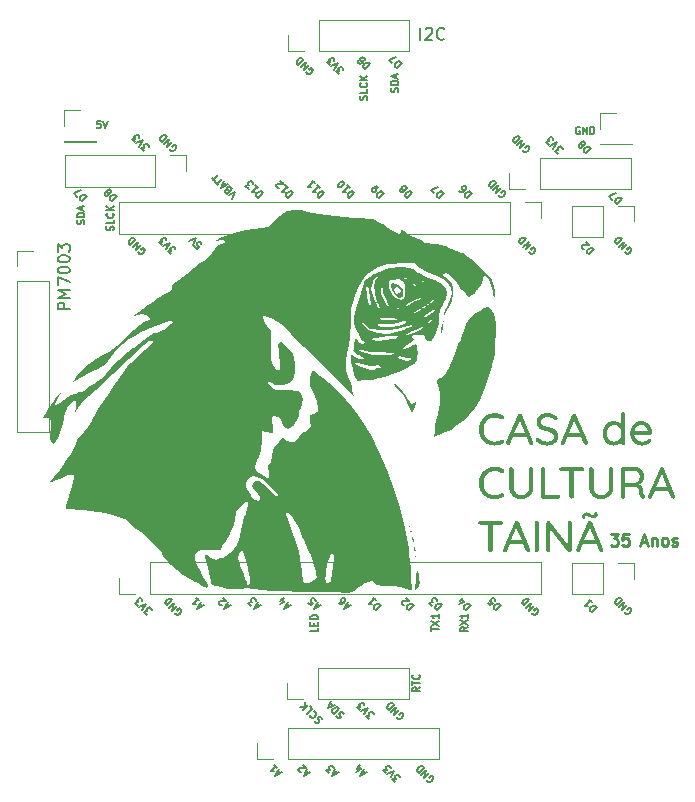
<source format=gto>
%TF.GenerationSoftware,KiCad,Pcbnew,7.0.0*%
%TF.CreationDate,2024-11-18T00:14:05-05:00*%
%TF.ProjectId,wifi_shield,77696669-5f73-4686-9965-6c642e6b6963,rev?*%
%TF.SameCoordinates,Original*%
%TF.FileFunction,Legend,Top*%
%TF.FilePolarity,Positive*%
%FSLAX46Y46*%
G04 Gerber Fmt 4.6, Leading zero omitted, Abs format (unit mm)*
G04 Created by KiCad (PCBNEW 7.0.0) date 2024-11-18 00:14:05*
%MOMM*%
%LPD*%
G01*
G04 APERTURE LIST*
%ADD10C,0.150000*%
%ADD11C,0.250000*%
%ADD12C,0.200000*%
%ADD13C,0.120000*%
G04 APERTURE END LIST*
D10*
X160375013Y-117257554D02*
X159950749Y-117681818D01*
X159950749Y-117681818D02*
X159849734Y-117580803D01*
X159849734Y-117580803D02*
X159809328Y-117499991D01*
X159809328Y-117499991D02*
X159809328Y-117419178D01*
X159809328Y-117419178D02*
X159829531Y-117358569D01*
X159829531Y-117358569D02*
X159890140Y-117257554D01*
X159890140Y-117257554D02*
X159950749Y-117196945D01*
X159950749Y-117196945D02*
X160051764Y-117136336D01*
X160051764Y-117136336D02*
X160112373Y-117116133D01*
X160112373Y-117116133D02*
X160193186Y-117116133D01*
X160193186Y-117116133D02*
X160273998Y-117156539D01*
X160273998Y-117156539D02*
X160375013Y-117257554D01*
X159486079Y-116934305D02*
X159768922Y-116651463D01*
X159425470Y-117196945D02*
X159829531Y-116994914D01*
X159829531Y-116994914D02*
X159566891Y-116732275D01*
X157962013Y-117257554D02*
X157537749Y-117681818D01*
X157537749Y-117681818D02*
X157436734Y-117580803D01*
X157436734Y-117580803D02*
X157396328Y-117499991D01*
X157396328Y-117499991D02*
X157396328Y-117419178D01*
X157396328Y-117419178D02*
X157416531Y-117358569D01*
X157416531Y-117358569D02*
X157477140Y-117257554D01*
X157477140Y-117257554D02*
X157537749Y-117196945D01*
X157537749Y-117196945D02*
X157638764Y-117136336D01*
X157638764Y-117136336D02*
X157699373Y-117116133D01*
X157699373Y-117116133D02*
X157780186Y-117116133D01*
X157780186Y-117116133D02*
X157860998Y-117156539D01*
X157860998Y-117156539D02*
X157962013Y-117257554D01*
X157153891Y-117297960D02*
X156891251Y-117035320D01*
X156891251Y-117035320D02*
X157194297Y-117015117D01*
X157194297Y-117015117D02*
X157133688Y-116954508D01*
X157133688Y-116954508D02*
X157113485Y-116893899D01*
X157113485Y-116893899D02*
X157113485Y-116853493D01*
X157113485Y-116853493D02*
X157133688Y-116792884D01*
X157133688Y-116792884D02*
X157234703Y-116691869D01*
X157234703Y-116691869D02*
X157295312Y-116671666D01*
X157295312Y-116671666D02*
X157335719Y-116671666D01*
X157335719Y-116671666D02*
X157396328Y-116691869D01*
X157396328Y-116691869D02*
X157517546Y-116813087D01*
X157517546Y-116813087D02*
X157537749Y-116873696D01*
X157537749Y-116873696D02*
X157537749Y-116914102D01*
X165569053Y-117904051D02*
X165589256Y-117964660D01*
X165589256Y-117964660D02*
X165649866Y-118025270D01*
X165649866Y-118025270D02*
X165730678Y-118065676D01*
X165730678Y-118065676D02*
X165811490Y-118065676D01*
X165811490Y-118065676D02*
X165872099Y-118045473D01*
X165872099Y-118045473D02*
X165973114Y-117984863D01*
X165973114Y-117984863D02*
X166033723Y-117924254D01*
X166033723Y-117924254D02*
X166094333Y-117823239D01*
X166094333Y-117823239D02*
X166114536Y-117762630D01*
X166114536Y-117762630D02*
X166114536Y-117681818D01*
X166114536Y-117681818D02*
X166074130Y-117601006D01*
X166074130Y-117601006D02*
X166033723Y-117560599D01*
X166033723Y-117560599D02*
X165952911Y-117520193D01*
X165952911Y-117520193D02*
X165912505Y-117520193D01*
X165912505Y-117520193D02*
X165771084Y-117661615D01*
X165771084Y-117661615D02*
X165851896Y-117742427D01*
X165771084Y-117297960D02*
X165346820Y-117722224D01*
X165346820Y-117722224D02*
X165528647Y-117055523D01*
X165528647Y-117055523D02*
X165104383Y-117479787D01*
X165326617Y-116853493D02*
X164902353Y-117277757D01*
X164902353Y-117277757D02*
X164801338Y-117176742D01*
X164801338Y-117176742D02*
X164760932Y-117095930D01*
X164760932Y-117095930D02*
X164760932Y-117015117D01*
X164760932Y-117015117D02*
X164781135Y-116954508D01*
X164781135Y-116954508D02*
X164841744Y-116853493D01*
X164841744Y-116853493D02*
X164902353Y-116792884D01*
X164902353Y-116792884D02*
X165003368Y-116732275D01*
X165003368Y-116732275D02*
X165063977Y-116712072D01*
X165063977Y-116712072D02*
X165144790Y-116712072D01*
X165144790Y-116712072D02*
X165225602Y-116752478D01*
X165225602Y-116752478D02*
X165326617Y-116853493D01*
X132984882Y-118065677D02*
X132722242Y-117803037D01*
X132722242Y-117803037D02*
X133025288Y-117782834D01*
X133025288Y-117782834D02*
X132964679Y-117722225D01*
X132964679Y-117722225D02*
X132944476Y-117661616D01*
X132944476Y-117661616D02*
X132944476Y-117621210D01*
X132944476Y-117621210D02*
X132964679Y-117560600D01*
X132964679Y-117560600D02*
X133065694Y-117459585D01*
X133065694Y-117459585D02*
X133126303Y-117439382D01*
X133126303Y-117439382D02*
X133166709Y-117439382D01*
X133166709Y-117439382D02*
X133227318Y-117459585D01*
X133227318Y-117459585D02*
X133348537Y-117580804D01*
X133348537Y-117580804D02*
X133368740Y-117641413D01*
X133368740Y-117641413D02*
X133368740Y-117681819D01*
X132601023Y-117681818D02*
X132883866Y-117116133D01*
X132883866Y-117116133D02*
X132318181Y-117398976D01*
X132217165Y-117297960D02*
X131954526Y-117035321D01*
X131954526Y-117035321D02*
X132257571Y-117015118D01*
X132257571Y-117015118D02*
X132196962Y-116954508D01*
X132196962Y-116954508D02*
X132176759Y-116893899D01*
X132176759Y-116893899D02*
X132176759Y-116853493D01*
X132176759Y-116853493D02*
X132196962Y-116792884D01*
X132196962Y-116792884D02*
X132297977Y-116691869D01*
X132297977Y-116691869D02*
X132358587Y-116671666D01*
X132358587Y-116671666D02*
X132398993Y-116671666D01*
X132398993Y-116671666D02*
X132459602Y-116691869D01*
X132459602Y-116691869D02*
X132580820Y-116813087D01*
X132580820Y-116813087D02*
X132601023Y-116873696D01*
X132601023Y-116873696D02*
X132601023Y-116914102D01*
X135343053Y-117904051D02*
X135363256Y-117964660D01*
X135363256Y-117964660D02*
X135423866Y-118025270D01*
X135423866Y-118025270D02*
X135504678Y-118065676D01*
X135504678Y-118065676D02*
X135585490Y-118065676D01*
X135585490Y-118065676D02*
X135646099Y-118045473D01*
X135646099Y-118045473D02*
X135747114Y-117984863D01*
X135747114Y-117984863D02*
X135807723Y-117924254D01*
X135807723Y-117924254D02*
X135868333Y-117823239D01*
X135868333Y-117823239D02*
X135888536Y-117762630D01*
X135888536Y-117762630D02*
X135888536Y-117681818D01*
X135888536Y-117681818D02*
X135848130Y-117601006D01*
X135848130Y-117601006D02*
X135807723Y-117560599D01*
X135807723Y-117560599D02*
X135726911Y-117520193D01*
X135726911Y-117520193D02*
X135686505Y-117520193D01*
X135686505Y-117520193D02*
X135545084Y-117661615D01*
X135545084Y-117661615D02*
X135625896Y-117742427D01*
X135545084Y-117297960D02*
X135120820Y-117722224D01*
X135120820Y-117722224D02*
X135302647Y-117055523D01*
X135302647Y-117055523D02*
X134878383Y-117479787D01*
X135100617Y-116853493D02*
X134676353Y-117277757D01*
X134676353Y-117277757D02*
X134575338Y-117176742D01*
X134575338Y-117176742D02*
X134534932Y-117095930D01*
X134534932Y-117095930D02*
X134534932Y-117015117D01*
X134534932Y-117015117D02*
X134555135Y-116954508D01*
X134555135Y-116954508D02*
X134615744Y-116853493D01*
X134615744Y-116853493D02*
X134676353Y-116792884D01*
X134676353Y-116792884D02*
X134777368Y-116732275D01*
X134777368Y-116732275D02*
X134837977Y-116712072D01*
X134837977Y-116712072D02*
X134918790Y-116712072D01*
X134918790Y-116712072D02*
X134999602Y-116752478D01*
X134999602Y-116752478D02*
X135100617Y-116853493D01*
X160120428Y-119112714D02*
X159834714Y-119312714D01*
X160120428Y-119455571D02*
X159520428Y-119455571D01*
X159520428Y-119455571D02*
X159520428Y-119227000D01*
X159520428Y-119227000D02*
X159549000Y-119169857D01*
X159549000Y-119169857D02*
X159577571Y-119141286D01*
X159577571Y-119141286D02*
X159634714Y-119112714D01*
X159634714Y-119112714D02*
X159720428Y-119112714D01*
X159720428Y-119112714D02*
X159777571Y-119141286D01*
X159777571Y-119141286D02*
X159806142Y-119169857D01*
X159806142Y-119169857D02*
X159834714Y-119227000D01*
X159834714Y-119227000D02*
X159834714Y-119455571D01*
X159520428Y-118912714D02*
X160120428Y-118512714D01*
X159520428Y-118512714D02*
X160120428Y-118912714D01*
X160120428Y-117969857D02*
X160120428Y-118312714D01*
X160120428Y-118141285D02*
X159520428Y-118141285D01*
X159520428Y-118141285D02*
X159606142Y-118198428D01*
X159606142Y-118198428D02*
X159663285Y-118255571D01*
X159663285Y-118255571D02*
X159691857Y-118312714D01*
X132244253Y-87363442D02*
X132264456Y-87424051D01*
X132264456Y-87424051D02*
X132325066Y-87484661D01*
X132325066Y-87484661D02*
X132405878Y-87525067D01*
X132405878Y-87525067D02*
X132486690Y-87525067D01*
X132486690Y-87525067D02*
X132547299Y-87504864D01*
X132547299Y-87504864D02*
X132648314Y-87444254D01*
X132648314Y-87444254D02*
X132708923Y-87383645D01*
X132708923Y-87383645D02*
X132769533Y-87282630D01*
X132769533Y-87282630D02*
X132789736Y-87222021D01*
X132789736Y-87222021D02*
X132789736Y-87141209D01*
X132789736Y-87141209D02*
X132749330Y-87060397D01*
X132749330Y-87060397D02*
X132708923Y-87019990D01*
X132708923Y-87019990D02*
X132628111Y-86979584D01*
X132628111Y-86979584D02*
X132587705Y-86979584D01*
X132587705Y-86979584D02*
X132446284Y-87121006D01*
X132446284Y-87121006D02*
X132527096Y-87201818D01*
X132446284Y-86757351D02*
X132022020Y-87181615D01*
X132022020Y-87181615D02*
X132203847Y-86514914D01*
X132203847Y-86514914D02*
X131779583Y-86939178D01*
X132001817Y-86312884D02*
X131577553Y-86737148D01*
X131577553Y-86737148D02*
X131476538Y-86636133D01*
X131476538Y-86636133D02*
X131436132Y-86555321D01*
X131436132Y-86555321D02*
X131436132Y-86474508D01*
X131436132Y-86474508D02*
X131456335Y-86413899D01*
X131456335Y-86413899D02*
X131516944Y-86312884D01*
X131516944Y-86312884D02*
X131577553Y-86252275D01*
X131577553Y-86252275D02*
X131678568Y-86191666D01*
X131678568Y-86191666D02*
X131739177Y-86171463D01*
X131739177Y-86171463D02*
X131819990Y-86171463D01*
X131819990Y-86171463D02*
X131900802Y-86211869D01*
X131900802Y-86211869D02*
X132001817Y-86312884D01*
X160469013Y-82354154D02*
X160044749Y-82778418D01*
X160044749Y-82778418D02*
X159943734Y-82677403D01*
X159943734Y-82677403D02*
X159903328Y-82596591D01*
X159903328Y-82596591D02*
X159903328Y-82515778D01*
X159903328Y-82515778D02*
X159923531Y-82455169D01*
X159923531Y-82455169D02*
X159984140Y-82354154D01*
X159984140Y-82354154D02*
X160044749Y-82293545D01*
X160044749Y-82293545D02*
X160145764Y-82232936D01*
X160145764Y-82232936D02*
X160206373Y-82212733D01*
X160206373Y-82212733D02*
X160287186Y-82212733D01*
X160287186Y-82212733D02*
X160367998Y-82253139D01*
X160367998Y-82253139D02*
X160469013Y-82354154D01*
X159438658Y-82172327D02*
X159519470Y-82253139D01*
X159519470Y-82253139D02*
X159580079Y-82273342D01*
X159580079Y-82273342D02*
X159620485Y-82273342D01*
X159620485Y-82273342D02*
X159721500Y-82253139D01*
X159721500Y-82253139D02*
X159822515Y-82192530D01*
X159822515Y-82192530D02*
X159984140Y-82030905D01*
X159984140Y-82030905D02*
X160004343Y-81970296D01*
X160004343Y-81970296D02*
X160004343Y-81929890D01*
X160004343Y-81929890D02*
X159984140Y-81869281D01*
X159984140Y-81869281D02*
X159903328Y-81788469D01*
X159903328Y-81788469D02*
X159842719Y-81768266D01*
X159842719Y-81768266D02*
X159802312Y-81768266D01*
X159802312Y-81768266D02*
X159741703Y-81788469D01*
X159741703Y-81788469D02*
X159640688Y-81889484D01*
X159640688Y-81889484D02*
X159620485Y-81950093D01*
X159620485Y-81950093D02*
X159620485Y-81990499D01*
X159620485Y-81990499D02*
X159640688Y-82051108D01*
X159640688Y-82051108D02*
X159721500Y-82131920D01*
X159721500Y-82131920D02*
X159782109Y-82152124D01*
X159782109Y-82152124D02*
X159822515Y-82152124D01*
X159822515Y-82152124D02*
X159883125Y-82131920D01*
X148004044Y-82354154D02*
X147579780Y-82778418D01*
X147579780Y-82778418D02*
X147478765Y-82677403D01*
X147478765Y-82677403D02*
X147438359Y-82596591D01*
X147438359Y-82596591D02*
X147438359Y-82515778D01*
X147438359Y-82515778D02*
X147458562Y-82455169D01*
X147458562Y-82455169D02*
X147519171Y-82354154D01*
X147519171Y-82354154D02*
X147579780Y-82293545D01*
X147579780Y-82293545D02*
X147680795Y-82232936D01*
X147680795Y-82232936D02*
X147741404Y-82212733D01*
X147741404Y-82212733D02*
X147822217Y-82212733D01*
X147822217Y-82212733D02*
X147903029Y-82253139D01*
X147903029Y-82253139D02*
X148004044Y-82354154D01*
X147357547Y-81707656D02*
X147599983Y-81950093D01*
X147478765Y-81828875D02*
X147054501Y-82253139D01*
X147054501Y-82253139D02*
X147155516Y-82232936D01*
X147155516Y-82232936D02*
X147236328Y-82232936D01*
X147236328Y-82232936D02*
X147296937Y-82253139D01*
X146953485Y-81303595D02*
X147195922Y-81546032D01*
X147074703Y-81424813D02*
X146650439Y-81849077D01*
X146650439Y-81849077D02*
X146751455Y-81828874D01*
X146751455Y-81828874D02*
X146832267Y-81828874D01*
X146832267Y-81828874D02*
X146892876Y-81849077D01*
X136985414Y-86878569D02*
X137187445Y-87080600D01*
X137187445Y-87080600D02*
X137409678Y-86898772D01*
X137409678Y-86898772D02*
X137369272Y-86898772D01*
X137369272Y-86898772D02*
X137308663Y-86878569D01*
X137308663Y-86878569D02*
X137207648Y-86777554D01*
X137207648Y-86777554D02*
X137187445Y-86716945D01*
X137187445Y-86716945D02*
X137187445Y-86676539D01*
X137187445Y-86676539D02*
X137207648Y-86615929D01*
X137207648Y-86615929D02*
X137308663Y-86514914D01*
X137308663Y-86514914D02*
X137369272Y-86494711D01*
X137369272Y-86494711D02*
X137409678Y-86494711D01*
X137409678Y-86494711D02*
X137470287Y-86514914D01*
X137470287Y-86514914D02*
X137571303Y-86615929D01*
X137571303Y-86615929D02*
X137591506Y-86676539D01*
X137591506Y-86676539D02*
X137591506Y-86716945D01*
X136843992Y-86737147D02*
X137126835Y-86171462D01*
X137126835Y-86171462D02*
X136561150Y-86454305D01*
X150544044Y-82354154D02*
X150119780Y-82778418D01*
X150119780Y-82778418D02*
X150018765Y-82677403D01*
X150018765Y-82677403D02*
X149978359Y-82596591D01*
X149978359Y-82596591D02*
X149978359Y-82515778D01*
X149978359Y-82515778D02*
X149998562Y-82455169D01*
X149998562Y-82455169D02*
X150059171Y-82354154D01*
X150059171Y-82354154D02*
X150119780Y-82293545D01*
X150119780Y-82293545D02*
X150220795Y-82232936D01*
X150220795Y-82232936D02*
X150281404Y-82212733D01*
X150281404Y-82212733D02*
X150362217Y-82212733D01*
X150362217Y-82212733D02*
X150443029Y-82253139D01*
X150443029Y-82253139D02*
X150544044Y-82354154D01*
X149897547Y-81707656D02*
X150139983Y-81950093D01*
X150018765Y-81828875D02*
X149594501Y-82253139D01*
X149594501Y-82253139D02*
X149695516Y-82232936D01*
X149695516Y-82232936D02*
X149776328Y-82232936D01*
X149776328Y-82232936D02*
X149836937Y-82253139D01*
X149210642Y-81869281D02*
X149170236Y-81828874D01*
X149170236Y-81828874D02*
X149150033Y-81768265D01*
X149150033Y-81768265D02*
X149150033Y-81727859D01*
X149150033Y-81727859D02*
X149170236Y-81667250D01*
X149170236Y-81667250D02*
X149230846Y-81566235D01*
X149230846Y-81566235D02*
X149331861Y-81465220D01*
X149331861Y-81465220D02*
X149432876Y-81404610D01*
X149432876Y-81404610D02*
X149493485Y-81384407D01*
X149493485Y-81384407D02*
X149533891Y-81384407D01*
X149533891Y-81384407D02*
X149594500Y-81404610D01*
X149594500Y-81404610D02*
X149634907Y-81445016D01*
X149634907Y-81445016D02*
X149655110Y-81505626D01*
X149655110Y-81505626D02*
X149655110Y-81546032D01*
X149655110Y-81546032D02*
X149634907Y-81606641D01*
X149634907Y-81606641D02*
X149574297Y-81707656D01*
X149574297Y-81707656D02*
X149473282Y-81808671D01*
X149473282Y-81808671D02*
X149372267Y-81869281D01*
X149372267Y-81869281D02*
X149311658Y-81889484D01*
X149311658Y-81889484D02*
X149271252Y-81889484D01*
X149271252Y-81889484D02*
X149210642Y-81869281D01*
X145337044Y-82354154D02*
X144912780Y-82778418D01*
X144912780Y-82778418D02*
X144811765Y-82677403D01*
X144811765Y-82677403D02*
X144771359Y-82596591D01*
X144771359Y-82596591D02*
X144771359Y-82515778D01*
X144771359Y-82515778D02*
X144791562Y-82455169D01*
X144791562Y-82455169D02*
X144852171Y-82354154D01*
X144852171Y-82354154D02*
X144912780Y-82293545D01*
X144912780Y-82293545D02*
X145013795Y-82232936D01*
X145013795Y-82232936D02*
X145074404Y-82212733D01*
X145074404Y-82212733D02*
X145155217Y-82212733D01*
X145155217Y-82212733D02*
X145236029Y-82253139D01*
X145236029Y-82253139D02*
X145337044Y-82354154D01*
X144690547Y-81707656D02*
X144932983Y-81950093D01*
X144811765Y-81828875D02*
X144387501Y-82253139D01*
X144387501Y-82253139D02*
X144488516Y-82232936D01*
X144488516Y-82232936D02*
X144569328Y-82232936D01*
X144569328Y-82232936D02*
X144629937Y-82253139D01*
X144145064Y-81929890D02*
X144104658Y-81929890D01*
X144104658Y-81929890D02*
X144044049Y-81909687D01*
X144044049Y-81909687D02*
X143943033Y-81808671D01*
X143943033Y-81808671D02*
X143922830Y-81748062D01*
X143922830Y-81748062D02*
X143922830Y-81707656D01*
X143922830Y-81707656D02*
X143943033Y-81647047D01*
X143943033Y-81647047D02*
X143983439Y-81606641D01*
X143983439Y-81606641D02*
X144064252Y-81566235D01*
X144064252Y-81566235D02*
X144549125Y-81566235D01*
X144549125Y-81566235D02*
X144286485Y-81303595D01*
X142797044Y-82354154D02*
X142372780Y-82778418D01*
X142372780Y-82778418D02*
X142271765Y-82677403D01*
X142271765Y-82677403D02*
X142231359Y-82596591D01*
X142231359Y-82596591D02*
X142231359Y-82515778D01*
X142231359Y-82515778D02*
X142251562Y-82455169D01*
X142251562Y-82455169D02*
X142312171Y-82354154D01*
X142312171Y-82354154D02*
X142372780Y-82293545D01*
X142372780Y-82293545D02*
X142473795Y-82232936D01*
X142473795Y-82232936D02*
X142534404Y-82212733D01*
X142534404Y-82212733D02*
X142615217Y-82212733D01*
X142615217Y-82212733D02*
X142696029Y-82253139D01*
X142696029Y-82253139D02*
X142797044Y-82354154D01*
X142150547Y-81707656D02*
X142392983Y-81950093D01*
X142271765Y-81828875D02*
X141847501Y-82253139D01*
X141847501Y-82253139D02*
X141948516Y-82232936D01*
X141948516Y-82232936D02*
X142029328Y-82232936D01*
X142029328Y-82232936D02*
X142089937Y-82253139D01*
X141584861Y-81990499D02*
X141322221Y-81727859D01*
X141322221Y-81727859D02*
X141625267Y-81707656D01*
X141625267Y-81707656D02*
X141564658Y-81647047D01*
X141564658Y-81647047D02*
X141544455Y-81586438D01*
X141544455Y-81586438D02*
X141544455Y-81546032D01*
X141544455Y-81546032D02*
X141564658Y-81485423D01*
X141564658Y-81485423D02*
X141665673Y-81384407D01*
X141665673Y-81384407D02*
X141726282Y-81364204D01*
X141726282Y-81364204D02*
X141766688Y-81364204D01*
X141766688Y-81364204D02*
X141827297Y-81384407D01*
X141827297Y-81384407D02*
X141948516Y-81505626D01*
X141948516Y-81505626D02*
X141968719Y-81566235D01*
X141968719Y-81566235D02*
X141968719Y-81606641D01*
X140176232Y-82839027D02*
X140459075Y-82273342D01*
X140459075Y-82273342D02*
X139893389Y-82556184D01*
X139812577Y-82071311D02*
X139772171Y-81990499D01*
X139772171Y-81990499D02*
X139772171Y-81950093D01*
X139772171Y-81950093D02*
X139792374Y-81889483D01*
X139792374Y-81889483D02*
X139852983Y-81828874D01*
X139852983Y-81828874D02*
X139913592Y-81808671D01*
X139913592Y-81808671D02*
X139953998Y-81808671D01*
X139953998Y-81808671D02*
X140014607Y-81828874D01*
X140014607Y-81828874D02*
X140176232Y-81990499D01*
X140176232Y-81990499D02*
X139751968Y-82414763D01*
X139751968Y-82414763D02*
X139610546Y-82273341D01*
X139610546Y-82273341D02*
X139590343Y-82212732D01*
X139590343Y-82212732D02*
X139590343Y-82172326D01*
X139590343Y-82172326D02*
X139610546Y-82111717D01*
X139610546Y-82111717D02*
X139650952Y-82071311D01*
X139650952Y-82071311D02*
X139711562Y-82051108D01*
X139711562Y-82051108D02*
X139751968Y-82051108D01*
X139751968Y-82051108D02*
X139812577Y-82071311D01*
X139812577Y-82071311D02*
X139953998Y-82212732D01*
X139650952Y-81707656D02*
X139448922Y-81505625D01*
X139812577Y-81626844D02*
X139246891Y-81909686D01*
X139246891Y-81909686D02*
X139529734Y-81344001D01*
X139024658Y-81687453D02*
X138782221Y-81445016D01*
X139327703Y-81141970D02*
X138903439Y-81566234D01*
X138701409Y-81364204D02*
X138458972Y-81121767D01*
X139004454Y-80818721D02*
X138580190Y-81242985D01*
X155422013Y-82354154D02*
X154997749Y-82778418D01*
X154997749Y-82778418D02*
X154896734Y-82677403D01*
X154896734Y-82677403D02*
X154856328Y-82596591D01*
X154856328Y-82596591D02*
X154856328Y-82515778D01*
X154856328Y-82515778D02*
X154876531Y-82455169D01*
X154876531Y-82455169D02*
X154937140Y-82354154D01*
X154937140Y-82354154D02*
X154997749Y-82293545D01*
X154997749Y-82293545D02*
X155098764Y-82232936D01*
X155098764Y-82232936D02*
X155159373Y-82212733D01*
X155159373Y-82212733D02*
X155240186Y-82212733D01*
X155240186Y-82212733D02*
X155320998Y-82253139D01*
X155320998Y-82253139D02*
X155422013Y-82354154D01*
X154694703Y-82111717D02*
X154714906Y-82172327D01*
X154714906Y-82172327D02*
X154714906Y-82212733D01*
X154714906Y-82212733D02*
X154694703Y-82273342D01*
X154694703Y-82273342D02*
X154674500Y-82293545D01*
X154674500Y-82293545D02*
X154613891Y-82313748D01*
X154613891Y-82313748D02*
X154573485Y-82313748D01*
X154573485Y-82313748D02*
X154512876Y-82293545D01*
X154512876Y-82293545D02*
X154432064Y-82212733D01*
X154432064Y-82212733D02*
X154411861Y-82152124D01*
X154411861Y-82152124D02*
X154411861Y-82111717D01*
X154411861Y-82111717D02*
X154432064Y-82051108D01*
X154432064Y-82051108D02*
X154452267Y-82030905D01*
X154452267Y-82030905D02*
X154512876Y-82010702D01*
X154512876Y-82010702D02*
X154553282Y-82010702D01*
X154553282Y-82010702D02*
X154613891Y-82030905D01*
X154613891Y-82030905D02*
X154694703Y-82111717D01*
X154694703Y-82111717D02*
X154755312Y-82131920D01*
X154755312Y-82131920D02*
X154795719Y-82131920D01*
X154795719Y-82131920D02*
X154856328Y-82111717D01*
X154856328Y-82111717D02*
X154937140Y-82030905D01*
X154937140Y-82030905D02*
X154957343Y-81970296D01*
X154957343Y-81970296D02*
X154957343Y-81929890D01*
X154957343Y-81929890D02*
X154937140Y-81869281D01*
X154937140Y-81869281D02*
X154856328Y-81788469D01*
X154856328Y-81788469D02*
X154795719Y-81768266D01*
X154795719Y-81768266D02*
X154755312Y-81768266D01*
X154755312Y-81768266D02*
X154694703Y-81788469D01*
X154694703Y-81788469D02*
X154613891Y-81869281D01*
X154613891Y-81869281D02*
X154593688Y-81929890D01*
X154593688Y-81929890D02*
X154593688Y-81970296D01*
X154593688Y-81970296D02*
X154613891Y-82030905D01*
X158089013Y-82354154D02*
X157664749Y-82778418D01*
X157664749Y-82778418D02*
X157563734Y-82677403D01*
X157563734Y-82677403D02*
X157523328Y-82596591D01*
X157523328Y-82596591D02*
X157523328Y-82515778D01*
X157523328Y-82515778D02*
X157543531Y-82455169D01*
X157543531Y-82455169D02*
X157604140Y-82354154D01*
X157604140Y-82354154D02*
X157664749Y-82293545D01*
X157664749Y-82293545D02*
X157765764Y-82232936D01*
X157765764Y-82232936D02*
X157826373Y-82212733D01*
X157826373Y-82212733D02*
X157907186Y-82212733D01*
X157907186Y-82212733D02*
X157987998Y-82253139D01*
X157987998Y-82253139D02*
X158089013Y-82354154D01*
X157280891Y-82394560D02*
X156998048Y-82111717D01*
X156998048Y-82111717D02*
X157604140Y-81869281D01*
X153009013Y-82354154D02*
X152584749Y-82778418D01*
X152584749Y-82778418D02*
X152483734Y-82677403D01*
X152483734Y-82677403D02*
X152443328Y-82596591D01*
X152443328Y-82596591D02*
X152443328Y-82515778D01*
X152443328Y-82515778D02*
X152463531Y-82455169D01*
X152463531Y-82455169D02*
X152524140Y-82354154D01*
X152524140Y-82354154D02*
X152584749Y-82293545D01*
X152584749Y-82293545D02*
X152685764Y-82232936D01*
X152685764Y-82232936D02*
X152746373Y-82212733D01*
X152746373Y-82212733D02*
X152827186Y-82212733D01*
X152827186Y-82212733D02*
X152907998Y-82253139D01*
X152907998Y-82253139D02*
X153009013Y-82354154D01*
X152564546Y-81909687D02*
X152483734Y-81828875D01*
X152483734Y-81828875D02*
X152423125Y-81808672D01*
X152423125Y-81808672D02*
X152382719Y-81808672D01*
X152382719Y-81808672D02*
X152281703Y-81828875D01*
X152281703Y-81828875D02*
X152180688Y-81889484D01*
X152180688Y-81889484D02*
X152019064Y-82051108D01*
X152019064Y-82051108D02*
X151998861Y-82111717D01*
X151998861Y-82111717D02*
X151998861Y-82152124D01*
X151998861Y-82152124D02*
X152019064Y-82212733D01*
X152019064Y-82212733D02*
X152099876Y-82293545D01*
X152099876Y-82293545D02*
X152160485Y-82313748D01*
X152160485Y-82313748D02*
X152200891Y-82313748D01*
X152200891Y-82313748D02*
X152261500Y-82293545D01*
X152261500Y-82293545D02*
X152362515Y-82192530D01*
X152362515Y-82192530D02*
X152382719Y-82131920D01*
X152382719Y-82131920D02*
X152382719Y-82091514D01*
X152382719Y-82091514D02*
X152362515Y-82030905D01*
X152362515Y-82030905D02*
X152281703Y-81950093D01*
X152281703Y-81950093D02*
X152221094Y-81929890D01*
X152221094Y-81929890D02*
X152180688Y-81929890D01*
X152180688Y-81929890D02*
X152120079Y-81950093D01*
X135006882Y-87525068D02*
X134744242Y-87262428D01*
X134744242Y-87262428D02*
X135047288Y-87242225D01*
X135047288Y-87242225D02*
X134986679Y-87181616D01*
X134986679Y-87181616D02*
X134966476Y-87121007D01*
X134966476Y-87121007D02*
X134966476Y-87080601D01*
X134966476Y-87080601D02*
X134986679Y-87019991D01*
X134986679Y-87019991D02*
X135087694Y-86918976D01*
X135087694Y-86918976D02*
X135148303Y-86898773D01*
X135148303Y-86898773D02*
X135188709Y-86898773D01*
X135188709Y-86898773D02*
X135249318Y-86918976D01*
X135249318Y-86918976D02*
X135370537Y-87040195D01*
X135370537Y-87040195D02*
X135390740Y-87100804D01*
X135390740Y-87100804D02*
X135390740Y-87141210D01*
X134623023Y-87141209D02*
X134905866Y-86575524D01*
X134905866Y-86575524D02*
X134340181Y-86858367D01*
X134239165Y-86757351D02*
X133976526Y-86494712D01*
X133976526Y-86494712D02*
X134279571Y-86474509D01*
X134279571Y-86474509D02*
X134218962Y-86413899D01*
X134218962Y-86413899D02*
X134198759Y-86353290D01*
X134198759Y-86353290D02*
X134198759Y-86312884D01*
X134198759Y-86312884D02*
X134218962Y-86252275D01*
X134218962Y-86252275D02*
X134319977Y-86151260D01*
X134319977Y-86151260D02*
X134380587Y-86131057D01*
X134380587Y-86131057D02*
X134420993Y-86131057D01*
X134420993Y-86131057D02*
X134481602Y-86151260D01*
X134481602Y-86151260D02*
X134602820Y-86272478D01*
X134602820Y-86272478D02*
X134623023Y-86333087D01*
X134623023Y-86333087D02*
X134623023Y-86373493D01*
X162775053Y-82535981D02*
X162795256Y-82596590D01*
X162795256Y-82596590D02*
X162855866Y-82657200D01*
X162855866Y-82657200D02*
X162936678Y-82697606D01*
X162936678Y-82697606D02*
X163017490Y-82697606D01*
X163017490Y-82697606D02*
X163078099Y-82677403D01*
X163078099Y-82677403D02*
X163179114Y-82616793D01*
X163179114Y-82616793D02*
X163239723Y-82556184D01*
X163239723Y-82556184D02*
X163300333Y-82455169D01*
X163300333Y-82455169D02*
X163320536Y-82394560D01*
X163320536Y-82394560D02*
X163320536Y-82313748D01*
X163320536Y-82313748D02*
X163280130Y-82232936D01*
X163280130Y-82232936D02*
X163239723Y-82192529D01*
X163239723Y-82192529D02*
X163158911Y-82152123D01*
X163158911Y-82152123D02*
X163118505Y-82152123D01*
X163118505Y-82152123D02*
X162977084Y-82293545D01*
X162977084Y-82293545D02*
X163057896Y-82374357D01*
X162977084Y-81929890D02*
X162552820Y-82354154D01*
X162552820Y-82354154D02*
X162734647Y-81687453D01*
X162734647Y-81687453D02*
X162310383Y-82111717D01*
X162532617Y-81485423D02*
X162108353Y-81909687D01*
X162108353Y-81909687D02*
X162007338Y-81808672D01*
X162007338Y-81808672D02*
X161966932Y-81727860D01*
X161966932Y-81727860D02*
X161966932Y-81647047D01*
X161966932Y-81647047D02*
X161987135Y-81586438D01*
X161987135Y-81586438D02*
X162047744Y-81485423D01*
X162047744Y-81485423D02*
X162108353Y-81424814D01*
X162108353Y-81424814D02*
X162209368Y-81364205D01*
X162209368Y-81364205D02*
X162269977Y-81344002D01*
X162269977Y-81344002D02*
X162350790Y-81344002D01*
X162350790Y-81344002D02*
X162431602Y-81384408D01*
X162431602Y-81384408D02*
X162532617Y-81485423D01*
X165325053Y-87321442D02*
X165345256Y-87382051D01*
X165345256Y-87382051D02*
X165405866Y-87442661D01*
X165405866Y-87442661D02*
X165486678Y-87483067D01*
X165486678Y-87483067D02*
X165567490Y-87483067D01*
X165567490Y-87483067D02*
X165628099Y-87462864D01*
X165628099Y-87462864D02*
X165729114Y-87402254D01*
X165729114Y-87402254D02*
X165789723Y-87341645D01*
X165789723Y-87341645D02*
X165850333Y-87240630D01*
X165850333Y-87240630D02*
X165870536Y-87180021D01*
X165870536Y-87180021D02*
X165870536Y-87099209D01*
X165870536Y-87099209D02*
X165830130Y-87018397D01*
X165830130Y-87018397D02*
X165789723Y-86977990D01*
X165789723Y-86977990D02*
X165708911Y-86937584D01*
X165708911Y-86937584D02*
X165668505Y-86937584D01*
X165668505Y-86937584D02*
X165527084Y-87079006D01*
X165527084Y-87079006D02*
X165607896Y-87159818D01*
X165527084Y-86715351D02*
X165102820Y-87139615D01*
X165102820Y-87139615D02*
X165284647Y-86472914D01*
X165284647Y-86472914D02*
X164860383Y-86897178D01*
X165082617Y-86270884D02*
X164658353Y-86695148D01*
X164658353Y-86695148D02*
X164557338Y-86594133D01*
X164557338Y-86594133D02*
X164516932Y-86513321D01*
X164516932Y-86513321D02*
X164516932Y-86432508D01*
X164516932Y-86432508D02*
X164537135Y-86371899D01*
X164537135Y-86371899D02*
X164597744Y-86270884D01*
X164597744Y-86270884D02*
X164658353Y-86210275D01*
X164658353Y-86210275D02*
X164759368Y-86149666D01*
X164759368Y-86149666D02*
X164819977Y-86129463D01*
X164819977Y-86129463D02*
X164900790Y-86129463D01*
X164900790Y-86129463D02*
X164981602Y-86169869D01*
X164981602Y-86169869D02*
X165082617Y-86270884D01*
X173202013Y-82885280D02*
X172777749Y-83309544D01*
X172777749Y-83309544D02*
X172676734Y-83208529D01*
X172676734Y-83208529D02*
X172636328Y-83127717D01*
X172636328Y-83127717D02*
X172636328Y-83046904D01*
X172636328Y-83046904D02*
X172656531Y-82986295D01*
X172656531Y-82986295D02*
X172717140Y-82885280D01*
X172717140Y-82885280D02*
X172777749Y-82824671D01*
X172777749Y-82824671D02*
X172878764Y-82764062D01*
X172878764Y-82764062D02*
X172939373Y-82743859D01*
X172939373Y-82743859D02*
X173020186Y-82743859D01*
X173020186Y-82743859D02*
X173100998Y-82784265D01*
X173100998Y-82784265D02*
X173202013Y-82885280D01*
X172393891Y-82925686D02*
X172111048Y-82642843D01*
X172111048Y-82642843D02*
X172717140Y-82400407D01*
X132730882Y-78822677D02*
X132468242Y-78560037D01*
X132468242Y-78560037D02*
X132771288Y-78539834D01*
X132771288Y-78539834D02*
X132710679Y-78479225D01*
X132710679Y-78479225D02*
X132690476Y-78418616D01*
X132690476Y-78418616D02*
X132690476Y-78378210D01*
X132690476Y-78378210D02*
X132710679Y-78317600D01*
X132710679Y-78317600D02*
X132811694Y-78216585D01*
X132811694Y-78216585D02*
X132872303Y-78196382D01*
X132872303Y-78196382D02*
X132912709Y-78196382D01*
X132912709Y-78196382D02*
X132973318Y-78216585D01*
X132973318Y-78216585D02*
X133094537Y-78337804D01*
X133094537Y-78337804D02*
X133114740Y-78398413D01*
X133114740Y-78398413D02*
X133114740Y-78438819D01*
X132347023Y-78438818D02*
X132629866Y-77873133D01*
X132629866Y-77873133D02*
X132064181Y-78155976D01*
X131963165Y-78054960D02*
X131700526Y-77792321D01*
X131700526Y-77792321D02*
X132003571Y-77772118D01*
X132003571Y-77772118D02*
X131942962Y-77711508D01*
X131942962Y-77711508D02*
X131922759Y-77650899D01*
X131922759Y-77650899D02*
X131922759Y-77610493D01*
X131922759Y-77610493D02*
X131942962Y-77549884D01*
X131942962Y-77549884D02*
X132043977Y-77448869D01*
X132043977Y-77448869D02*
X132104587Y-77428666D01*
X132104587Y-77428666D02*
X132144993Y-77428666D01*
X132144993Y-77428666D02*
X132205602Y-77448869D01*
X132205602Y-77448869D02*
X132326820Y-77570087D01*
X132326820Y-77570087D02*
X132347023Y-77630696D01*
X132347023Y-77630696D02*
X132347023Y-77671102D01*
X134911253Y-78661051D02*
X134931456Y-78721660D01*
X134931456Y-78721660D02*
X134992066Y-78782270D01*
X134992066Y-78782270D02*
X135072878Y-78822676D01*
X135072878Y-78822676D02*
X135153690Y-78822676D01*
X135153690Y-78822676D02*
X135214299Y-78802473D01*
X135214299Y-78802473D02*
X135315314Y-78741863D01*
X135315314Y-78741863D02*
X135375923Y-78681254D01*
X135375923Y-78681254D02*
X135436533Y-78580239D01*
X135436533Y-78580239D02*
X135456736Y-78519630D01*
X135456736Y-78519630D02*
X135456736Y-78438818D01*
X135456736Y-78438818D02*
X135416330Y-78358006D01*
X135416330Y-78358006D02*
X135375923Y-78317599D01*
X135375923Y-78317599D02*
X135295111Y-78277193D01*
X135295111Y-78277193D02*
X135254705Y-78277193D01*
X135254705Y-78277193D02*
X135113284Y-78418615D01*
X135113284Y-78418615D02*
X135194096Y-78499427D01*
X135113284Y-78054960D02*
X134689020Y-78479224D01*
X134689020Y-78479224D02*
X134870847Y-77812523D01*
X134870847Y-77812523D02*
X134446583Y-78236787D01*
X134668817Y-77610493D02*
X134244553Y-78034757D01*
X134244553Y-78034757D02*
X134143538Y-77933742D01*
X134143538Y-77933742D02*
X134103132Y-77852930D01*
X134103132Y-77852930D02*
X134103132Y-77772117D01*
X134103132Y-77772117D02*
X134123335Y-77711508D01*
X134123335Y-77711508D02*
X134183944Y-77610493D01*
X134183944Y-77610493D02*
X134244553Y-77549884D01*
X134244553Y-77549884D02*
X134345568Y-77489275D01*
X134345568Y-77489275D02*
X134406177Y-77469072D01*
X134406177Y-77469072D02*
X134486990Y-77469072D01*
X134486990Y-77469072D02*
X134567802Y-77509478D01*
X134567802Y-77509478D02*
X134668817Y-77610493D01*
X127863013Y-82631280D02*
X127438749Y-83055544D01*
X127438749Y-83055544D02*
X127337734Y-82954529D01*
X127337734Y-82954529D02*
X127297328Y-82873717D01*
X127297328Y-82873717D02*
X127297328Y-82792904D01*
X127297328Y-82792904D02*
X127317531Y-82732295D01*
X127317531Y-82732295D02*
X127378140Y-82631280D01*
X127378140Y-82631280D02*
X127438749Y-82570671D01*
X127438749Y-82570671D02*
X127539764Y-82510062D01*
X127539764Y-82510062D02*
X127600373Y-82489859D01*
X127600373Y-82489859D02*
X127681186Y-82489859D01*
X127681186Y-82489859D02*
X127761998Y-82530265D01*
X127761998Y-82530265D02*
X127863013Y-82631280D01*
X127054891Y-82671686D02*
X126772048Y-82388843D01*
X126772048Y-82388843D02*
X127378140Y-82146407D01*
X130403013Y-82631280D02*
X129978749Y-83055544D01*
X129978749Y-83055544D02*
X129877734Y-82954529D01*
X129877734Y-82954529D02*
X129837328Y-82873717D01*
X129837328Y-82873717D02*
X129837328Y-82792904D01*
X129837328Y-82792904D02*
X129857531Y-82732295D01*
X129857531Y-82732295D02*
X129918140Y-82631280D01*
X129918140Y-82631280D02*
X129978749Y-82570671D01*
X129978749Y-82570671D02*
X130079764Y-82510062D01*
X130079764Y-82510062D02*
X130140373Y-82489859D01*
X130140373Y-82489859D02*
X130221186Y-82489859D01*
X130221186Y-82489859D02*
X130301998Y-82530265D01*
X130301998Y-82530265D02*
X130403013Y-82631280D01*
X129675703Y-82388843D02*
X129695906Y-82449453D01*
X129695906Y-82449453D02*
X129695906Y-82489859D01*
X129695906Y-82489859D02*
X129675703Y-82550468D01*
X129675703Y-82550468D02*
X129655500Y-82570671D01*
X129655500Y-82570671D02*
X129594891Y-82590874D01*
X129594891Y-82590874D02*
X129554485Y-82590874D01*
X129554485Y-82590874D02*
X129493876Y-82570671D01*
X129493876Y-82570671D02*
X129413064Y-82489859D01*
X129413064Y-82489859D02*
X129392861Y-82429250D01*
X129392861Y-82429250D02*
X129392861Y-82388843D01*
X129392861Y-82388843D02*
X129413064Y-82328234D01*
X129413064Y-82328234D02*
X129433267Y-82308031D01*
X129433267Y-82308031D02*
X129493876Y-82287828D01*
X129493876Y-82287828D02*
X129534282Y-82287828D01*
X129534282Y-82287828D02*
X129594891Y-82308031D01*
X129594891Y-82308031D02*
X129675703Y-82388843D01*
X129675703Y-82388843D02*
X129736312Y-82409046D01*
X129736312Y-82409046D02*
X129776719Y-82409046D01*
X129776719Y-82409046D02*
X129837328Y-82388843D01*
X129837328Y-82388843D02*
X129918140Y-82308031D01*
X129918140Y-82308031D02*
X129938343Y-82247422D01*
X129938343Y-82247422D02*
X129938343Y-82207016D01*
X129938343Y-82207016D02*
X129918140Y-82146407D01*
X129918140Y-82146407D02*
X129837328Y-82065595D01*
X129837328Y-82065595D02*
X129776719Y-82045392D01*
X129776719Y-82045392D02*
X129736312Y-82045392D01*
X129736312Y-82045392D02*
X129675703Y-82065595D01*
X129675703Y-82065595D02*
X129594891Y-82146407D01*
X129594891Y-82146407D02*
X129574688Y-82207016D01*
X129574688Y-82207016D02*
X129574688Y-82247422D01*
X129574688Y-82247422D02*
X129594891Y-82308031D01*
X127662057Y-84980571D02*
X127690628Y-84894857D01*
X127690628Y-84894857D02*
X127690628Y-84751999D01*
X127690628Y-84751999D02*
X127662057Y-84694857D01*
X127662057Y-84694857D02*
X127633485Y-84666285D01*
X127633485Y-84666285D02*
X127576342Y-84637714D01*
X127576342Y-84637714D02*
X127519200Y-84637714D01*
X127519200Y-84637714D02*
X127462057Y-84666285D01*
X127462057Y-84666285D02*
X127433485Y-84694857D01*
X127433485Y-84694857D02*
X127404914Y-84751999D01*
X127404914Y-84751999D02*
X127376342Y-84866285D01*
X127376342Y-84866285D02*
X127347771Y-84923428D01*
X127347771Y-84923428D02*
X127319200Y-84951999D01*
X127319200Y-84951999D02*
X127262057Y-84980571D01*
X127262057Y-84980571D02*
X127204914Y-84980571D01*
X127204914Y-84980571D02*
X127147771Y-84951999D01*
X127147771Y-84951999D02*
X127119200Y-84923428D01*
X127119200Y-84923428D02*
X127090628Y-84866285D01*
X127090628Y-84866285D02*
X127090628Y-84723428D01*
X127090628Y-84723428D02*
X127119200Y-84637714D01*
X127690628Y-84380570D02*
X127090628Y-84380570D01*
X127090628Y-84380570D02*
X127090628Y-84237713D01*
X127090628Y-84237713D02*
X127119200Y-84151999D01*
X127119200Y-84151999D02*
X127176342Y-84094856D01*
X127176342Y-84094856D02*
X127233485Y-84066285D01*
X127233485Y-84066285D02*
X127347771Y-84037713D01*
X127347771Y-84037713D02*
X127433485Y-84037713D01*
X127433485Y-84037713D02*
X127547771Y-84066285D01*
X127547771Y-84066285D02*
X127604914Y-84094856D01*
X127604914Y-84094856D02*
X127662057Y-84151999D01*
X127662057Y-84151999D02*
X127690628Y-84237713D01*
X127690628Y-84237713D02*
X127690628Y-84380570D01*
X127519200Y-83809142D02*
X127519200Y-83523428D01*
X127690628Y-83866285D02*
X127090628Y-83666285D01*
X127090628Y-83666285D02*
X127690628Y-83466285D01*
X130125857Y-85520285D02*
X130154428Y-85434571D01*
X130154428Y-85434571D02*
X130154428Y-85291713D01*
X130154428Y-85291713D02*
X130125857Y-85234571D01*
X130125857Y-85234571D02*
X130097285Y-85205999D01*
X130097285Y-85205999D02*
X130040142Y-85177428D01*
X130040142Y-85177428D02*
X129983000Y-85177428D01*
X129983000Y-85177428D02*
X129925857Y-85205999D01*
X129925857Y-85205999D02*
X129897285Y-85234571D01*
X129897285Y-85234571D02*
X129868714Y-85291713D01*
X129868714Y-85291713D02*
X129840142Y-85405999D01*
X129840142Y-85405999D02*
X129811571Y-85463142D01*
X129811571Y-85463142D02*
X129783000Y-85491713D01*
X129783000Y-85491713D02*
X129725857Y-85520285D01*
X129725857Y-85520285D02*
X129668714Y-85520285D01*
X129668714Y-85520285D02*
X129611571Y-85491713D01*
X129611571Y-85491713D02*
X129583000Y-85463142D01*
X129583000Y-85463142D02*
X129554428Y-85405999D01*
X129554428Y-85405999D02*
X129554428Y-85263142D01*
X129554428Y-85263142D02*
X129583000Y-85177428D01*
X130154428Y-84634570D02*
X130154428Y-84920284D01*
X130154428Y-84920284D02*
X129554428Y-84920284D01*
X130097285Y-84091713D02*
X130125857Y-84120285D01*
X130125857Y-84120285D02*
X130154428Y-84205999D01*
X130154428Y-84205999D02*
X130154428Y-84263142D01*
X130154428Y-84263142D02*
X130125857Y-84348856D01*
X130125857Y-84348856D02*
X130068714Y-84405999D01*
X130068714Y-84405999D02*
X130011571Y-84434570D01*
X130011571Y-84434570D02*
X129897285Y-84463142D01*
X129897285Y-84463142D02*
X129811571Y-84463142D01*
X129811571Y-84463142D02*
X129697285Y-84434570D01*
X129697285Y-84434570D02*
X129640142Y-84405999D01*
X129640142Y-84405999D02*
X129583000Y-84348856D01*
X129583000Y-84348856D02*
X129554428Y-84263142D01*
X129554428Y-84263142D02*
X129554428Y-84205999D01*
X129554428Y-84205999D02*
X129583000Y-84120285D01*
X129583000Y-84120285D02*
X129611571Y-84091713D01*
X130154428Y-83834570D02*
X129554428Y-83834570D01*
X130154428Y-83491713D02*
X129811571Y-83748856D01*
X129554428Y-83491713D02*
X129897285Y-83834570D01*
X169608857Y-76789000D02*
X169551715Y-76760428D01*
X169551715Y-76760428D02*
X169466000Y-76760428D01*
X169466000Y-76760428D02*
X169380286Y-76789000D01*
X169380286Y-76789000D02*
X169323143Y-76846142D01*
X169323143Y-76846142D02*
X169294572Y-76903285D01*
X169294572Y-76903285D02*
X169266000Y-77017571D01*
X169266000Y-77017571D02*
X169266000Y-77103285D01*
X169266000Y-77103285D02*
X169294572Y-77217571D01*
X169294572Y-77217571D02*
X169323143Y-77274714D01*
X169323143Y-77274714D02*
X169380286Y-77331857D01*
X169380286Y-77331857D02*
X169466000Y-77360428D01*
X169466000Y-77360428D02*
X169523143Y-77360428D01*
X169523143Y-77360428D02*
X169608857Y-77331857D01*
X169608857Y-77331857D02*
X169637429Y-77303285D01*
X169637429Y-77303285D02*
X169637429Y-77103285D01*
X169637429Y-77103285D02*
X169523143Y-77103285D01*
X169894572Y-77360428D02*
X169894572Y-76760428D01*
X169894572Y-76760428D02*
X170237429Y-77360428D01*
X170237429Y-77360428D02*
X170237429Y-76760428D01*
X170523143Y-77360428D02*
X170523143Y-76760428D01*
X170523143Y-76760428D02*
X170666000Y-76760428D01*
X170666000Y-76760428D02*
X170751714Y-76789000D01*
X170751714Y-76789000D02*
X170808857Y-76846142D01*
X170808857Y-76846142D02*
X170837428Y-76903285D01*
X170837428Y-76903285D02*
X170866000Y-77017571D01*
X170866000Y-77017571D02*
X170866000Y-77103285D01*
X170866000Y-77103285D02*
X170837428Y-77217571D01*
X170837428Y-77217571D02*
X170808857Y-77274714D01*
X170808857Y-77274714D02*
X170751714Y-77331857D01*
X170751714Y-77331857D02*
X170666000Y-77360428D01*
X170666000Y-77360428D02*
X170523143Y-77360428D01*
X154533013Y-71328280D02*
X154108749Y-71752544D01*
X154108749Y-71752544D02*
X154007734Y-71651529D01*
X154007734Y-71651529D02*
X153967328Y-71570717D01*
X153967328Y-71570717D02*
X153967328Y-71489904D01*
X153967328Y-71489904D02*
X153987531Y-71429295D01*
X153987531Y-71429295D02*
X154048140Y-71328280D01*
X154048140Y-71328280D02*
X154108749Y-71267671D01*
X154108749Y-71267671D02*
X154209764Y-71207062D01*
X154209764Y-71207062D02*
X154270373Y-71186859D01*
X154270373Y-71186859D02*
X154351186Y-71186859D01*
X154351186Y-71186859D02*
X154431998Y-71227265D01*
X154431998Y-71227265D02*
X154533013Y-71328280D01*
X153724891Y-71368686D02*
X153442048Y-71085843D01*
X153442048Y-71085843D02*
X154048140Y-70843407D01*
X147426428Y-119181713D02*
X147426428Y-119467427D01*
X147426428Y-119467427D02*
X146826428Y-119467427D01*
X147112142Y-118981713D02*
X147112142Y-118781713D01*
X147426428Y-118695999D02*
X147426428Y-118981713D01*
X147426428Y-118981713D02*
X146826428Y-118981713D01*
X146826428Y-118981713D02*
X146826428Y-118695999D01*
X147426428Y-118438856D02*
X146826428Y-118438856D01*
X146826428Y-118438856D02*
X146826428Y-118295999D01*
X146826428Y-118295999D02*
X146855000Y-118210285D01*
X146855000Y-118210285D02*
X146912142Y-118153142D01*
X146912142Y-118153142D02*
X146969285Y-118124571D01*
X146969285Y-118124571D02*
X147083571Y-118095999D01*
X147083571Y-118095999D02*
X147169285Y-118095999D01*
X147169285Y-118095999D02*
X147283571Y-118124571D01*
X147283571Y-118124571D02*
X147340714Y-118153142D01*
X147340714Y-118153142D02*
X147397857Y-118210285D01*
X147397857Y-118210285D02*
X147426428Y-118295999D01*
X147426428Y-118295999D02*
X147426428Y-118438856D01*
X155549013Y-117257554D02*
X155124749Y-117681818D01*
X155124749Y-117681818D02*
X155023734Y-117580803D01*
X155023734Y-117580803D02*
X154983328Y-117499991D01*
X154983328Y-117499991D02*
X154983328Y-117419178D01*
X154983328Y-117419178D02*
X155003531Y-117358569D01*
X155003531Y-117358569D02*
X155064140Y-117257554D01*
X155064140Y-117257554D02*
X155124749Y-117196945D01*
X155124749Y-117196945D02*
X155225764Y-117136336D01*
X155225764Y-117136336D02*
X155286373Y-117116133D01*
X155286373Y-117116133D02*
X155367186Y-117116133D01*
X155367186Y-117116133D02*
X155447998Y-117156539D01*
X155447998Y-117156539D02*
X155549013Y-117257554D01*
X154761094Y-117237351D02*
X154720688Y-117237351D01*
X154720688Y-117237351D02*
X154660079Y-117217148D01*
X154660079Y-117217148D02*
X154559064Y-117116133D01*
X154559064Y-117116133D02*
X154538861Y-117055524D01*
X154538861Y-117055524D02*
X154538861Y-117015117D01*
X154538861Y-117015117D02*
X154559064Y-116954508D01*
X154559064Y-116954508D02*
X154599470Y-116914102D01*
X154599470Y-116914102D02*
X154680282Y-116873696D01*
X154680282Y-116873696D02*
X155165155Y-116873696D01*
X155165155Y-116873696D02*
X154902515Y-116611056D01*
D11*
X172240857Y-111228380D02*
X172859904Y-111228380D01*
X172859904Y-111228380D02*
X172526571Y-111609333D01*
X172526571Y-111609333D02*
X172669428Y-111609333D01*
X172669428Y-111609333D02*
X172764666Y-111656952D01*
X172764666Y-111656952D02*
X172812285Y-111704571D01*
X172812285Y-111704571D02*
X172859904Y-111799809D01*
X172859904Y-111799809D02*
X172859904Y-112037904D01*
X172859904Y-112037904D02*
X172812285Y-112133142D01*
X172812285Y-112133142D02*
X172764666Y-112180761D01*
X172764666Y-112180761D02*
X172669428Y-112228380D01*
X172669428Y-112228380D02*
X172383714Y-112228380D01*
X172383714Y-112228380D02*
X172288476Y-112180761D01*
X172288476Y-112180761D02*
X172240857Y-112133142D01*
X173764666Y-111228380D02*
X173288476Y-111228380D01*
X173288476Y-111228380D02*
X173240857Y-111704571D01*
X173240857Y-111704571D02*
X173288476Y-111656952D01*
X173288476Y-111656952D02*
X173383714Y-111609333D01*
X173383714Y-111609333D02*
X173621809Y-111609333D01*
X173621809Y-111609333D02*
X173717047Y-111656952D01*
X173717047Y-111656952D02*
X173764666Y-111704571D01*
X173764666Y-111704571D02*
X173812285Y-111799809D01*
X173812285Y-111799809D02*
X173812285Y-112037904D01*
X173812285Y-112037904D02*
X173764666Y-112133142D01*
X173764666Y-112133142D02*
X173717047Y-112180761D01*
X173717047Y-112180761D02*
X173621809Y-112228380D01*
X173621809Y-112228380D02*
X173383714Y-112228380D01*
X173383714Y-112228380D02*
X173288476Y-112180761D01*
X173288476Y-112180761D02*
X173240857Y-112133142D01*
X174793238Y-111942666D02*
X175269428Y-111942666D01*
X174698000Y-112228380D02*
X175031333Y-111228380D01*
X175031333Y-111228380D02*
X175364666Y-112228380D01*
X175698000Y-111561714D02*
X175698000Y-112228380D01*
X175698000Y-111656952D02*
X175745619Y-111609333D01*
X175745619Y-111609333D02*
X175840857Y-111561714D01*
X175840857Y-111561714D02*
X175983714Y-111561714D01*
X175983714Y-111561714D02*
X176078952Y-111609333D01*
X176078952Y-111609333D02*
X176126571Y-111704571D01*
X176126571Y-111704571D02*
X176126571Y-112228380D01*
X176745619Y-112228380D02*
X176650381Y-112180761D01*
X176650381Y-112180761D02*
X176602762Y-112133142D01*
X176602762Y-112133142D02*
X176555143Y-112037904D01*
X176555143Y-112037904D02*
X176555143Y-111752190D01*
X176555143Y-111752190D02*
X176602762Y-111656952D01*
X176602762Y-111656952D02*
X176650381Y-111609333D01*
X176650381Y-111609333D02*
X176745619Y-111561714D01*
X176745619Y-111561714D02*
X176888476Y-111561714D01*
X176888476Y-111561714D02*
X176983714Y-111609333D01*
X176983714Y-111609333D02*
X177031333Y-111656952D01*
X177031333Y-111656952D02*
X177078952Y-111752190D01*
X177078952Y-111752190D02*
X177078952Y-112037904D01*
X177078952Y-112037904D02*
X177031333Y-112133142D01*
X177031333Y-112133142D02*
X176983714Y-112180761D01*
X176983714Y-112180761D02*
X176888476Y-112228380D01*
X176888476Y-112228380D02*
X176745619Y-112228380D01*
X177459905Y-112180761D02*
X177555143Y-112228380D01*
X177555143Y-112228380D02*
X177745619Y-112228380D01*
X177745619Y-112228380D02*
X177840857Y-112180761D01*
X177840857Y-112180761D02*
X177888476Y-112085523D01*
X177888476Y-112085523D02*
X177888476Y-112037904D01*
X177888476Y-112037904D02*
X177840857Y-111942666D01*
X177840857Y-111942666D02*
X177745619Y-111895047D01*
X177745619Y-111895047D02*
X177602762Y-111895047D01*
X177602762Y-111895047D02*
X177507524Y-111847428D01*
X177507524Y-111847428D02*
X177459905Y-111752190D01*
X177459905Y-111752190D02*
X177459905Y-111704571D01*
X177459905Y-111704571D02*
X177507524Y-111609333D01*
X177507524Y-111609333D02*
X177602762Y-111561714D01*
X177602762Y-111561714D02*
X177745619Y-111561714D01*
X177745619Y-111561714D02*
X177840857Y-111609333D01*
D10*
X147543693Y-117338366D02*
X147341663Y-117136335D01*
X147705318Y-117257554D02*
X147139632Y-117540396D01*
X147139632Y-117540396D02*
X147422475Y-116974711D01*
X146654759Y-117055523D02*
X146856789Y-117257554D01*
X146856789Y-117257554D02*
X147079023Y-117075726D01*
X147079023Y-117075726D02*
X147038617Y-117075726D01*
X147038617Y-117075726D02*
X146978008Y-117055523D01*
X146978008Y-117055523D02*
X146876993Y-116954508D01*
X146876993Y-116954508D02*
X146856789Y-116893899D01*
X146856789Y-116893899D02*
X146856789Y-116853493D01*
X146856789Y-116853493D02*
X146876993Y-116792883D01*
X146876993Y-116792883D02*
X146978008Y-116691868D01*
X146978008Y-116691868D02*
X147038617Y-116671665D01*
X147038617Y-116671665D02*
X147079023Y-116671665D01*
X147079023Y-116671665D02*
X147139632Y-116691868D01*
X147139632Y-116691868D02*
X147240647Y-116792883D01*
X147240647Y-116792883D02*
X147260850Y-116853493D01*
X147260850Y-116853493D02*
X147260850Y-116893899D01*
X129057714Y-76252428D02*
X128772000Y-76252428D01*
X128772000Y-76252428D02*
X128743428Y-76538142D01*
X128743428Y-76538142D02*
X128772000Y-76509571D01*
X128772000Y-76509571D02*
X128829143Y-76481000D01*
X128829143Y-76481000D02*
X128972000Y-76481000D01*
X128972000Y-76481000D02*
X129029143Y-76509571D01*
X129029143Y-76509571D02*
X129057714Y-76538142D01*
X129057714Y-76538142D02*
X129086285Y-76595285D01*
X129086285Y-76595285D02*
X129086285Y-76738142D01*
X129086285Y-76738142D02*
X129057714Y-76795285D01*
X129057714Y-76795285D02*
X129029143Y-76823857D01*
X129029143Y-76823857D02*
X128972000Y-76852428D01*
X128972000Y-76852428D02*
X128829143Y-76852428D01*
X128829143Y-76852428D02*
X128772000Y-76823857D01*
X128772000Y-76823857D02*
X128743428Y-76795285D01*
X129257714Y-76252428D02*
X129457714Y-76852428D01*
X129457714Y-76852428D02*
X129657714Y-76252428D01*
X144241693Y-131501757D02*
X144039663Y-131299726D01*
X144403318Y-131420945D02*
X143837632Y-131703787D01*
X143837632Y-131703787D02*
X144120475Y-131138102D01*
X143756820Y-130774447D02*
X143999257Y-131016884D01*
X143878038Y-130895665D02*
X143453774Y-131319929D01*
X143453774Y-131319929D02*
X143554789Y-131299726D01*
X143554789Y-131299726D02*
X143635602Y-131299726D01*
X143635602Y-131299726D02*
X143696211Y-131319929D01*
X147804871Y-126895067D02*
X147764465Y-126814255D01*
X147764465Y-126814255D02*
X147663450Y-126713240D01*
X147663450Y-126713240D02*
X147602840Y-126693037D01*
X147602840Y-126693037D02*
X147562434Y-126693037D01*
X147562434Y-126693037D02*
X147501825Y-126713240D01*
X147501825Y-126713240D02*
X147461419Y-126753646D01*
X147461419Y-126753646D02*
X147441216Y-126814255D01*
X147441216Y-126814255D02*
X147441216Y-126854661D01*
X147441216Y-126854661D02*
X147461419Y-126915270D01*
X147461419Y-126915270D02*
X147522028Y-127016285D01*
X147522028Y-127016285D02*
X147542231Y-127076894D01*
X147542231Y-127076894D02*
X147542231Y-127117301D01*
X147542231Y-127117301D02*
X147522028Y-127177910D01*
X147522028Y-127177910D02*
X147481622Y-127218316D01*
X147481622Y-127218316D02*
X147421013Y-127238519D01*
X147421013Y-127238519D02*
X147380607Y-127238519D01*
X147380607Y-127238519D02*
X147319998Y-127218316D01*
X147319998Y-127218316D02*
X147218983Y-127117301D01*
X147218983Y-127117301D02*
X147178576Y-127036488D01*
X147117967Y-126248569D02*
X147158373Y-126248569D01*
X147158373Y-126248569D02*
X147239185Y-126288975D01*
X147239185Y-126288975D02*
X147279591Y-126329381D01*
X147279591Y-126329381D02*
X147319997Y-126410193D01*
X147319997Y-126410193D02*
X147319997Y-126491006D01*
X147319997Y-126491006D02*
X147299794Y-126551615D01*
X147299794Y-126551615D02*
X147239185Y-126652630D01*
X147239185Y-126652630D02*
X147178576Y-126713239D01*
X147178576Y-126713239D02*
X147077561Y-126773848D01*
X147077561Y-126773848D02*
X147016952Y-126794051D01*
X147016952Y-126794051D02*
X146936139Y-126794051D01*
X146936139Y-126794051D02*
X146855327Y-126753645D01*
X146855327Y-126753645D02*
X146814921Y-126713239D01*
X146814921Y-126713239D02*
X146774515Y-126632427D01*
X146774515Y-126632427D02*
X146774515Y-126592021D01*
X146774515Y-125824305D02*
X146976546Y-126026336D01*
X146976546Y-126026336D02*
X146552282Y-126450600D01*
X146633094Y-125682884D02*
X146208830Y-126107148D01*
X146390657Y-125440447D02*
X146330048Y-125864711D01*
X145966393Y-125864711D02*
X146451266Y-125864711D01*
X170535013Y-78567280D02*
X170110749Y-78991544D01*
X170110749Y-78991544D02*
X170009734Y-78890529D01*
X170009734Y-78890529D02*
X169969328Y-78809717D01*
X169969328Y-78809717D02*
X169969328Y-78728904D01*
X169969328Y-78728904D02*
X169989531Y-78668295D01*
X169989531Y-78668295D02*
X170050140Y-78567280D01*
X170050140Y-78567280D02*
X170110749Y-78506671D01*
X170110749Y-78506671D02*
X170211764Y-78446062D01*
X170211764Y-78446062D02*
X170272373Y-78425859D01*
X170272373Y-78425859D02*
X170353186Y-78425859D01*
X170353186Y-78425859D02*
X170433998Y-78466265D01*
X170433998Y-78466265D02*
X170535013Y-78567280D01*
X169807703Y-78324843D02*
X169827906Y-78385453D01*
X169827906Y-78385453D02*
X169827906Y-78425859D01*
X169827906Y-78425859D02*
X169807703Y-78486468D01*
X169807703Y-78486468D02*
X169787500Y-78506671D01*
X169787500Y-78506671D02*
X169726891Y-78526874D01*
X169726891Y-78526874D02*
X169686485Y-78526874D01*
X169686485Y-78526874D02*
X169625876Y-78506671D01*
X169625876Y-78506671D02*
X169545064Y-78425859D01*
X169545064Y-78425859D02*
X169524861Y-78365250D01*
X169524861Y-78365250D02*
X169524861Y-78324843D01*
X169524861Y-78324843D02*
X169545064Y-78264234D01*
X169545064Y-78264234D02*
X169565267Y-78244031D01*
X169565267Y-78244031D02*
X169625876Y-78223828D01*
X169625876Y-78223828D02*
X169666282Y-78223828D01*
X169666282Y-78223828D02*
X169726891Y-78244031D01*
X169726891Y-78244031D02*
X169807703Y-78324843D01*
X169807703Y-78324843D02*
X169868312Y-78345046D01*
X169868312Y-78345046D02*
X169908719Y-78345046D01*
X169908719Y-78345046D02*
X169969328Y-78324843D01*
X169969328Y-78324843D02*
X170050140Y-78244031D01*
X170050140Y-78244031D02*
X170070343Y-78183422D01*
X170070343Y-78183422D02*
X170070343Y-78143016D01*
X170070343Y-78143016D02*
X170050140Y-78082407D01*
X170050140Y-78082407D02*
X169969328Y-78001595D01*
X169969328Y-78001595D02*
X169908719Y-77981392D01*
X169908719Y-77981392D02*
X169868312Y-77981392D01*
X169868312Y-77981392D02*
X169807703Y-78001595D01*
X169807703Y-78001595D02*
X169726891Y-78082407D01*
X169726891Y-78082407D02*
X169706688Y-78143016D01*
X169706688Y-78143016D02*
X169706688Y-78183422D01*
X169706688Y-78183422D02*
X169726891Y-78244031D01*
X150083693Y-117338366D02*
X149881663Y-117136335D01*
X150245318Y-117257554D02*
X149679632Y-117540396D01*
X149679632Y-117540396D02*
X149962475Y-116974711D01*
X149214962Y-117075726D02*
X149295774Y-117156538D01*
X149295774Y-117156538D02*
X149356383Y-117176741D01*
X149356383Y-117176741D02*
X149396789Y-117176741D01*
X149396789Y-117176741D02*
X149497805Y-117156538D01*
X149497805Y-117156538D02*
X149598820Y-117095929D01*
X149598820Y-117095929D02*
X149760444Y-116934305D01*
X149760444Y-116934305D02*
X149780647Y-116873696D01*
X149780647Y-116873696D02*
X149780647Y-116833289D01*
X149780647Y-116833289D02*
X149760444Y-116772680D01*
X149760444Y-116772680D02*
X149679632Y-116691868D01*
X149679632Y-116691868D02*
X149619023Y-116671665D01*
X149619023Y-116671665D02*
X149578617Y-116671665D01*
X149578617Y-116671665D02*
X149518008Y-116691868D01*
X149518008Y-116691868D02*
X149416993Y-116792883D01*
X149416993Y-116792883D02*
X149396789Y-116853493D01*
X149396789Y-116853493D02*
X149396789Y-116893899D01*
X149396789Y-116893899D02*
X149416993Y-116954508D01*
X149416993Y-116954508D02*
X149497805Y-117035320D01*
X149497805Y-117035320D02*
X149558414Y-117055523D01*
X149558414Y-117055523D02*
X149598820Y-117055523D01*
X149598820Y-117055523D02*
X149659429Y-117035320D01*
X146648352Y-131501757D02*
X146446322Y-131299726D01*
X146809977Y-131420945D02*
X146244291Y-131703787D01*
X146244291Y-131703787D02*
X146527134Y-131138102D01*
X146022058Y-131400741D02*
X145981652Y-131400741D01*
X145981652Y-131400741D02*
X145921042Y-131380538D01*
X145921042Y-131380538D02*
X145820027Y-131279523D01*
X145820027Y-131279523D02*
X145799824Y-131218914D01*
X145799824Y-131218914D02*
X145799824Y-131178508D01*
X145799824Y-131178508D02*
X145820027Y-131117899D01*
X145820027Y-131117899D02*
X145860433Y-131077493D01*
X145860433Y-131077493D02*
X145941245Y-131037087D01*
X145941245Y-131037087D02*
X146426119Y-131037087D01*
X146426119Y-131037087D02*
X146163479Y-130774447D01*
X154212857Y-73804571D02*
X154241428Y-73718857D01*
X154241428Y-73718857D02*
X154241428Y-73575999D01*
X154241428Y-73575999D02*
X154212857Y-73518857D01*
X154212857Y-73518857D02*
X154184285Y-73490285D01*
X154184285Y-73490285D02*
X154127142Y-73461714D01*
X154127142Y-73461714D02*
X154070000Y-73461714D01*
X154070000Y-73461714D02*
X154012857Y-73490285D01*
X154012857Y-73490285D02*
X153984285Y-73518857D01*
X153984285Y-73518857D02*
X153955714Y-73575999D01*
X153955714Y-73575999D02*
X153927142Y-73690285D01*
X153927142Y-73690285D02*
X153898571Y-73747428D01*
X153898571Y-73747428D02*
X153870000Y-73775999D01*
X153870000Y-73775999D02*
X153812857Y-73804571D01*
X153812857Y-73804571D02*
X153755714Y-73804571D01*
X153755714Y-73804571D02*
X153698571Y-73775999D01*
X153698571Y-73775999D02*
X153670000Y-73747428D01*
X153670000Y-73747428D02*
X153641428Y-73690285D01*
X153641428Y-73690285D02*
X153641428Y-73547428D01*
X153641428Y-73547428D02*
X153670000Y-73461714D01*
X154241428Y-73204570D02*
X153641428Y-73204570D01*
X153641428Y-73204570D02*
X153641428Y-73061713D01*
X153641428Y-73061713D02*
X153670000Y-72975999D01*
X153670000Y-72975999D02*
X153727142Y-72918856D01*
X153727142Y-72918856D02*
X153784285Y-72890285D01*
X153784285Y-72890285D02*
X153898571Y-72861713D01*
X153898571Y-72861713D02*
X153984285Y-72861713D01*
X153984285Y-72861713D02*
X154098571Y-72890285D01*
X154098571Y-72890285D02*
X154155714Y-72918856D01*
X154155714Y-72918856D02*
X154212857Y-72975999D01*
X154212857Y-72975999D02*
X154241428Y-73061713D01*
X154241428Y-73061713D02*
X154241428Y-73204570D01*
X154070000Y-72633142D02*
X154070000Y-72347428D01*
X154241428Y-72690285D02*
X153641428Y-72490285D01*
X153641428Y-72490285D02*
X154241428Y-72290285D01*
X151780882Y-126895068D02*
X151518242Y-126632428D01*
X151518242Y-126632428D02*
X151821288Y-126612225D01*
X151821288Y-126612225D02*
X151760679Y-126551616D01*
X151760679Y-126551616D02*
X151740476Y-126491007D01*
X151740476Y-126491007D02*
X151740476Y-126450601D01*
X151740476Y-126450601D02*
X151760679Y-126389991D01*
X151760679Y-126389991D02*
X151861694Y-126288976D01*
X151861694Y-126288976D02*
X151922303Y-126268773D01*
X151922303Y-126268773D02*
X151962709Y-126268773D01*
X151962709Y-126268773D02*
X152023318Y-126288976D01*
X152023318Y-126288976D02*
X152144537Y-126410195D01*
X152144537Y-126410195D02*
X152164740Y-126470804D01*
X152164740Y-126470804D02*
X152164740Y-126511210D01*
X151397023Y-126511209D02*
X151679866Y-125945524D01*
X151679866Y-125945524D02*
X151114181Y-126228367D01*
X151013165Y-126127351D02*
X150750526Y-125864712D01*
X150750526Y-125864712D02*
X151053571Y-125844509D01*
X151053571Y-125844509D02*
X150992962Y-125783899D01*
X150992962Y-125783899D02*
X150972759Y-125723290D01*
X150972759Y-125723290D02*
X150972759Y-125682884D01*
X150972759Y-125682884D02*
X150992962Y-125622275D01*
X150992962Y-125622275D02*
X151093977Y-125521260D01*
X151093977Y-125521260D02*
X151154587Y-125501057D01*
X151154587Y-125501057D02*
X151194993Y-125501057D01*
X151194993Y-125501057D02*
X151255602Y-125521260D01*
X151255602Y-125521260D02*
X151376820Y-125642478D01*
X151376820Y-125642478D02*
X151397023Y-125703087D01*
X151397023Y-125703087D02*
X151397023Y-125743493D01*
X173443053Y-87321442D02*
X173463256Y-87382051D01*
X173463256Y-87382051D02*
X173523866Y-87442661D01*
X173523866Y-87442661D02*
X173604678Y-87483067D01*
X173604678Y-87483067D02*
X173685490Y-87483067D01*
X173685490Y-87483067D02*
X173746099Y-87462864D01*
X173746099Y-87462864D02*
X173847114Y-87402254D01*
X173847114Y-87402254D02*
X173907723Y-87341645D01*
X173907723Y-87341645D02*
X173968333Y-87240630D01*
X173968333Y-87240630D02*
X173988536Y-87180021D01*
X173988536Y-87180021D02*
X173988536Y-87099209D01*
X173988536Y-87099209D02*
X173948130Y-87018397D01*
X173948130Y-87018397D02*
X173907723Y-86977990D01*
X173907723Y-86977990D02*
X173826911Y-86937584D01*
X173826911Y-86937584D02*
X173786505Y-86937584D01*
X173786505Y-86937584D02*
X173645084Y-87079006D01*
X173645084Y-87079006D02*
X173725896Y-87159818D01*
X173645084Y-86715351D02*
X173220820Y-87139615D01*
X173220820Y-87139615D02*
X173402647Y-86472914D01*
X173402647Y-86472914D02*
X172978383Y-86897178D01*
X173200617Y-86270884D02*
X172776353Y-86695148D01*
X172776353Y-86695148D02*
X172675338Y-86594133D01*
X172675338Y-86594133D02*
X172634932Y-86513321D01*
X172634932Y-86513321D02*
X172634932Y-86432508D01*
X172634932Y-86432508D02*
X172655135Y-86371899D01*
X172655135Y-86371899D02*
X172715744Y-86270884D01*
X172715744Y-86270884D02*
X172776353Y-86210275D01*
X172776353Y-86210275D02*
X172877368Y-86149666D01*
X172877368Y-86149666D02*
X172937977Y-86129463D01*
X172937977Y-86129463D02*
X173018790Y-86129463D01*
X173018790Y-86129463D02*
X173099602Y-86169869D01*
X173099602Y-86169869D02*
X173200617Y-86270884D01*
X171043013Y-117429280D02*
X170618749Y-117853544D01*
X170618749Y-117853544D02*
X170517734Y-117752529D01*
X170517734Y-117752529D02*
X170477328Y-117671717D01*
X170477328Y-117671717D02*
X170477328Y-117590904D01*
X170477328Y-117590904D02*
X170497531Y-117530295D01*
X170497531Y-117530295D02*
X170558140Y-117429280D01*
X170558140Y-117429280D02*
X170618749Y-117368671D01*
X170618749Y-117368671D02*
X170719764Y-117308062D01*
X170719764Y-117308062D02*
X170780373Y-117287859D01*
X170780373Y-117287859D02*
X170861186Y-117287859D01*
X170861186Y-117287859D02*
X170941998Y-117328265D01*
X170941998Y-117328265D02*
X171043013Y-117429280D01*
X170396515Y-116782782D02*
X170638952Y-117025219D01*
X170517734Y-116904001D02*
X170093470Y-117328265D01*
X170093470Y-117328265D02*
X170194485Y-117308062D01*
X170194485Y-117308062D02*
X170275297Y-117308062D01*
X170275297Y-117308062D02*
X170335906Y-117328265D01*
X164807053Y-78749107D02*
X164827256Y-78809716D01*
X164827256Y-78809716D02*
X164887866Y-78870326D01*
X164887866Y-78870326D02*
X164968678Y-78910732D01*
X164968678Y-78910732D02*
X165049490Y-78910732D01*
X165049490Y-78910732D02*
X165110099Y-78890529D01*
X165110099Y-78890529D02*
X165211114Y-78829919D01*
X165211114Y-78829919D02*
X165271723Y-78769310D01*
X165271723Y-78769310D02*
X165332333Y-78668295D01*
X165332333Y-78668295D02*
X165352536Y-78607686D01*
X165352536Y-78607686D02*
X165352536Y-78526874D01*
X165352536Y-78526874D02*
X165312130Y-78446062D01*
X165312130Y-78446062D02*
X165271723Y-78405655D01*
X165271723Y-78405655D02*
X165190911Y-78365249D01*
X165190911Y-78365249D02*
X165150505Y-78365249D01*
X165150505Y-78365249D02*
X165009084Y-78506671D01*
X165009084Y-78506671D02*
X165089896Y-78587483D01*
X165009084Y-78143016D02*
X164584820Y-78567280D01*
X164584820Y-78567280D02*
X164766647Y-77900579D01*
X164766647Y-77900579D02*
X164342383Y-78324843D01*
X164564617Y-77698549D02*
X164140353Y-78122813D01*
X164140353Y-78122813D02*
X164039338Y-78021798D01*
X164039338Y-78021798D02*
X163998932Y-77940986D01*
X163998932Y-77940986D02*
X163998932Y-77860173D01*
X163998932Y-77860173D02*
X164019135Y-77799564D01*
X164019135Y-77799564D02*
X164079744Y-77698549D01*
X164079744Y-77698549D02*
X164140353Y-77637940D01*
X164140353Y-77637940D02*
X164241368Y-77577331D01*
X164241368Y-77577331D02*
X164301977Y-77557128D01*
X164301977Y-77557128D02*
X164382790Y-77557128D01*
X164382790Y-77557128D02*
X164463602Y-77597534D01*
X164463602Y-77597534D02*
X164564617Y-77698549D01*
X156679053Y-132067442D02*
X156699256Y-132128051D01*
X156699256Y-132128051D02*
X156759866Y-132188661D01*
X156759866Y-132188661D02*
X156840678Y-132229067D01*
X156840678Y-132229067D02*
X156921490Y-132229067D01*
X156921490Y-132229067D02*
X156982099Y-132208864D01*
X156982099Y-132208864D02*
X157083114Y-132148254D01*
X157083114Y-132148254D02*
X157143723Y-132087645D01*
X157143723Y-132087645D02*
X157204333Y-131986630D01*
X157204333Y-131986630D02*
X157224536Y-131926021D01*
X157224536Y-131926021D02*
X157224536Y-131845209D01*
X157224536Y-131845209D02*
X157184130Y-131764397D01*
X157184130Y-131764397D02*
X157143723Y-131723990D01*
X157143723Y-131723990D02*
X157062911Y-131683584D01*
X157062911Y-131683584D02*
X157022505Y-131683584D01*
X157022505Y-131683584D02*
X156881084Y-131825006D01*
X156881084Y-131825006D02*
X156961896Y-131905818D01*
X156881084Y-131461351D02*
X156456820Y-131885615D01*
X156456820Y-131885615D02*
X156638647Y-131218914D01*
X156638647Y-131218914D02*
X156214383Y-131643178D01*
X156436617Y-131016884D02*
X156012353Y-131441148D01*
X156012353Y-131441148D02*
X155911338Y-131340133D01*
X155911338Y-131340133D02*
X155870932Y-131259321D01*
X155870932Y-131259321D02*
X155870932Y-131178508D01*
X155870932Y-131178508D02*
X155891135Y-131117899D01*
X155891135Y-131117899D02*
X155951744Y-131016884D01*
X155951744Y-131016884D02*
X156012353Y-130956275D01*
X156012353Y-130956275D02*
X156113368Y-130895666D01*
X156113368Y-130895666D02*
X156173977Y-130875463D01*
X156173977Y-130875463D02*
X156254790Y-130875463D01*
X156254790Y-130875463D02*
X156335602Y-130915869D01*
X156335602Y-130915869D02*
X156436617Y-131016884D01*
X146468253Y-72123442D02*
X146488456Y-72184051D01*
X146488456Y-72184051D02*
X146549066Y-72244661D01*
X146549066Y-72244661D02*
X146629878Y-72285067D01*
X146629878Y-72285067D02*
X146710690Y-72285067D01*
X146710690Y-72285067D02*
X146771299Y-72264864D01*
X146771299Y-72264864D02*
X146872314Y-72204254D01*
X146872314Y-72204254D02*
X146932923Y-72143645D01*
X146932923Y-72143645D02*
X146993533Y-72042630D01*
X146993533Y-72042630D02*
X147013736Y-71982021D01*
X147013736Y-71982021D02*
X147013736Y-71901209D01*
X147013736Y-71901209D02*
X146973330Y-71820397D01*
X146973330Y-71820397D02*
X146932923Y-71779990D01*
X146932923Y-71779990D02*
X146852111Y-71739584D01*
X146852111Y-71739584D02*
X146811705Y-71739584D01*
X146811705Y-71739584D02*
X146670284Y-71881006D01*
X146670284Y-71881006D02*
X146751096Y-71961818D01*
X146670284Y-71517351D02*
X146246020Y-71941615D01*
X146246020Y-71941615D02*
X146427847Y-71274914D01*
X146427847Y-71274914D02*
X146003583Y-71699178D01*
X146225817Y-71072884D02*
X145801553Y-71497148D01*
X145801553Y-71497148D02*
X145700538Y-71396133D01*
X145700538Y-71396133D02*
X145660132Y-71315321D01*
X145660132Y-71315321D02*
X145660132Y-71234508D01*
X145660132Y-71234508D02*
X145680335Y-71173899D01*
X145680335Y-71173899D02*
X145740944Y-71072884D01*
X145740944Y-71072884D02*
X145801553Y-71012275D01*
X145801553Y-71012275D02*
X145902568Y-70951666D01*
X145902568Y-70951666D02*
X145963177Y-70931463D01*
X145963177Y-70931463D02*
X146043990Y-70931463D01*
X146043990Y-70931463D02*
X146124802Y-70971869D01*
X146124802Y-70971869D02*
X146225817Y-71072884D01*
X162915013Y-117257554D02*
X162490749Y-117681818D01*
X162490749Y-117681818D02*
X162389734Y-117580803D01*
X162389734Y-117580803D02*
X162349328Y-117499991D01*
X162349328Y-117499991D02*
X162349328Y-117419178D01*
X162349328Y-117419178D02*
X162369531Y-117358569D01*
X162369531Y-117358569D02*
X162430140Y-117257554D01*
X162430140Y-117257554D02*
X162490749Y-117196945D01*
X162490749Y-117196945D02*
X162591764Y-117136336D01*
X162591764Y-117136336D02*
X162652373Y-117116133D01*
X162652373Y-117116133D02*
X162733186Y-117116133D01*
X162733186Y-117116133D02*
X162813998Y-117156539D01*
X162813998Y-117156539D02*
X162915013Y-117257554D01*
X161864454Y-117055524D02*
X162066485Y-117257554D01*
X162066485Y-117257554D02*
X162288719Y-117075727D01*
X162288719Y-117075727D02*
X162248312Y-117075727D01*
X162248312Y-117075727D02*
X162187703Y-117055524D01*
X162187703Y-117055524D02*
X162086688Y-116954508D01*
X162086688Y-116954508D02*
X162066485Y-116893899D01*
X162066485Y-116893899D02*
X162066485Y-116853493D01*
X162066485Y-116853493D02*
X162086688Y-116792884D01*
X162086688Y-116792884D02*
X162187703Y-116691869D01*
X162187703Y-116691869D02*
X162248312Y-116671666D01*
X162248312Y-116671666D02*
X162288719Y-116671666D01*
X162288719Y-116671666D02*
X162349328Y-116691869D01*
X162349328Y-116691869D02*
X162450343Y-116792884D01*
X162450343Y-116792884D02*
X162470546Y-116853493D01*
X162470546Y-116853493D02*
X162470546Y-116893899D01*
X142463693Y-117338366D02*
X142261663Y-117136335D01*
X142625318Y-117257554D02*
X142059632Y-117540396D01*
X142059632Y-117540396D02*
X142342475Y-116974711D01*
X141817196Y-117297960D02*
X141554556Y-117035320D01*
X141554556Y-117035320D02*
X141857602Y-117015117D01*
X141857602Y-117015117D02*
X141796993Y-116954508D01*
X141796993Y-116954508D02*
X141776789Y-116893899D01*
X141776789Y-116893899D02*
X141776789Y-116853493D01*
X141776789Y-116853493D02*
X141796993Y-116792883D01*
X141796993Y-116792883D02*
X141898008Y-116691868D01*
X141898008Y-116691868D02*
X141958617Y-116671665D01*
X141958617Y-116671665D02*
X141999023Y-116671665D01*
X141999023Y-116671665D02*
X142059632Y-116691868D01*
X142059632Y-116691868D02*
X142180850Y-116813086D01*
X142180850Y-116813086D02*
X142201054Y-116873696D01*
X142201054Y-116873696D02*
X142201054Y-116914102D01*
X157070428Y-119469857D02*
X157070428Y-119127000D01*
X157670428Y-119298428D02*
X157070428Y-119298428D01*
X157070428Y-118984142D02*
X157670428Y-118584142D01*
X157070428Y-118584142D02*
X157670428Y-118984142D01*
X157670428Y-118041285D02*
X157670428Y-118384142D01*
X157670428Y-118212713D02*
X157070428Y-118212713D01*
X157070428Y-118212713D02*
X157156142Y-118269856D01*
X157156142Y-118269856D02*
X157213285Y-118326999D01*
X157213285Y-118326999D02*
X157241857Y-118384142D01*
X139923693Y-117338366D02*
X139721663Y-117136335D01*
X140085318Y-117257554D02*
X139519632Y-117540396D01*
X139519632Y-117540396D02*
X139802475Y-116974711D01*
X139297399Y-117237350D02*
X139256993Y-117237350D01*
X139256993Y-117237350D02*
X139196383Y-117217147D01*
X139196383Y-117217147D02*
X139095368Y-117116132D01*
X139095368Y-117116132D02*
X139075165Y-117055523D01*
X139075165Y-117055523D02*
X139075165Y-117015117D01*
X139075165Y-117015117D02*
X139095368Y-116954508D01*
X139095368Y-116954508D02*
X139135774Y-116914102D01*
X139135774Y-116914102D02*
X139216586Y-116873696D01*
X139216586Y-116873696D02*
X139701460Y-116873696D01*
X139701460Y-116873696D02*
X139438820Y-116611056D01*
X151866013Y-71455280D02*
X151441749Y-71879544D01*
X151441749Y-71879544D02*
X151340734Y-71778529D01*
X151340734Y-71778529D02*
X151300328Y-71697717D01*
X151300328Y-71697717D02*
X151300328Y-71616904D01*
X151300328Y-71616904D02*
X151320531Y-71556295D01*
X151320531Y-71556295D02*
X151381140Y-71455280D01*
X151381140Y-71455280D02*
X151441749Y-71394671D01*
X151441749Y-71394671D02*
X151542764Y-71334062D01*
X151542764Y-71334062D02*
X151603373Y-71313859D01*
X151603373Y-71313859D02*
X151684186Y-71313859D01*
X151684186Y-71313859D02*
X151764998Y-71354265D01*
X151764998Y-71354265D02*
X151866013Y-71455280D01*
X151138703Y-71212843D02*
X151158906Y-71273453D01*
X151158906Y-71273453D02*
X151158906Y-71313859D01*
X151158906Y-71313859D02*
X151138703Y-71374468D01*
X151138703Y-71374468D02*
X151118500Y-71394671D01*
X151118500Y-71394671D02*
X151057891Y-71414874D01*
X151057891Y-71414874D02*
X151017485Y-71414874D01*
X151017485Y-71414874D02*
X150956876Y-71394671D01*
X150956876Y-71394671D02*
X150876064Y-71313859D01*
X150876064Y-71313859D02*
X150855861Y-71253250D01*
X150855861Y-71253250D02*
X150855861Y-71212843D01*
X150855861Y-71212843D02*
X150876064Y-71152234D01*
X150876064Y-71152234D02*
X150896267Y-71132031D01*
X150896267Y-71132031D02*
X150956876Y-71111828D01*
X150956876Y-71111828D02*
X150997282Y-71111828D01*
X150997282Y-71111828D02*
X151057891Y-71132031D01*
X151057891Y-71132031D02*
X151138703Y-71212843D01*
X151138703Y-71212843D02*
X151199312Y-71233046D01*
X151199312Y-71233046D02*
X151239719Y-71233046D01*
X151239719Y-71233046D02*
X151300328Y-71212843D01*
X151300328Y-71212843D02*
X151381140Y-71132031D01*
X151381140Y-71132031D02*
X151401343Y-71071422D01*
X151401343Y-71071422D02*
X151401343Y-71031016D01*
X151401343Y-71031016D02*
X151381140Y-70970407D01*
X151381140Y-70970407D02*
X151300328Y-70889595D01*
X151300328Y-70889595D02*
X151239719Y-70869392D01*
X151239719Y-70869392D02*
X151199312Y-70869392D01*
X151199312Y-70869392D02*
X151138703Y-70889595D01*
X151138703Y-70889595D02*
X151057891Y-70970407D01*
X151057891Y-70970407D02*
X151037688Y-71031016D01*
X151037688Y-71031016D02*
X151037688Y-71071422D01*
X151037688Y-71071422D02*
X151057891Y-71132031D01*
X149230882Y-72303677D02*
X148968242Y-72041037D01*
X148968242Y-72041037D02*
X149271288Y-72020834D01*
X149271288Y-72020834D02*
X149210679Y-71960225D01*
X149210679Y-71960225D02*
X149190476Y-71899616D01*
X149190476Y-71899616D02*
X149190476Y-71859210D01*
X149190476Y-71859210D02*
X149210679Y-71798600D01*
X149210679Y-71798600D02*
X149311694Y-71697585D01*
X149311694Y-71697585D02*
X149372303Y-71677382D01*
X149372303Y-71677382D02*
X149412709Y-71677382D01*
X149412709Y-71677382D02*
X149473318Y-71697585D01*
X149473318Y-71697585D02*
X149594537Y-71818804D01*
X149594537Y-71818804D02*
X149614740Y-71879413D01*
X149614740Y-71879413D02*
X149614740Y-71919819D01*
X148847023Y-71919818D02*
X149129866Y-71354133D01*
X149129866Y-71354133D02*
X148564181Y-71636976D01*
X148463165Y-71535960D02*
X148200526Y-71273321D01*
X148200526Y-71273321D02*
X148503571Y-71253118D01*
X148503571Y-71253118D02*
X148442962Y-71192508D01*
X148442962Y-71192508D02*
X148422759Y-71131899D01*
X148422759Y-71131899D02*
X148422759Y-71091493D01*
X148422759Y-71091493D02*
X148442962Y-71030884D01*
X148442962Y-71030884D02*
X148543977Y-70929869D01*
X148543977Y-70929869D02*
X148604587Y-70909666D01*
X148604587Y-70909666D02*
X148644993Y-70909666D01*
X148644993Y-70909666D02*
X148705602Y-70929869D01*
X148705602Y-70929869D02*
X148826820Y-71051087D01*
X148826820Y-71051087D02*
X148847023Y-71111696D01*
X148847023Y-71111696D02*
X148847023Y-71152102D01*
X167782882Y-79031950D02*
X167520242Y-78769310D01*
X167520242Y-78769310D02*
X167823288Y-78749107D01*
X167823288Y-78749107D02*
X167762679Y-78688498D01*
X167762679Y-78688498D02*
X167742476Y-78627889D01*
X167742476Y-78627889D02*
X167742476Y-78587483D01*
X167742476Y-78587483D02*
X167762679Y-78526873D01*
X167762679Y-78526873D02*
X167863694Y-78425858D01*
X167863694Y-78425858D02*
X167924303Y-78405655D01*
X167924303Y-78405655D02*
X167964709Y-78405655D01*
X167964709Y-78405655D02*
X168025318Y-78425858D01*
X168025318Y-78425858D02*
X168146537Y-78547077D01*
X168146537Y-78547077D02*
X168166740Y-78607686D01*
X168166740Y-78607686D02*
X168166740Y-78648092D01*
X167399023Y-78648091D02*
X167681866Y-78082406D01*
X167681866Y-78082406D02*
X167116181Y-78365249D01*
X167015165Y-78264233D02*
X166752526Y-78001594D01*
X166752526Y-78001594D02*
X167055571Y-77981391D01*
X167055571Y-77981391D02*
X166994962Y-77920781D01*
X166994962Y-77920781D02*
X166974759Y-77860172D01*
X166974759Y-77860172D02*
X166974759Y-77819766D01*
X166974759Y-77819766D02*
X166994962Y-77759157D01*
X166994962Y-77759157D02*
X167095977Y-77658142D01*
X167095977Y-77658142D02*
X167156587Y-77637939D01*
X167156587Y-77637939D02*
X167196993Y-77637939D01*
X167196993Y-77637939D02*
X167257602Y-77658142D01*
X167257602Y-77658142D02*
X167378820Y-77779360D01*
X167378820Y-77779360D02*
X167399023Y-77839969D01*
X167399023Y-77839969D02*
X167399023Y-77880375D01*
X173443053Y-117843442D02*
X173463256Y-117904051D01*
X173463256Y-117904051D02*
X173523866Y-117964661D01*
X173523866Y-117964661D02*
X173604678Y-118005067D01*
X173604678Y-118005067D02*
X173685490Y-118005067D01*
X173685490Y-118005067D02*
X173746099Y-117984864D01*
X173746099Y-117984864D02*
X173847114Y-117924254D01*
X173847114Y-117924254D02*
X173907723Y-117863645D01*
X173907723Y-117863645D02*
X173968333Y-117762630D01*
X173968333Y-117762630D02*
X173988536Y-117702021D01*
X173988536Y-117702021D02*
X173988536Y-117621209D01*
X173988536Y-117621209D02*
X173948130Y-117540397D01*
X173948130Y-117540397D02*
X173907723Y-117499990D01*
X173907723Y-117499990D02*
X173826911Y-117459584D01*
X173826911Y-117459584D02*
X173786505Y-117459584D01*
X173786505Y-117459584D02*
X173645084Y-117601006D01*
X173645084Y-117601006D02*
X173725896Y-117681818D01*
X173645084Y-117237351D02*
X173220820Y-117661615D01*
X173220820Y-117661615D02*
X173402647Y-116994914D01*
X173402647Y-116994914D02*
X172978383Y-117419178D01*
X173200617Y-116792884D02*
X172776353Y-117217148D01*
X172776353Y-117217148D02*
X172675338Y-117116133D01*
X172675338Y-117116133D02*
X172634932Y-117035321D01*
X172634932Y-117035321D02*
X172634932Y-116954508D01*
X172634932Y-116954508D02*
X172655135Y-116893899D01*
X172655135Y-116893899D02*
X172715744Y-116792884D01*
X172715744Y-116792884D02*
X172776353Y-116732275D01*
X172776353Y-116732275D02*
X172877368Y-116671666D01*
X172877368Y-116671666D02*
X172937977Y-116651463D01*
X172937977Y-116651463D02*
X173018790Y-116651463D01*
X173018790Y-116651463D02*
X173099602Y-116691869D01*
X173099602Y-116691869D02*
X173200617Y-116792884D01*
D12*
X126440580Y-92222494D02*
X125440580Y-92222494D01*
X125440580Y-92222494D02*
X125440580Y-91841542D01*
X125440580Y-91841542D02*
X125488200Y-91746304D01*
X125488200Y-91746304D02*
X125535819Y-91698685D01*
X125535819Y-91698685D02*
X125631057Y-91651066D01*
X125631057Y-91651066D02*
X125773914Y-91651066D01*
X125773914Y-91651066D02*
X125869152Y-91698685D01*
X125869152Y-91698685D02*
X125916771Y-91746304D01*
X125916771Y-91746304D02*
X125964390Y-91841542D01*
X125964390Y-91841542D02*
X125964390Y-92222494D01*
X126440580Y-91222494D02*
X125440580Y-91222494D01*
X125440580Y-91222494D02*
X126154866Y-90889161D01*
X126154866Y-90889161D02*
X125440580Y-90555828D01*
X125440580Y-90555828D02*
X126440580Y-90555828D01*
X125440580Y-90174875D02*
X125440580Y-89508209D01*
X125440580Y-89508209D02*
X126440580Y-89936780D01*
X125440580Y-88936780D02*
X125440580Y-88841542D01*
X125440580Y-88841542D02*
X125488200Y-88746304D01*
X125488200Y-88746304D02*
X125535819Y-88698685D01*
X125535819Y-88698685D02*
X125631057Y-88651066D01*
X125631057Y-88651066D02*
X125821533Y-88603447D01*
X125821533Y-88603447D02*
X126059628Y-88603447D01*
X126059628Y-88603447D02*
X126250104Y-88651066D01*
X126250104Y-88651066D02*
X126345342Y-88698685D01*
X126345342Y-88698685D02*
X126392961Y-88746304D01*
X126392961Y-88746304D02*
X126440580Y-88841542D01*
X126440580Y-88841542D02*
X126440580Y-88936780D01*
X126440580Y-88936780D02*
X126392961Y-89032018D01*
X126392961Y-89032018D02*
X126345342Y-89079637D01*
X126345342Y-89079637D02*
X126250104Y-89127256D01*
X126250104Y-89127256D02*
X126059628Y-89174875D01*
X126059628Y-89174875D02*
X125821533Y-89174875D01*
X125821533Y-89174875D02*
X125631057Y-89127256D01*
X125631057Y-89127256D02*
X125535819Y-89079637D01*
X125535819Y-89079637D02*
X125488200Y-89032018D01*
X125488200Y-89032018D02*
X125440580Y-88936780D01*
X125440580Y-87984399D02*
X125440580Y-87889161D01*
X125440580Y-87889161D02*
X125488200Y-87793923D01*
X125488200Y-87793923D02*
X125535819Y-87746304D01*
X125535819Y-87746304D02*
X125631057Y-87698685D01*
X125631057Y-87698685D02*
X125821533Y-87651066D01*
X125821533Y-87651066D02*
X126059628Y-87651066D01*
X126059628Y-87651066D02*
X126250104Y-87698685D01*
X126250104Y-87698685D02*
X126345342Y-87746304D01*
X126345342Y-87746304D02*
X126392961Y-87793923D01*
X126392961Y-87793923D02*
X126440580Y-87889161D01*
X126440580Y-87889161D02*
X126440580Y-87984399D01*
X126440580Y-87984399D02*
X126392961Y-88079637D01*
X126392961Y-88079637D02*
X126345342Y-88127256D01*
X126345342Y-88127256D02*
X126250104Y-88174875D01*
X126250104Y-88174875D02*
X126059628Y-88222494D01*
X126059628Y-88222494D02*
X125821533Y-88222494D01*
X125821533Y-88222494D02*
X125631057Y-88174875D01*
X125631057Y-88174875D02*
X125535819Y-88127256D01*
X125535819Y-88127256D02*
X125488200Y-88079637D01*
X125488200Y-88079637D02*
X125440580Y-87984399D01*
X125440580Y-87317732D02*
X125440580Y-86698685D01*
X125440580Y-86698685D02*
X125821533Y-87032018D01*
X125821533Y-87032018D02*
X125821533Y-86889161D01*
X125821533Y-86889161D02*
X125869152Y-86793923D01*
X125869152Y-86793923D02*
X125916771Y-86746304D01*
X125916771Y-86746304D02*
X126012009Y-86698685D01*
X126012009Y-86698685D02*
X126250104Y-86698685D01*
X126250104Y-86698685D02*
X126345342Y-86746304D01*
X126345342Y-86746304D02*
X126392961Y-86793923D01*
X126392961Y-86793923D02*
X126440580Y-86889161D01*
X126440580Y-86889161D02*
X126440580Y-87174875D01*
X126440580Y-87174875D02*
X126392961Y-87270113D01*
X126392961Y-87270113D02*
X126345342Y-87317732D01*
D10*
X154139053Y-126733442D02*
X154159256Y-126794051D01*
X154159256Y-126794051D02*
X154219866Y-126854661D01*
X154219866Y-126854661D02*
X154300678Y-126895067D01*
X154300678Y-126895067D02*
X154381490Y-126895067D01*
X154381490Y-126895067D02*
X154442099Y-126874864D01*
X154442099Y-126874864D02*
X154543114Y-126814254D01*
X154543114Y-126814254D02*
X154603723Y-126753645D01*
X154603723Y-126753645D02*
X154664333Y-126652630D01*
X154664333Y-126652630D02*
X154684536Y-126592021D01*
X154684536Y-126592021D02*
X154684536Y-126511209D01*
X154684536Y-126511209D02*
X154644130Y-126430397D01*
X154644130Y-126430397D02*
X154603723Y-126389990D01*
X154603723Y-126389990D02*
X154522911Y-126349584D01*
X154522911Y-126349584D02*
X154482505Y-126349584D01*
X154482505Y-126349584D02*
X154341084Y-126491006D01*
X154341084Y-126491006D02*
X154421896Y-126571818D01*
X154341084Y-126127351D02*
X153916820Y-126551615D01*
X153916820Y-126551615D02*
X154098647Y-125884914D01*
X154098647Y-125884914D02*
X153674383Y-126309178D01*
X153896617Y-125682884D02*
X153472353Y-126107148D01*
X153472353Y-126107148D02*
X153371338Y-126006133D01*
X153371338Y-126006133D02*
X153330932Y-125925321D01*
X153330932Y-125925321D02*
X153330932Y-125844508D01*
X153330932Y-125844508D02*
X153351135Y-125783899D01*
X153351135Y-125783899D02*
X153411744Y-125682884D01*
X153411744Y-125682884D02*
X153472353Y-125622275D01*
X153472353Y-125622275D02*
X153573368Y-125561666D01*
X153573368Y-125561666D02*
X153633977Y-125541463D01*
X153633977Y-125541463D02*
X153714790Y-125541463D01*
X153714790Y-125541463D02*
X153795602Y-125581869D01*
X153795602Y-125581869D02*
X153896617Y-125682884D01*
X153989549Y-132229068D02*
X153726909Y-131966428D01*
X153726909Y-131966428D02*
X154029955Y-131946225D01*
X154029955Y-131946225D02*
X153969346Y-131885616D01*
X153969346Y-131885616D02*
X153949143Y-131825007D01*
X153949143Y-131825007D02*
X153949143Y-131784601D01*
X153949143Y-131784601D02*
X153969346Y-131723991D01*
X153969346Y-131723991D02*
X154070361Y-131622976D01*
X154070361Y-131622976D02*
X154130970Y-131602773D01*
X154130970Y-131602773D02*
X154171376Y-131602773D01*
X154171376Y-131602773D02*
X154231985Y-131622976D01*
X154231985Y-131622976D02*
X154353204Y-131744195D01*
X154353204Y-131744195D02*
X154373407Y-131804804D01*
X154373407Y-131804804D02*
X154373407Y-131845210D01*
X153605690Y-131845209D02*
X153888533Y-131279524D01*
X153888533Y-131279524D02*
X153322848Y-131562367D01*
X153221832Y-131461351D02*
X152959193Y-131198712D01*
X152959193Y-131198712D02*
X153262238Y-131178509D01*
X153262238Y-131178509D02*
X153201629Y-131117899D01*
X153201629Y-131117899D02*
X153181426Y-131057290D01*
X153181426Y-131057290D02*
X153181426Y-131016884D01*
X153181426Y-131016884D02*
X153201629Y-130956275D01*
X153201629Y-130956275D02*
X153302644Y-130855260D01*
X153302644Y-130855260D02*
X153363254Y-130835057D01*
X153363254Y-130835057D02*
X153403660Y-130835057D01*
X153403660Y-130835057D02*
X153464269Y-130855260D01*
X153464269Y-130855260D02*
X153585487Y-130976478D01*
X153585487Y-130976478D02*
X153605690Y-131037087D01*
X153605690Y-131037087D02*
X153605690Y-131077493D01*
X149634841Y-126491006D02*
X149594435Y-126410194D01*
X149594435Y-126410194D02*
X149493419Y-126309178D01*
X149493419Y-126309178D02*
X149432810Y-126288975D01*
X149432810Y-126288975D02*
X149392404Y-126288975D01*
X149392404Y-126288975D02*
X149331795Y-126309178D01*
X149331795Y-126309178D02*
X149291389Y-126349584D01*
X149291389Y-126349584D02*
X149271186Y-126410194D01*
X149271186Y-126410194D02*
X149271186Y-126450600D01*
X149271186Y-126450600D02*
X149291389Y-126511209D01*
X149291389Y-126511209D02*
X149351998Y-126612224D01*
X149351998Y-126612224D02*
X149372201Y-126672833D01*
X149372201Y-126672833D02*
X149372201Y-126713239D01*
X149372201Y-126713239D02*
X149351998Y-126773848D01*
X149351998Y-126773848D02*
X149311592Y-126814255D01*
X149311592Y-126814255D02*
X149250983Y-126834458D01*
X149250983Y-126834458D02*
X149210577Y-126834458D01*
X149210577Y-126834458D02*
X149149967Y-126814255D01*
X149149967Y-126814255D02*
X149048952Y-126713239D01*
X149048952Y-126713239D02*
X149008546Y-126632427D01*
X149230779Y-126046538D02*
X148806515Y-126470802D01*
X148806515Y-126470802D02*
X148705500Y-126369787D01*
X148705500Y-126369787D02*
X148665094Y-126288975D01*
X148665094Y-126288975D02*
X148665094Y-126208163D01*
X148665094Y-126208163D02*
X148685297Y-126147554D01*
X148685297Y-126147554D02*
X148745906Y-126046538D01*
X148745906Y-126046538D02*
X148806515Y-125985929D01*
X148806515Y-125985929D02*
X148907531Y-125925320D01*
X148907531Y-125925320D02*
X148968140Y-125905117D01*
X148968140Y-125905117D02*
X149048952Y-125905117D01*
X149048952Y-125905117D02*
X149129764Y-125945523D01*
X149129764Y-125945523D02*
X149230779Y-126046538D01*
X148705500Y-125763696D02*
X148503470Y-125561665D01*
X148867124Y-125682883D02*
X148301439Y-125965726D01*
X148301439Y-125965726D02*
X148584282Y-125400041D01*
D12*
X156135810Y-69379380D02*
X156135810Y-68379380D01*
X156564381Y-68474619D02*
X156612000Y-68427000D01*
X156612000Y-68427000D02*
X156707238Y-68379380D01*
X156707238Y-68379380D02*
X156945333Y-68379380D01*
X156945333Y-68379380D02*
X157040571Y-68427000D01*
X157040571Y-68427000D02*
X157088190Y-68474619D01*
X157088190Y-68474619D02*
X157135809Y-68569857D01*
X157135809Y-68569857D02*
X157135809Y-68665095D01*
X157135809Y-68665095D02*
X157088190Y-68807952D01*
X157088190Y-68807952D02*
X156516762Y-69379380D01*
X156516762Y-69379380D02*
X157135809Y-69379380D01*
X158135809Y-69284142D02*
X158088190Y-69331761D01*
X158088190Y-69331761D02*
X157945333Y-69379380D01*
X157945333Y-69379380D02*
X157850095Y-69379380D01*
X157850095Y-69379380D02*
X157707238Y-69331761D01*
X157707238Y-69331761D02*
X157612000Y-69236523D01*
X157612000Y-69236523D02*
X157564381Y-69141285D01*
X157564381Y-69141285D02*
X157516762Y-68950809D01*
X157516762Y-68950809D02*
X157516762Y-68807952D01*
X157516762Y-68807952D02*
X157564381Y-68617476D01*
X157564381Y-68617476D02*
X157612000Y-68522238D01*
X157612000Y-68522238D02*
X157707238Y-68427000D01*
X157707238Y-68427000D02*
X157850095Y-68379380D01*
X157850095Y-68379380D02*
X157945333Y-68379380D01*
X157945333Y-68379380D02*
X158088190Y-68427000D01*
X158088190Y-68427000D02*
X158135809Y-68474619D01*
G36*
X163121944Y-101185292D02*
G01*
X163148161Y-101202719D01*
X163169935Y-101222850D01*
X163187265Y-101245687D01*
X163200151Y-101271228D01*
X163208594Y-101299473D01*
X163212593Y-101330424D01*
X163212949Y-101343562D01*
X163210771Y-101374153D01*
X163204239Y-101403608D01*
X163193352Y-101431927D01*
X163180555Y-101455297D01*
X163167446Y-101474134D01*
X163149200Y-101495649D01*
X163128590Y-101512712D01*
X163101555Y-101526993D01*
X163075821Y-101534412D01*
X163047722Y-101537380D01*
X163042809Y-101537442D01*
X163016390Y-101535752D01*
X162987357Y-101529811D01*
X162962164Y-101520939D01*
X162940593Y-101510404D01*
X162911181Y-101494033D01*
X162881469Y-101478719D01*
X162851459Y-101464461D01*
X162821149Y-101451259D01*
X162790541Y-101439113D01*
X162759635Y-101428023D01*
X162728429Y-101417990D01*
X162696924Y-101409013D01*
X162665121Y-101401091D01*
X162633019Y-101394226D01*
X162600618Y-101388417D01*
X162567918Y-101383665D01*
X162534920Y-101379968D01*
X162501623Y-101377328D01*
X162468026Y-101375744D01*
X162434131Y-101375215D01*
X162398943Y-101375713D01*
X162364270Y-101377204D01*
X162330113Y-101379690D01*
X162296470Y-101383170D01*
X162263343Y-101387645D01*
X162230731Y-101393114D01*
X162198634Y-101399577D01*
X162167052Y-101407034D01*
X162135985Y-101415486D01*
X162105434Y-101424932D01*
X162075398Y-101435373D01*
X162045877Y-101446808D01*
X162016871Y-101459237D01*
X161988381Y-101472660D01*
X161960405Y-101487078D01*
X161932945Y-101502490D01*
X161906198Y-101518717D01*
X161880199Y-101535741D01*
X161854946Y-101553565D01*
X161830441Y-101572187D01*
X161806682Y-101591607D01*
X161783671Y-101611826D01*
X161761407Y-101632844D01*
X161739889Y-101654660D01*
X161719119Y-101677275D01*
X161699096Y-101700688D01*
X161679820Y-101724900D01*
X161661291Y-101749910D01*
X161643508Y-101775719D01*
X161626473Y-101802326D01*
X161610185Y-101829732D01*
X161594644Y-101857937D01*
X161580031Y-101886804D01*
X161566360Y-101916196D01*
X161553632Y-101946113D01*
X161541847Y-101976557D01*
X161531004Y-102007525D01*
X161521105Y-102039019D01*
X161512148Y-102071039D01*
X161504134Y-102103584D01*
X161497063Y-102136655D01*
X161490935Y-102170251D01*
X161485749Y-102204373D01*
X161481506Y-102239020D01*
X161478207Y-102274193D01*
X161475850Y-102309891D01*
X161474435Y-102346115D01*
X161473964Y-102382864D01*
X161474451Y-102422496D01*
X161475911Y-102461432D01*
X161478346Y-102499672D01*
X161481754Y-102537218D01*
X161486136Y-102574067D01*
X161491491Y-102610221D01*
X161497820Y-102645680D01*
X161505123Y-102680443D01*
X161513400Y-102714511D01*
X161522650Y-102747883D01*
X161532874Y-102780559D01*
X161544072Y-102812540D01*
X161556244Y-102843826D01*
X161569389Y-102874416D01*
X161583508Y-102904310D01*
X161598601Y-102933509D01*
X161614549Y-102961933D01*
X161631234Y-102989501D01*
X161648655Y-103016214D01*
X161666813Y-103042072D01*
X161685708Y-103067075D01*
X161705340Y-103091222D01*
X161725709Y-103114514D01*
X161746814Y-103136951D01*
X161768656Y-103158533D01*
X161791234Y-103179260D01*
X161814550Y-103199131D01*
X161838602Y-103218147D01*
X161863391Y-103236308D01*
X161888916Y-103253613D01*
X161915178Y-103270064D01*
X161942177Y-103285659D01*
X161969833Y-103300272D01*
X161997901Y-103313943D01*
X162026382Y-103326671D01*
X162055274Y-103338456D01*
X162084579Y-103349299D01*
X162114295Y-103359198D01*
X162144424Y-103368155D01*
X162174965Y-103376169D01*
X162205919Y-103383240D01*
X162237284Y-103389368D01*
X162269061Y-103394554D01*
X162301251Y-103398796D01*
X162333853Y-103402096D01*
X162366867Y-103404453D01*
X162400293Y-103405868D01*
X162434131Y-103406339D01*
X162468876Y-103405798D01*
X162503209Y-103404175D01*
X162537130Y-103401470D01*
X162570639Y-103397684D01*
X162603735Y-103392815D01*
X162636419Y-103386864D01*
X162668692Y-103379832D01*
X162700551Y-103371718D01*
X162731999Y-103362521D01*
X162763035Y-103352243D01*
X162793658Y-103340883D01*
X162823870Y-103328441D01*
X162853669Y-103314917D01*
X162883056Y-103300311D01*
X162912031Y-103284623D01*
X162940593Y-103267853D01*
X162966762Y-103256696D01*
X162994079Y-103249190D01*
X163022543Y-103245336D01*
X163038852Y-103244772D01*
X163068829Y-103246952D01*
X163096441Y-103253490D01*
X163121689Y-103264386D01*
X163144571Y-103279641D01*
X163165089Y-103299255D01*
X163171403Y-103306761D01*
X163188876Y-103330798D01*
X163202057Y-103355592D01*
X163210947Y-103381143D01*
X163215545Y-103407452D01*
X163216246Y-103422825D01*
X163213863Y-103449513D01*
X163206715Y-103475170D01*
X163194801Y-103499796D01*
X163191846Y-103504598D01*
X163174922Y-103526893D01*
X163154649Y-103545968D01*
X163131027Y-103561824D01*
X163125900Y-103564608D01*
X163097890Y-103579286D01*
X163069254Y-103593395D01*
X163039992Y-103606937D01*
X163010104Y-103619910D01*
X162979590Y-103632315D01*
X162948450Y-103644153D01*
X162916684Y-103655422D01*
X162884292Y-103666123D01*
X162851274Y-103676257D01*
X162817631Y-103685822D01*
X162794854Y-103691883D01*
X162760532Y-103700251D01*
X162726314Y-103707795D01*
X162692201Y-103714517D01*
X162658192Y-103720415D01*
X162624287Y-103725490D01*
X162590487Y-103729743D01*
X162556791Y-103733172D01*
X162523199Y-103735778D01*
X162489712Y-103737562D01*
X162456329Y-103738522D01*
X162434131Y-103738705D01*
X162388526Y-103738063D01*
X162343374Y-103736139D01*
X162298675Y-103732932D01*
X162254430Y-103728442D01*
X162210638Y-103722669D01*
X162167299Y-103715613D01*
X162124414Y-103707275D01*
X162081982Y-103697654D01*
X162040004Y-103686749D01*
X161998478Y-103674562D01*
X161957407Y-103661092D01*
X161916788Y-103646340D01*
X161876623Y-103630304D01*
X161836912Y-103612986D01*
X161797654Y-103594384D01*
X161758849Y-103574500D01*
X161720840Y-103553313D01*
X161683805Y-103530966D01*
X161647743Y-103507460D01*
X161612656Y-103482795D01*
X161578542Y-103456970D01*
X161545402Y-103429987D01*
X161513235Y-103401844D01*
X161482042Y-103372542D01*
X161451823Y-103342081D01*
X161422578Y-103310460D01*
X161394306Y-103277681D01*
X161367008Y-103243742D01*
X161340684Y-103208644D01*
X161315334Y-103172387D01*
X161290957Y-103134970D01*
X161267554Y-103096395D01*
X161245354Y-103056737D01*
X161224587Y-103016240D01*
X161205251Y-102974903D01*
X161187348Y-102932726D01*
X161170877Y-102889710D01*
X161155838Y-102845853D01*
X161142232Y-102801157D01*
X161130058Y-102755621D01*
X161119316Y-102709245D01*
X161110006Y-102662030D01*
X161102129Y-102613975D01*
X161095684Y-102565080D01*
X161090671Y-102515345D01*
X161087090Y-102464770D01*
X161084942Y-102413356D01*
X161084226Y-102361102D01*
X161084913Y-102313090D01*
X161086977Y-102265666D01*
X161090416Y-102218829D01*
X161095230Y-102172580D01*
X161101420Y-102126918D01*
X161108986Y-102081843D01*
X161117927Y-102037355D01*
X161128244Y-101993455D01*
X161139937Y-101950142D01*
X161153005Y-101907417D01*
X161167448Y-101865279D01*
X161183268Y-101823728D01*
X161200462Y-101782764D01*
X161219033Y-101742388D01*
X161238979Y-101702599D01*
X161260300Y-101663398D01*
X161282825Y-101624930D01*
X161306380Y-101587509D01*
X161330965Y-101551133D01*
X161356581Y-101515803D01*
X161383227Y-101481519D01*
X161410903Y-101448281D01*
X161439610Y-101416089D01*
X161469348Y-101384942D01*
X161500115Y-101354842D01*
X161531914Y-101325787D01*
X161564742Y-101297778D01*
X161598601Y-101270815D01*
X161633490Y-101244898D01*
X161669410Y-101220027D01*
X161706360Y-101196202D01*
X161744341Y-101173422D01*
X161783125Y-101151861D01*
X161822486Y-101131691D01*
X161862425Y-101112912D01*
X161902940Y-101095524D01*
X161944032Y-101079527D01*
X161985702Y-101064921D01*
X162027948Y-101051706D01*
X162070771Y-101039882D01*
X162114172Y-101029449D01*
X162158149Y-101020408D01*
X162202704Y-101012757D01*
X162247835Y-101006497D01*
X162293544Y-101001629D01*
X162339829Y-100998151D01*
X162386692Y-100996065D01*
X162434131Y-100995369D01*
X162479786Y-100996111D01*
X162525085Y-100998337D01*
X162570028Y-101002046D01*
X162614616Y-101007239D01*
X162658849Y-101013916D01*
X162702726Y-101022077D01*
X162746247Y-101031721D01*
X162789413Y-101042850D01*
X162832224Y-101055462D01*
X162874679Y-101069558D01*
X162916778Y-101085137D01*
X162958522Y-101102201D01*
X162999911Y-101120748D01*
X163040944Y-101140779D01*
X163081622Y-101162294D01*
X163121944Y-101185292D01*
G37*
G36*
X164553622Y-101037574D02*
G01*
X164581278Y-101039470D01*
X164607532Y-101045158D01*
X164632386Y-101054638D01*
X164655838Y-101067909D01*
X164676940Y-101084437D01*
X164694745Y-101104344D01*
X164709254Y-101127631D01*
X164720464Y-101154298D01*
X165680632Y-103451841D01*
X165687463Y-103477622D01*
X165691142Y-103504515D01*
X165691842Y-103523063D01*
X165690034Y-103550551D01*
X165683353Y-103580218D01*
X165671750Y-103607298D01*
X165655223Y-103631790D01*
X165640405Y-103647700D01*
X165617369Y-103666715D01*
X165592692Y-103681059D01*
X165566375Y-103690733D01*
X165538416Y-103695737D01*
X165521703Y-103696500D01*
X165492758Y-103693943D01*
X165465273Y-103686275D01*
X165439249Y-103673495D01*
X165425422Y-103664186D01*
X165404732Y-103646505D01*
X165386185Y-103625773D01*
X165369781Y-103601991D01*
X165357185Y-103578680D01*
X165355520Y-103575160D01*
X165120754Y-103015941D01*
X163952858Y-103015941D01*
X163722048Y-103578457D01*
X163711250Y-103605453D01*
X163697319Y-103629070D01*
X163680255Y-103649307D01*
X163660060Y-103666165D01*
X163634847Y-103680828D01*
X163608174Y-103690693D01*
X163580040Y-103695759D01*
X163563779Y-103696500D01*
X163535201Y-103695039D01*
X163505259Y-103689643D01*
X163478977Y-103680271D01*
X163453423Y-103664691D01*
X163442439Y-103654954D01*
X163424263Y-103632326D01*
X163411280Y-103605989D01*
X163404180Y-103579901D01*
X163401056Y-103550974D01*
X163400893Y-103542187D01*
X163403397Y-103515734D01*
X163407849Y-103487666D01*
X163408807Y-103482176D01*
X163739333Y-102683576D01*
X164096619Y-102683576D01*
X164976993Y-102683576D01*
X164535157Y-101641636D01*
X164096619Y-102683576D01*
X163739333Y-102683576D01*
X164372272Y-101154298D01*
X164384822Y-101129400D01*
X164399392Y-101107216D01*
X164418516Y-101085186D01*
X164440278Y-101066701D01*
X164446131Y-101062633D01*
X164470654Y-101048950D01*
X164496744Y-101040212D01*
X164524400Y-101036420D01*
X164553622Y-101037574D01*
G37*
G36*
X166874906Y-103738705D02*
G01*
X166840699Y-103738406D01*
X166806992Y-103737509D01*
X166773785Y-103736015D01*
X166741078Y-103733924D01*
X166708870Y-103731234D01*
X166677162Y-103727947D01*
X166645954Y-103724063D01*
X166615245Y-103719580D01*
X166585037Y-103714501D01*
X166555328Y-103708823D01*
X166526118Y-103702548D01*
X166497409Y-103695675D01*
X166469199Y-103688205D01*
X166441489Y-103680137D01*
X166414279Y-103671471D01*
X166387568Y-103662208D01*
X166361180Y-103652272D01*
X166334935Y-103641590D01*
X166308835Y-103630160D01*
X166282880Y-103617983D01*
X166257068Y-103605059D01*
X166231401Y-103591388D01*
X166205878Y-103576971D01*
X166180499Y-103561806D01*
X166155265Y-103545894D01*
X166130174Y-103529235D01*
X166105228Y-103511829D01*
X166080427Y-103493676D01*
X166055769Y-103474776D01*
X166031256Y-103455128D01*
X166006887Y-103434734D01*
X165982662Y-103413593D01*
X165959865Y-103392106D01*
X165940931Y-103369685D01*
X165925862Y-103346330D01*
X165914656Y-103322042D01*
X165906310Y-103291663D01*
X165903605Y-103265320D01*
X165903528Y-103259940D01*
X165906052Y-103231143D01*
X165913626Y-103203608D01*
X165926248Y-103177335D01*
X165943919Y-103152325D01*
X165956284Y-103138600D01*
X165976740Y-103120223D01*
X166002305Y-103103588D01*
X166029700Y-103092129D01*
X166058926Y-103085845D01*
X166080921Y-103084525D01*
X166108249Y-103086576D01*
X166137162Y-103093943D01*
X166163602Y-103106669D01*
X166187569Y-103124752D01*
X166190391Y-103127389D01*
X166218905Y-103153560D01*
X166247570Y-103178409D01*
X166276386Y-103201937D01*
X166305353Y-103224144D01*
X166334470Y-103245029D01*
X166363738Y-103264592D01*
X166393156Y-103282834D01*
X166422725Y-103299754D01*
X166452445Y-103315353D01*
X166482316Y-103329631D01*
X166502314Y-103338415D01*
X166532860Y-103350554D01*
X166564161Y-103361499D01*
X166596214Y-103371249D01*
X166629022Y-103379806D01*
X166662583Y-103387169D01*
X166696897Y-103393338D01*
X166731964Y-103398313D01*
X166767786Y-103402094D01*
X166804360Y-103404681D01*
X166841688Y-103406074D01*
X166866993Y-103406339D01*
X166896542Y-103405904D01*
X166925509Y-103404598D01*
X166953894Y-103402421D01*
X166981697Y-103399373D01*
X167008917Y-103395455D01*
X167035556Y-103390667D01*
X167061612Y-103385007D01*
X167099605Y-103374885D01*
X167136287Y-103362805D01*
X167171660Y-103348765D01*
X167205723Y-103332766D01*
X167238477Y-103314808D01*
X167269920Y-103294891D01*
X167299265Y-103273490D01*
X167325724Y-103251081D01*
X167349296Y-103227663D01*
X167369982Y-103203237D01*
X167387782Y-103177802D01*
X167402695Y-103151359D01*
X167414721Y-103123907D01*
X167423862Y-103095447D01*
X167430116Y-103065978D01*
X167433483Y-103035501D01*
X167434124Y-103014622D01*
X167432121Y-102977957D01*
X167427347Y-102942891D01*
X167419803Y-102909425D01*
X167409488Y-102877559D01*
X167396402Y-102847292D01*
X167380546Y-102818625D01*
X167361920Y-102791558D01*
X167340523Y-102766090D01*
X167316356Y-102742222D01*
X167289418Y-102719954D01*
X167269920Y-102705997D01*
X167238278Y-102685790D01*
X167203691Y-102666221D01*
X167178997Y-102653529D01*
X167152995Y-102641121D01*
X167125685Y-102628995D01*
X167097065Y-102617153D01*
X167067137Y-102605595D01*
X167035901Y-102594320D01*
X167003356Y-102583328D01*
X166969502Y-102572620D01*
X166934339Y-102562195D01*
X166897868Y-102552053D01*
X166860089Y-102542194D01*
X166821001Y-102532619D01*
X166780604Y-102523328D01*
X166732590Y-102512867D01*
X166685982Y-102501597D01*
X166640781Y-102489518D01*
X166596987Y-102476630D01*
X166554599Y-102462934D01*
X166513617Y-102448428D01*
X166474042Y-102433114D01*
X166435873Y-102416991D01*
X166399111Y-102400059D01*
X166363756Y-102382318D01*
X166329807Y-102363768D01*
X166297264Y-102344409D01*
X166266128Y-102324242D01*
X166236398Y-102303265D01*
X166208075Y-102281480D01*
X166181159Y-102258886D01*
X166155764Y-102235251D01*
X166132009Y-102210509D01*
X166109891Y-102184659D01*
X166089412Y-102157701D01*
X166070571Y-102129635D01*
X166053368Y-102100462D01*
X166037804Y-102070181D01*
X166023878Y-102038793D01*
X166011591Y-102006297D01*
X166000942Y-101972693D01*
X165991931Y-101937981D01*
X165984558Y-101902162D01*
X165978824Y-101865235D01*
X165974728Y-101827200D01*
X165972271Y-101788058D01*
X165971452Y-101747808D01*
X165971908Y-101719750D01*
X165973276Y-101692125D01*
X165975555Y-101664933D01*
X165978747Y-101638173D01*
X165982850Y-101611847D01*
X165990716Y-101573168D01*
X166000633Y-101535463D01*
X166012601Y-101498732D01*
X166026622Y-101462975D01*
X166042694Y-101428191D01*
X166060818Y-101394381D01*
X166080994Y-101361545D01*
X166088175Y-101350816D01*
X166110979Y-101319368D01*
X166135370Y-101289324D01*
X166161350Y-101260682D01*
X166188918Y-101233443D01*
X166218073Y-101207606D01*
X166248817Y-101183172D01*
X166270195Y-101167662D01*
X166292279Y-101152775D01*
X166315069Y-101138512D01*
X166338565Y-101124872D01*
X166362767Y-101111856D01*
X166387674Y-101099463D01*
X166413287Y-101087693D01*
X166439539Y-101076513D01*
X166466198Y-101066054D01*
X166493264Y-101056317D01*
X166520737Y-101047301D01*
X166548617Y-101039006D01*
X166576904Y-101031433D01*
X166605598Y-101024581D01*
X166634699Y-101018450D01*
X166664207Y-101013040D01*
X166694122Y-101008352D01*
X166724444Y-101004385D01*
X166755174Y-101001139D01*
X166786310Y-100998615D01*
X166817853Y-100996812D01*
X166849803Y-100995730D01*
X166882160Y-100995369D01*
X166911400Y-100995660D01*
X166940429Y-100996533D01*
X166969247Y-100997989D01*
X166997853Y-101000026D01*
X167026248Y-101002646D01*
X167054432Y-101005848D01*
X167082405Y-101009632D01*
X167110167Y-101013999D01*
X167137717Y-101018947D01*
X167165056Y-101024478D01*
X167192184Y-101030591D01*
X167219101Y-101037286D01*
X167245806Y-101044563D01*
X167272300Y-101052422D01*
X167298583Y-101060864D01*
X167324655Y-101069887D01*
X167350312Y-101079393D01*
X167375350Y-101089280D01*
X167399771Y-101099548D01*
X167435242Y-101115664D01*
X167469323Y-101132639D01*
X167502012Y-101150471D01*
X167533311Y-101169161D01*
X167563218Y-101188709D01*
X167591734Y-101209115D01*
X167618860Y-101230379D01*
X167644594Y-101252500D01*
X167660977Y-101267724D01*
X167681379Y-101286529D01*
X167703056Y-101310528D01*
X167720483Y-101335074D01*
X167733659Y-101360167D01*
X167742585Y-101385808D01*
X167747260Y-101411996D01*
X167748025Y-101427972D01*
X167745564Y-101456674D01*
X167738180Y-101483925D01*
X167725873Y-101509724D01*
X167708643Y-101534072D01*
X167696588Y-101547333D01*
X167676804Y-101565038D01*
X167651848Y-101581064D01*
X167624872Y-101592104D01*
X167595877Y-101598159D01*
X167573929Y-101599430D01*
X167545766Y-101596979D01*
X167518023Y-101588504D01*
X167494014Y-101573975D01*
X167487540Y-101568436D01*
X167468332Y-101549790D01*
X167447803Y-101531689D01*
X167425952Y-101514133D01*
X167402780Y-101497122D01*
X167378286Y-101480656D01*
X167352470Y-101464734D01*
X167325334Y-101449357D01*
X167296875Y-101434525D01*
X167267095Y-101420238D01*
X167235994Y-101406496D01*
X167214526Y-101397637D01*
X167182134Y-101385145D01*
X167149997Y-101373881D01*
X167118115Y-101363846D01*
X167086488Y-101355040D01*
X167055116Y-101347463D01*
X167024000Y-101341114D01*
X166993138Y-101335995D01*
X166962531Y-101332104D01*
X166932179Y-101329441D01*
X166902083Y-101328008D01*
X166882160Y-101327735D01*
X166850913Y-101328147D01*
X166820480Y-101329383D01*
X166790861Y-101331444D01*
X166762057Y-101334329D01*
X166734066Y-101338039D01*
X166706889Y-101342572D01*
X166680526Y-101347931D01*
X166642508Y-101357513D01*
X166606322Y-101368951D01*
X166571967Y-101382243D01*
X166539444Y-101397390D01*
X166508752Y-101414391D01*
X166479892Y-101433248D01*
X166453257Y-101453622D01*
X166429243Y-101475180D01*
X166407848Y-101497919D01*
X166389073Y-101521841D01*
X166372917Y-101546946D01*
X166359382Y-101573233D01*
X166348466Y-101600702D01*
X166340170Y-101629353D01*
X166334494Y-101659187D01*
X166331437Y-101690203D01*
X166330855Y-101711538D01*
X166332165Y-101746007D01*
X166336095Y-101778934D01*
X166342644Y-101810319D01*
X166351813Y-101840163D01*
X166363602Y-101868465D01*
X166378011Y-101895225D01*
X166395040Y-101920443D01*
X166414688Y-101944120D01*
X166436957Y-101966255D01*
X166461845Y-101986848D01*
X166479892Y-101999720D01*
X166509117Y-102018124D01*
X166540905Y-102035995D01*
X166575254Y-102053333D01*
X166599576Y-102064595D01*
X166625037Y-102075621D01*
X166651637Y-102086409D01*
X166679375Y-102096960D01*
X166708252Y-102107274D01*
X166738268Y-102117352D01*
X166769422Y-102127192D01*
X166801715Y-102136795D01*
X166835146Y-102146162D01*
X166869716Y-102155291D01*
X166905424Y-102164183D01*
X166923706Y-102168541D01*
X166960210Y-102176792D01*
X166995865Y-102185223D01*
X167030669Y-102193834D01*
X167064623Y-102202626D01*
X167097727Y-102211598D01*
X167129981Y-102220751D01*
X167161385Y-102230084D01*
X167191939Y-102239597D01*
X167221643Y-102249291D01*
X167250497Y-102259164D01*
X167278501Y-102269218D01*
X167305654Y-102279453D01*
X167331958Y-102289868D01*
X167357411Y-102300463D01*
X167382015Y-102311238D01*
X167405768Y-102322194D01*
X167440136Y-102339371D01*
X167473009Y-102357766D01*
X167504387Y-102377378D01*
X167534269Y-102398206D01*
X167562656Y-102420252D01*
X167589547Y-102443516D01*
X167614943Y-102467996D01*
X167638844Y-102493694D01*
X167661250Y-102520608D01*
X167682160Y-102548740D01*
X167695269Y-102568171D01*
X167713536Y-102598445D01*
X167730006Y-102630412D01*
X167744680Y-102664071D01*
X167757557Y-102699423D01*
X167768637Y-102736467D01*
X167775025Y-102762104D01*
X167780615Y-102788492D01*
X167785406Y-102815633D01*
X167789399Y-102843526D01*
X167792593Y-102872171D01*
X167794989Y-102901568D01*
X167796586Y-102931718D01*
X167797385Y-102962619D01*
X167797484Y-102978352D01*
X167797003Y-103006018D01*
X167795558Y-103033293D01*
X167793149Y-103060176D01*
X167789777Y-103086668D01*
X167785442Y-103112768D01*
X167777132Y-103151184D01*
X167766655Y-103188719D01*
X167754010Y-103225373D01*
X167739197Y-103261145D01*
X167722217Y-103296037D01*
X167703069Y-103330048D01*
X167681753Y-103363178D01*
X167674166Y-103374026D01*
X167658486Y-103395324D01*
X167642111Y-103416025D01*
X167616243Y-103445955D01*
X167598129Y-103465162D01*
X167579319Y-103483771D01*
X167559813Y-103501782D01*
X167539612Y-103519196D01*
X167518716Y-103536012D01*
X167497124Y-103552231D01*
X167474836Y-103567852D01*
X167451853Y-103582875D01*
X167428174Y-103597300D01*
X167403800Y-103611128D01*
X167378731Y-103624359D01*
X167352966Y-103636991D01*
X167339822Y-103643084D01*
X167313199Y-103654663D01*
X167286252Y-103665495D01*
X167258980Y-103675580D01*
X167231383Y-103684918D01*
X167203462Y-103693509D01*
X167175216Y-103701353D01*
X167146646Y-103708450D01*
X167117751Y-103714799D01*
X167088531Y-103720402D01*
X167058987Y-103725258D01*
X167029118Y-103729367D01*
X166998925Y-103732728D01*
X166968407Y-103735343D01*
X166937565Y-103737211D01*
X166906398Y-103738331D01*
X166874906Y-103738705D01*
G37*
G36*
X169180363Y-101037574D02*
G01*
X169208019Y-101039470D01*
X169234274Y-101045158D01*
X169259127Y-101054638D01*
X169282579Y-101067909D01*
X169303681Y-101084437D01*
X169321487Y-101104344D01*
X169335995Y-101127631D01*
X169347205Y-101154298D01*
X170307373Y-103451841D01*
X170314204Y-103477622D01*
X170317883Y-103504515D01*
X170318584Y-103523063D01*
X170316775Y-103550551D01*
X170310094Y-103580218D01*
X170298491Y-103607298D01*
X170281964Y-103631790D01*
X170267146Y-103647700D01*
X170244110Y-103666715D01*
X170219433Y-103681059D01*
X170193116Y-103690733D01*
X170165157Y-103695737D01*
X170148444Y-103696500D01*
X170119499Y-103693943D01*
X170092014Y-103686275D01*
X170065990Y-103673495D01*
X170052163Y-103664186D01*
X170031473Y-103646505D01*
X170012926Y-103625773D01*
X169996522Y-103601991D01*
X169983927Y-103578680D01*
X169982261Y-103575160D01*
X169747495Y-103015941D01*
X168579599Y-103015941D01*
X168348789Y-103578457D01*
X168337991Y-103605453D01*
X168324060Y-103629070D01*
X168306996Y-103649307D01*
X168286801Y-103666165D01*
X168261588Y-103680828D01*
X168234915Y-103690693D01*
X168206781Y-103695759D01*
X168190520Y-103696500D01*
X168161942Y-103695039D01*
X168132000Y-103689643D01*
X168105718Y-103680271D01*
X168080164Y-103664691D01*
X168069180Y-103654954D01*
X168051004Y-103632326D01*
X168038021Y-103605989D01*
X168030921Y-103579901D01*
X168027797Y-103550974D01*
X168027635Y-103542187D01*
X168030138Y-103515734D01*
X168034590Y-103487666D01*
X168035548Y-103482176D01*
X168366074Y-102683576D01*
X168723360Y-102683576D01*
X169603734Y-102683576D01*
X169161898Y-101641636D01*
X168723360Y-102683576D01*
X168366074Y-102683576D01*
X168999013Y-101154298D01*
X169011563Y-101129400D01*
X169026133Y-101107216D01*
X169045257Y-101085186D01*
X169067019Y-101066701D01*
X169072872Y-101062633D01*
X169097395Y-101048950D01*
X169123485Y-101040212D01*
X169151141Y-101036420D01*
X169180363Y-101037574D01*
G37*
G36*
X173337234Y-100912744D02*
G01*
X173363919Y-100918099D01*
X173392531Y-100928860D01*
X173418430Y-100944480D01*
X173438468Y-100961737D01*
X173455949Y-100981775D01*
X173471772Y-101007674D01*
X173482673Y-101036286D01*
X173488098Y-101062971D01*
X173489906Y-101091650D01*
X173489906Y-103515809D01*
X173488098Y-103543212D01*
X173482673Y-103569039D01*
X173471772Y-103597178D01*
X173455949Y-103623171D01*
X173438468Y-103643743D01*
X173418430Y-103661672D01*
X173392531Y-103677901D01*
X173363919Y-103689081D01*
X173337234Y-103694645D01*
X173308556Y-103696500D01*
X173279923Y-103694761D01*
X173253378Y-103689544D01*
X173225045Y-103679063D01*
X173199552Y-103663849D01*
X173179962Y-103647040D01*
X173160947Y-103624077D01*
X173146603Y-103598462D01*
X173136928Y-103570197D01*
X173132353Y-103543860D01*
X173131162Y-103520425D01*
X173131162Y-103418209D01*
X173112679Y-103442956D01*
X173092839Y-103466996D01*
X173071643Y-103490329D01*
X173049091Y-103512954D01*
X173025182Y-103534873D01*
X172999918Y-103556084D01*
X172973297Y-103576589D01*
X172945319Y-103596386D01*
X172915986Y-103615476D01*
X172885296Y-103633859D01*
X172864083Y-103645721D01*
X172831714Y-103662339D01*
X172798905Y-103677321D01*
X172765655Y-103690669D01*
X172731965Y-103702383D01*
X172697834Y-103712462D01*
X172663263Y-103720907D01*
X172628251Y-103727717D01*
X172592799Y-103732893D01*
X172556906Y-103736435D01*
X172520573Y-103738341D01*
X172496106Y-103738705D01*
X172464148Y-103738187D01*
X172432572Y-103736634D01*
X172401376Y-103734045D01*
X172370562Y-103730420D01*
X172340130Y-103725760D01*
X172310078Y-103720065D01*
X172280408Y-103713334D01*
X172251118Y-103705567D01*
X172222211Y-103696765D01*
X172193684Y-103686927D01*
X172165539Y-103676054D01*
X172137775Y-103664145D01*
X172110392Y-103651201D01*
X172083390Y-103637221D01*
X172056770Y-103622205D01*
X172030531Y-103606154D01*
X172004905Y-103589178D01*
X171979959Y-103571388D01*
X171955693Y-103552785D01*
X171932107Y-103533367D01*
X171909201Y-103513135D01*
X171886975Y-103492089D01*
X171865430Y-103470229D01*
X171844564Y-103447555D01*
X171824379Y-103424067D01*
X171804873Y-103399765D01*
X171786048Y-103374649D01*
X171767902Y-103348719D01*
X171750437Y-103321975D01*
X171733652Y-103294417D01*
X171717547Y-103266045D01*
X171702122Y-103236859D01*
X171687508Y-103207037D01*
X171673837Y-103176756D01*
X171661109Y-103146016D01*
X171649324Y-103114818D01*
X171638482Y-103083162D01*
X171628582Y-103051047D01*
X171619625Y-103018473D01*
X171611611Y-102985441D01*
X171604540Y-102951951D01*
X171598412Y-102918002D01*
X171593226Y-102883594D01*
X171588984Y-102848728D01*
X171585684Y-102813403D01*
X171583327Y-102777620D01*
X171581913Y-102741378D01*
X171581441Y-102704678D01*
X171928974Y-102704678D01*
X171929653Y-102742026D01*
X171931687Y-102778643D01*
X171935078Y-102814530D01*
X171939824Y-102849686D01*
X171945928Y-102884113D01*
X171953387Y-102917809D01*
X171962203Y-102950774D01*
X171972375Y-102983010D01*
X171983903Y-103014515D01*
X171996788Y-103045290D01*
X172006131Y-103065400D01*
X172021249Y-103094603D01*
X172037421Y-103122611D01*
X172054649Y-103149425D01*
X172072931Y-103175045D01*
X172092269Y-103199471D01*
X172112661Y-103222704D01*
X172134108Y-103244742D01*
X172156610Y-103265586D01*
X172180167Y-103285237D01*
X172204779Y-103303693D01*
X172221773Y-103315334D01*
X172247969Y-103331598D01*
X172274872Y-103346262D01*
X172302482Y-103359326D01*
X172330799Y-103370790D01*
X172359824Y-103380655D01*
X172389555Y-103388920D01*
X172419994Y-103395585D01*
X172451140Y-103400651D01*
X172482993Y-103404117D01*
X172515552Y-103405984D01*
X172537652Y-103406339D01*
X172570566Y-103405539D01*
X172602784Y-103403140D01*
X172634306Y-103399140D01*
X172665133Y-103393541D01*
X172695264Y-103386343D01*
X172724700Y-103377544D01*
X172753441Y-103367146D01*
X172781486Y-103355149D01*
X172808835Y-103341551D01*
X172835489Y-103326354D01*
X172852872Y-103315334D01*
X172878299Y-103297674D01*
X172902648Y-103278819D01*
X172925919Y-103258771D01*
X172948112Y-103237529D01*
X172969226Y-103215092D01*
X172989263Y-103191462D01*
X173008222Y-103166638D01*
X173026103Y-103140620D01*
X173042905Y-103113407D01*
X173058630Y-103085001D01*
X173068514Y-103065400D01*
X173082420Y-103035112D01*
X173094959Y-103004094D01*
X173106130Y-102972346D01*
X173115933Y-102939867D01*
X173124368Y-102906658D01*
X173131435Y-102872718D01*
X173137135Y-102838049D01*
X173141466Y-102802649D01*
X173144430Y-102766518D01*
X173146026Y-102729658D01*
X173146330Y-102704678D01*
X173145646Y-102668026D01*
X173143594Y-102632012D01*
X173140174Y-102596635D01*
X173135387Y-102561896D01*
X173129231Y-102527794D01*
X173121708Y-102494330D01*
X173112817Y-102461503D01*
X173102558Y-102429314D01*
X173090931Y-102397763D01*
X173077937Y-102366849D01*
X173068514Y-102346594D01*
X173053508Y-102316920D01*
X173037424Y-102288487D01*
X173020262Y-102261294D01*
X173002022Y-102235341D01*
X172982704Y-102210629D01*
X172962308Y-102187157D01*
X172940834Y-102164926D01*
X172918282Y-102143935D01*
X172894651Y-102124184D01*
X172869943Y-102105673D01*
X172852872Y-102094022D01*
X172826682Y-102077759D01*
X172799796Y-102063095D01*
X172772215Y-102050031D01*
X172743938Y-102038566D01*
X172714966Y-102028701D01*
X172685298Y-102020436D01*
X172654935Y-102013771D01*
X172623876Y-102008705D01*
X172592121Y-102005239D01*
X172559672Y-102003373D01*
X172537652Y-102003017D01*
X172504621Y-102003817D01*
X172472296Y-102006217D01*
X172440679Y-102010216D01*
X172409769Y-102015815D01*
X172379566Y-102023013D01*
X172350070Y-102031812D01*
X172321282Y-102042210D01*
X172293200Y-102054208D01*
X172265826Y-102067805D01*
X172239158Y-102083002D01*
X172221773Y-102094022D01*
X172196458Y-102111706D01*
X172172198Y-102130630D01*
X172148992Y-102150794D01*
X172126842Y-102172199D01*
X172105746Y-102194844D01*
X172085706Y-102218729D01*
X172066720Y-102243855D01*
X172048789Y-102270220D01*
X172031913Y-102297827D01*
X172016092Y-102326674D01*
X172006131Y-102346594D01*
X171992342Y-102377083D01*
X171979910Y-102408209D01*
X171968833Y-102439973D01*
X171959114Y-102472375D01*
X171950750Y-102505414D01*
X171943743Y-102539090D01*
X171938091Y-102573405D01*
X171933797Y-102608356D01*
X171930858Y-102643946D01*
X171929276Y-102680173D01*
X171928974Y-102704678D01*
X171581441Y-102704678D01*
X171581905Y-102667978D01*
X171583296Y-102631736D01*
X171585614Y-102595953D01*
X171588860Y-102560628D01*
X171593033Y-102525762D01*
X171598134Y-102491355D01*
X171604162Y-102457405D01*
X171611117Y-102423915D01*
X171618999Y-102390883D01*
X171627809Y-102358309D01*
X171637546Y-102326194D01*
X171648211Y-102294538D01*
X171659803Y-102263340D01*
X171672322Y-102232601D01*
X171685769Y-102202320D01*
X171700143Y-102172497D01*
X171715409Y-102143311D01*
X171731364Y-102114939D01*
X171748010Y-102087381D01*
X171765347Y-102060637D01*
X171783374Y-102034707D01*
X171802091Y-102009591D01*
X171821499Y-101985289D01*
X171841596Y-101961801D01*
X171862385Y-101939127D01*
X171883863Y-101917267D01*
X171906033Y-101896222D01*
X171928892Y-101875990D01*
X171952442Y-101856572D01*
X171976682Y-101837968D01*
X172001612Y-101820178D01*
X172027233Y-101803202D01*
X172053362Y-101787151D01*
X172079815Y-101772136D01*
X172106592Y-101758156D01*
X172133694Y-101745211D01*
X172161121Y-101733302D01*
X172188872Y-101722429D01*
X172216948Y-101712591D01*
X172245348Y-101703789D01*
X172274073Y-101696023D01*
X172303123Y-101689292D01*
X172332497Y-101683596D01*
X172362196Y-101678936D01*
X172392219Y-101675312D01*
X172422567Y-101672723D01*
X172453239Y-101671169D01*
X172484236Y-101670652D01*
X172521558Y-101671382D01*
X172558348Y-101673573D01*
X172594603Y-101677224D01*
X172630326Y-101682336D01*
X172665516Y-101688909D01*
X172700172Y-101696942D01*
X172734295Y-101706436D01*
X172767884Y-101717391D01*
X172800941Y-101729806D01*
X172833464Y-101743681D01*
X172854850Y-101753743D01*
X172886189Y-101769752D01*
X172916404Y-101786618D01*
X172945494Y-101804342D01*
X172973459Y-101822924D01*
X173000301Y-101842364D01*
X173026018Y-101862661D01*
X173050610Y-101883817D01*
X173074078Y-101905830D01*
X173096422Y-101928701D01*
X173117641Y-101952430D01*
X173131162Y-101968726D01*
X173131162Y-101090331D01*
X173132878Y-101061899D01*
X173138025Y-101035462D01*
X173148366Y-101007138D01*
X173163378Y-100981528D01*
X173179962Y-100961737D01*
X173203020Y-100941951D01*
X173228919Y-100927025D01*
X173257657Y-100916959D01*
X173284551Y-100912198D01*
X173308556Y-100910959D01*
X173337234Y-100912744D01*
G37*
G36*
X174863351Y-101671146D02*
G01*
X174893248Y-101672630D01*
X174922908Y-101675103D01*
X174952331Y-101678565D01*
X174981517Y-101683016D01*
X175010467Y-101688457D01*
X175039179Y-101694887D01*
X175067654Y-101702306D01*
X175095892Y-101710714D01*
X175123893Y-101720111D01*
X175151657Y-101730497D01*
X175179184Y-101741873D01*
X175206474Y-101754238D01*
X175233527Y-101767592D01*
X175260344Y-101781935D01*
X175286923Y-101797267D01*
X175313059Y-101813470D01*
X175338546Y-101830425D01*
X175363384Y-101848133D01*
X175387572Y-101866592D01*
X175411112Y-101885804D01*
X175434002Y-101905768D01*
X175456243Y-101926484D01*
X175477835Y-101947953D01*
X175498778Y-101970173D01*
X175519072Y-101993146D01*
X175538716Y-102016871D01*
X175557712Y-102041348D01*
X175576058Y-102066577D01*
X175593755Y-102092559D01*
X175610803Y-102119293D01*
X175627202Y-102146779D01*
X175642789Y-102174769D01*
X175657403Y-102203183D01*
X175671043Y-102232018D01*
X175683709Y-102261277D01*
X175695401Y-102290957D01*
X175706120Y-102321060D01*
X175715865Y-102351586D01*
X175724636Y-102382534D01*
X175732434Y-102413905D01*
X175739258Y-102445698D01*
X175745108Y-102477913D01*
X175749984Y-102510551D01*
X175753887Y-102543611D01*
X175756816Y-102577094D01*
X175758771Y-102610999D01*
X175759752Y-102645327D01*
X175755655Y-102674611D01*
X175746824Y-102701875D01*
X175733259Y-102727120D01*
X175714961Y-102750345D01*
X175702380Y-102762710D01*
X175678415Y-102781211D01*
X175652684Y-102795168D01*
X175625185Y-102804581D01*
X175595919Y-102809449D01*
X175578402Y-102810191D01*
X174247621Y-102810191D01*
X174251531Y-102843568D01*
X174256667Y-102876106D01*
X174263030Y-102907803D01*
X174270619Y-102938661D01*
X174279434Y-102968679D01*
X174289475Y-102997858D01*
X174300743Y-103026196D01*
X174313236Y-103053695D01*
X174326956Y-103080354D01*
X174341902Y-103106173D01*
X174358074Y-103131153D01*
X174375473Y-103155292D01*
X174394097Y-103178592D01*
X174413948Y-103201053D01*
X174435024Y-103222673D01*
X174457327Y-103243453D01*
X174480560Y-103263178D01*
X174504427Y-103281630D01*
X174528927Y-103298809D01*
X174554061Y-103314716D01*
X174579829Y-103329350D01*
X174606231Y-103342712D01*
X174633266Y-103354801D01*
X174660934Y-103365618D01*
X174689237Y-103375162D01*
X174718173Y-103383433D01*
X174747743Y-103390432D01*
X174777947Y-103396159D01*
X174808784Y-103400613D01*
X174840255Y-103403794D01*
X174872360Y-103405703D01*
X174905098Y-103406339D01*
X174938504Y-103405881D01*
X174970716Y-103404507D01*
X175001735Y-103402218D01*
X175031559Y-103399013D01*
X175060189Y-103394892D01*
X175087625Y-103389855D01*
X175113868Y-103383903D01*
X175147000Y-103374542D01*
X175178010Y-103363552D01*
X175199875Y-103354242D01*
X175227819Y-103340764D01*
X175254939Y-103326380D01*
X175281235Y-103311089D01*
X175306706Y-103294891D01*
X175331354Y-103277786D01*
X175355176Y-103259775D01*
X175378175Y-103240857D01*
X175400349Y-103221032D01*
X175424972Y-103207927D01*
X175452648Y-103196892D01*
X175479830Y-103190060D01*
X175506518Y-103187433D01*
X175509819Y-103187400D01*
X175537083Y-103189546D01*
X175565769Y-103197253D01*
X175591818Y-103210566D01*
X175615229Y-103229484D01*
X175617969Y-103232243D01*
X175634929Y-103252587D01*
X175649210Y-103277616D01*
X175658051Y-103304540D01*
X175661451Y-103333360D01*
X175661494Y-103337096D01*
X175658827Y-103366238D01*
X175650829Y-103394314D01*
X175637498Y-103421324D01*
X175622316Y-103443017D01*
X175603431Y-103463969D01*
X175585656Y-103480198D01*
X175564499Y-103500304D01*
X175542078Y-103519819D01*
X175518394Y-103538743D01*
X175493446Y-103557076D01*
X175467234Y-103574818D01*
X175439759Y-103591968D01*
X175411021Y-103608527D01*
X175381019Y-103624495D01*
X175349753Y-103639872D01*
X175317224Y-103654658D01*
X175294836Y-103664186D01*
X175260763Y-103677503D01*
X175226552Y-103689511D01*
X175192201Y-103700208D01*
X175157711Y-103709596D01*
X175123081Y-103717674D01*
X175088313Y-103724441D01*
X175053406Y-103729899D01*
X175018359Y-103734047D01*
X174983174Y-103736885D01*
X174947849Y-103738414D01*
X174924222Y-103738705D01*
X174886260Y-103738202D01*
X174848869Y-103736695D01*
X174812050Y-103734184D01*
X174775803Y-103730668D01*
X174740128Y-103726147D01*
X174705025Y-103720621D01*
X174670494Y-103714091D01*
X174636535Y-103706556D01*
X174603147Y-103698017D01*
X174570331Y-103688473D01*
X174538088Y-103677924D01*
X174506416Y-103666371D01*
X174475316Y-103653813D01*
X174444788Y-103640250D01*
X174414831Y-103625683D01*
X174385447Y-103610111D01*
X174356843Y-103593557D01*
X174329063Y-103576211D01*
X174302108Y-103558070D01*
X174275977Y-103539137D01*
X174250671Y-103519410D01*
X174226188Y-103498889D01*
X174202530Y-103477576D01*
X174179697Y-103455468D01*
X174157687Y-103432568D01*
X174136502Y-103408874D01*
X174116142Y-103384386D01*
X174096605Y-103359105D01*
X174077893Y-103333031D01*
X174060005Y-103306164D01*
X174042942Y-103278502D01*
X174026703Y-103250048D01*
X174011371Y-103220957D01*
X173997027Y-103191387D01*
X173983673Y-103161338D01*
X173971309Y-103130810D01*
X173959933Y-103099803D01*
X173949547Y-103068316D01*
X173940149Y-103036351D01*
X173931741Y-103003906D01*
X173924322Y-102970982D01*
X173917893Y-102937579D01*
X173912452Y-102903697D01*
X173908001Y-102869336D01*
X173904539Y-102834496D01*
X173902066Y-102799176D01*
X173900582Y-102763377D01*
X173900087Y-102727100D01*
X173900595Y-102687671D01*
X173902117Y-102648851D01*
X173904655Y-102610639D01*
X173908207Y-102573034D01*
X173912774Y-102536038D01*
X173916039Y-102514755D01*
X174262788Y-102514755D01*
X175377928Y-102514755D01*
X175377928Y-102483101D01*
X175373096Y-102444324D01*
X175365771Y-102406880D01*
X175355955Y-102370769D01*
X175343646Y-102335991D01*
X175328845Y-102302546D01*
X175311552Y-102270434D01*
X175291766Y-102239656D01*
X175269488Y-102210210D01*
X175244718Y-102182098D01*
X175217456Y-102155318D01*
X175197896Y-102138206D01*
X175167461Y-102114046D01*
X175136250Y-102092263D01*
X175104262Y-102072856D01*
X175071497Y-102055825D01*
X175037956Y-102041171D01*
X175003638Y-102028893D01*
X174968543Y-102018992D01*
X174932671Y-102011467D01*
X174896023Y-102006318D01*
X174858599Y-102003545D01*
X174833217Y-102003017D01*
X174794025Y-102004119D01*
X174755829Y-102007422D01*
X174718630Y-102012928D01*
X174682429Y-102020637D01*
X174647224Y-102030548D01*
X174613016Y-102042662D01*
X174579805Y-102056978D01*
X174547590Y-102073497D01*
X174516373Y-102092218D01*
X174486153Y-102113141D01*
X174466560Y-102128314D01*
X174438436Y-102152889D01*
X174412178Y-102179875D01*
X174387786Y-102209272D01*
X174365261Y-102241081D01*
X174351281Y-102263626D01*
X174338131Y-102287243D01*
X174325810Y-102311931D01*
X174314318Y-102337691D01*
X174303656Y-102364523D01*
X174293824Y-102392426D01*
X174284821Y-102421401D01*
X174276647Y-102451447D01*
X174269303Y-102482565D01*
X174262788Y-102514755D01*
X173916039Y-102514755D01*
X173918356Y-102499649D01*
X173924954Y-102463869D01*
X173932566Y-102428696D01*
X173941193Y-102394131D01*
X173950835Y-102360174D01*
X173961492Y-102326825D01*
X173973163Y-102294085D01*
X173985850Y-102261952D01*
X173999552Y-102230426D01*
X174014269Y-102199509D01*
X174030000Y-102169200D01*
X174046646Y-102139550D01*
X174063942Y-102110776D01*
X174081886Y-102082878D01*
X174100480Y-102055856D01*
X174119722Y-102029710D01*
X174139614Y-102004439D01*
X174160155Y-101980045D01*
X174181345Y-101956526D01*
X174203185Y-101933883D01*
X174225673Y-101912115D01*
X174248811Y-101891224D01*
X174272597Y-101871209D01*
X174297033Y-101852069D01*
X174322118Y-101833805D01*
X174347853Y-101816417D01*
X174374236Y-101799905D01*
X174401068Y-101784253D01*
X174428147Y-101769611D01*
X174455473Y-101755979D01*
X174483046Y-101743357D01*
X174510867Y-101731744D01*
X174538935Y-101721141D01*
X174567251Y-101711548D01*
X174595813Y-101702965D01*
X174624623Y-101695392D01*
X174653680Y-101688828D01*
X174682985Y-101683274D01*
X174712537Y-101678730D01*
X174742336Y-101675196D01*
X174772382Y-101672671D01*
X174802676Y-101671157D01*
X174833217Y-101670652D01*
X174863351Y-101671146D01*
G37*
G36*
X163121944Y-105721292D02*
G01*
X163148161Y-105738719D01*
X163169935Y-105758850D01*
X163187265Y-105781687D01*
X163200151Y-105807228D01*
X163208594Y-105835473D01*
X163212593Y-105866424D01*
X163212949Y-105879562D01*
X163210771Y-105910153D01*
X163204239Y-105939608D01*
X163193352Y-105967927D01*
X163180555Y-105991297D01*
X163167446Y-106010134D01*
X163149200Y-106031649D01*
X163128590Y-106048712D01*
X163101555Y-106062993D01*
X163075821Y-106070412D01*
X163047722Y-106073380D01*
X163042809Y-106073442D01*
X163016390Y-106071752D01*
X162987357Y-106065811D01*
X162962164Y-106056939D01*
X162940593Y-106046404D01*
X162911181Y-106030033D01*
X162881469Y-106014719D01*
X162851459Y-106000461D01*
X162821149Y-105987259D01*
X162790541Y-105975113D01*
X162759635Y-105964023D01*
X162728429Y-105953990D01*
X162696924Y-105945013D01*
X162665121Y-105937091D01*
X162633019Y-105930226D01*
X162600618Y-105924417D01*
X162567918Y-105919665D01*
X162534920Y-105915968D01*
X162501623Y-105913328D01*
X162468026Y-105911744D01*
X162434131Y-105911215D01*
X162398943Y-105911713D01*
X162364270Y-105913204D01*
X162330113Y-105915690D01*
X162296470Y-105919170D01*
X162263343Y-105923645D01*
X162230731Y-105929114D01*
X162198634Y-105935577D01*
X162167052Y-105943034D01*
X162135985Y-105951486D01*
X162105434Y-105960932D01*
X162075398Y-105971373D01*
X162045877Y-105982808D01*
X162016871Y-105995237D01*
X161988381Y-106008660D01*
X161960405Y-106023078D01*
X161932945Y-106038490D01*
X161906198Y-106054717D01*
X161880199Y-106071741D01*
X161854946Y-106089565D01*
X161830441Y-106108187D01*
X161806682Y-106127607D01*
X161783671Y-106147826D01*
X161761407Y-106168844D01*
X161739889Y-106190660D01*
X161719119Y-106213275D01*
X161699096Y-106236688D01*
X161679820Y-106260900D01*
X161661291Y-106285910D01*
X161643508Y-106311719D01*
X161626473Y-106338326D01*
X161610185Y-106365732D01*
X161594644Y-106393937D01*
X161580031Y-106422804D01*
X161566360Y-106452196D01*
X161553632Y-106482113D01*
X161541847Y-106512557D01*
X161531004Y-106543525D01*
X161521105Y-106575019D01*
X161512148Y-106607039D01*
X161504134Y-106639584D01*
X161497063Y-106672655D01*
X161490935Y-106706251D01*
X161485749Y-106740373D01*
X161481506Y-106775020D01*
X161478207Y-106810193D01*
X161475850Y-106845891D01*
X161474435Y-106882115D01*
X161473964Y-106918864D01*
X161474451Y-106958496D01*
X161475911Y-106997432D01*
X161478346Y-107035672D01*
X161481754Y-107073218D01*
X161486136Y-107110067D01*
X161491491Y-107146221D01*
X161497820Y-107181680D01*
X161505123Y-107216443D01*
X161513400Y-107250511D01*
X161522650Y-107283883D01*
X161532874Y-107316559D01*
X161544072Y-107348540D01*
X161556244Y-107379826D01*
X161569389Y-107410416D01*
X161583508Y-107440310D01*
X161598601Y-107469509D01*
X161614549Y-107497933D01*
X161631234Y-107525501D01*
X161648655Y-107552214D01*
X161666813Y-107578072D01*
X161685708Y-107603075D01*
X161705340Y-107627222D01*
X161725709Y-107650514D01*
X161746814Y-107672951D01*
X161768656Y-107694533D01*
X161791234Y-107715260D01*
X161814550Y-107735131D01*
X161838602Y-107754147D01*
X161863391Y-107772308D01*
X161888916Y-107789613D01*
X161915178Y-107806064D01*
X161942177Y-107821659D01*
X161969833Y-107836272D01*
X161997901Y-107849943D01*
X162026382Y-107862671D01*
X162055274Y-107874456D01*
X162084579Y-107885299D01*
X162114295Y-107895198D01*
X162144424Y-107904155D01*
X162174965Y-107912169D01*
X162205919Y-107919240D01*
X162237284Y-107925368D01*
X162269061Y-107930554D01*
X162301251Y-107934796D01*
X162333853Y-107938096D01*
X162366867Y-107940453D01*
X162400293Y-107941868D01*
X162434131Y-107942339D01*
X162468876Y-107941798D01*
X162503209Y-107940175D01*
X162537130Y-107937470D01*
X162570639Y-107933684D01*
X162603735Y-107928815D01*
X162636419Y-107922864D01*
X162668692Y-107915832D01*
X162700551Y-107907718D01*
X162731999Y-107898521D01*
X162763035Y-107888243D01*
X162793658Y-107876883D01*
X162823870Y-107864441D01*
X162853669Y-107850917D01*
X162883056Y-107836311D01*
X162912031Y-107820623D01*
X162940593Y-107803853D01*
X162966762Y-107792696D01*
X162994079Y-107785190D01*
X163022543Y-107781336D01*
X163038852Y-107780772D01*
X163068829Y-107782952D01*
X163096441Y-107789490D01*
X163121689Y-107800386D01*
X163144571Y-107815641D01*
X163165089Y-107835255D01*
X163171403Y-107842761D01*
X163188876Y-107866798D01*
X163202057Y-107891592D01*
X163210947Y-107917143D01*
X163215545Y-107943452D01*
X163216246Y-107958825D01*
X163213863Y-107985513D01*
X163206715Y-108011170D01*
X163194801Y-108035796D01*
X163191846Y-108040598D01*
X163174922Y-108062893D01*
X163154649Y-108081968D01*
X163131027Y-108097824D01*
X163125900Y-108100608D01*
X163097890Y-108115286D01*
X163069254Y-108129395D01*
X163039992Y-108142937D01*
X163010104Y-108155910D01*
X162979590Y-108168315D01*
X162948450Y-108180153D01*
X162916684Y-108191422D01*
X162884292Y-108202123D01*
X162851274Y-108212257D01*
X162817631Y-108221822D01*
X162794854Y-108227883D01*
X162760532Y-108236251D01*
X162726314Y-108243795D01*
X162692201Y-108250517D01*
X162658192Y-108256415D01*
X162624287Y-108261490D01*
X162590487Y-108265743D01*
X162556791Y-108269172D01*
X162523199Y-108271778D01*
X162489712Y-108273562D01*
X162456329Y-108274522D01*
X162434131Y-108274705D01*
X162388526Y-108274063D01*
X162343374Y-108272139D01*
X162298675Y-108268932D01*
X162254430Y-108264442D01*
X162210638Y-108258669D01*
X162167299Y-108251613D01*
X162124414Y-108243275D01*
X162081982Y-108233654D01*
X162040004Y-108222749D01*
X161998478Y-108210562D01*
X161957407Y-108197092D01*
X161916788Y-108182340D01*
X161876623Y-108166304D01*
X161836912Y-108148986D01*
X161797654Y-108130384D01*
X161758849Y-108110500D01*
X161720840Y-108089313D01*
X161683805Y-108066966D01*
X161647743Y-108043460D01*
X161612656Y-108018795D01*
X161578542Y-107992970D01*
X161545402Y-107965987D01*
X161513235Y-107937844D01*
X161482042Y-107908542D01*
X161451823Y-107878081D01*
X161422578Y-107846460D01*
X161394306Y-107813681D01*
X161367008Y-107779742D01*
X161340684Y-107744644D01*
X161315334Y-107708387D01*
X161290957Y-107670970D01*
X161267554Y-107632395D01*
X161245354Y-107592737D01*
X161224587Y-107552240D01*
X161205251Y-107510903D01*
X161187348Y-107468726D01*
X161170877Y-107425710D01*
X161155838Y-107381853D01*
X161142232Y-107337157D01*
X161130058Y-107291621D01*
X161119316Y-107245245D01*
X161110006Y-107198030D01*
X161102129Y-107149975D01*
X161095684Y-107101080D01*
X161090671Y-107051345D01*
X161087090Y-107000770D01*
X161084942Y-106949356D01*
X161084226Y-106897102D01*
X161084913Y-106849090D01*
X161086977Y-106801666D01*
X161090416Y-106754829D01*
X161095230Y-106708580D01*
X161101420Y-106662918D01*
X161108986Y-106617843D01*
X161117927Y-106573355D01*
X161128244Y-106529455D01*
X161139937Y-106486142D01*
X161153005Y-106443417D01*
X161167448Y-106401279D01*
X161183268Y-106359728D01*
X161200462Y-106318764D01*
X161219033Y-106278388D01*
X161238979Y-106238599D01*
X161260300Y-106199398D01*
X161282825Y-106160930D01*
X161306380Y-106123509D01*
X161330965Y-106087133D01*
X161356581Y-106051803D01*
X161383227Y-106017519D01*
X161410903Y-105984281D01*
X161439610Y-105952089D01*
X161469348Y-105920942D01*
X161500115Y-105890842D01*
X161531914Y-105861787D01*
X161564742Y-105833778D01*
X161598601Y-105806815D01*
X161633490Y-105780898D01*
X161669410Y-105756027D01*
X161706360Y-105732202D01*
X161744341Y-105709422D01*
X161783125Y-105687861D01*
X161822486Y-105667691D01*
X161862425Y-105648912D01*
X161902940Y-105631524D01*
X161944032Y-105615527D01*
X161985702Y-105600921D01*
X162027948Y-105587706D01*
X162070771Y-105575882D01*
X162114172Y-105565449D01*
X162158149Y-105556408D01*
X162202704Y-105548757D01*
X162247835Y-105542497D01*
X162293544Y-105537629D01*
X162339829Y-105534151D01*
X162386692Y-105532065D01*
X162434131Y-105531369D01*
X162479786Y-105532111D01*
X162525085Y-105534337D01*
X162570028Y-105538046D01*
X162614616Y-105543239D01*
X162658849Y-105549916D01*
X162702726Y-105558077D01*
X162746247Y-105567721D01*
X162789413Y-105578850D01*
X162832224Y-105591462D01*
X162874679Y-105605558D01*
X162916778Y-105621137D01*
X162958522Y-105638201D01*
X162999911Y-105656748D01*
X163040944Y-105676779D01*
X163081622Y-105698294D01*
X163121944Y-105721292D01*
G37*
G36*
X165521703Y-105573574D02*
G01*
X165550242Y-105575383D01*
X165576510Y-105580808D01*
X165604284Y-105591708D01*
X165628965Y-105607531D01*
X165647659Y-105625012D01*
X165666160Y-105648904D01*
X165680117Y-105675573D01*
X165688463Y-105700643D01*
X165693471Y-105727753D01*
X165695140Y-105756903D01*
X165695140Y-107221554D01*
X165694622Y-107258988D01*
X165693069Y-107295949D01*
X165690480Y-107332435D01*
X165686855Y-107368448D01*
X165682195Y-107403986D01*
X165676500Y-107439051D01*
X165669769Y-107473641D01*
X165662002Y-107507758D01*
X165653200Y-107541400D01*
X165643362Y-107574569D01*
X165632489Y-107607263D01*
X165620580Y-107639484D01*
X165607636Y-107671231D01*
X165593656Y-107702503D01*
X165578640Y-107733302D01*
X165562589Y-107763627D01*
X165545709Y-107793225D01*
X165528040Y-107822009D01*
X165509583Y-107849979D01*
X165490338Y-107877135D01*
X165470304Y-107903477D01*
X165449482Y-107929006D01*
X165427872Y-107953720D01*
X165405474Y-107977620D01*
X165382287Y-108000706D01*
X165358312Y-108022978D01*
X165333549Y-108044436D01*
X165307998Y-108065080D01*
X165281658Y-108084910D01*
X165254531Y-108103926D01*
X165226615Y-108122128D01*
X165197910Y-108139516D01*
X165168665Y-108155887D01*
X165138961Y-108171201D01*
X165108799Y-108185459D01*
X165078178Y-108198661D01*
X165047098Y-108210807D01*
X165015560Y-108221897D01*
X164983564Y-108231930D01*
X164951109Y-108240908D01*
X164918195Y-108248829D01*
X164884823Y-108255694D01*
X164850993Y-108261503D01*
X164816704Y-108266255D01*
X164781956Y-108269952D01*
X164746750Y-108272592D01*
X164711085Y-108274177D01*
X164674962Y-108274705D01*
X164638349Y-108274177D01*
X164602205Y-108272592D01*
X164566530Y-108269952D01*
X164531324Y-108266255D01*
X164496587Y-108261503D01*
X164462318Y-108255694D01*
X164428519Y-108248829D01*
X164395188Y-108240908D01*
X164362326Y-108231930D01*
X164329933Y-108221897D01*
X164298008Y-108210807D01*
X164266553Y-108198661D01*
X164235566Y-108185459D01*
X164205048Y-108171201D01*
X164174999Y-108155887D01*
X164145419Y-108139516D01*
X164116552Y-108122128D01*
X164088479Y-108103926D01*
X164061199Y-108084910D01*
X164034713Y-108065080D01*
X164009020Y-108044436D01*
X163984120Y-108022978D01*
X163960014Y-108000706D01*
X163936701Y-107977620D01*
X163914182Y-107953720D01*
X163892456Y-107929006D01*
X163871523Y-107903477D01*
X163851384Y-107877135D01*
X163832038Y-107849979D01*
X163813486Y-107822009D01*
X163795727Y-107793225D01*
X163778762Y-107763627D01*
X163762790Y-107733302D01*
X163747850Y-107702503D01*
X163733939Y-107671231D01*
X163721059Y-107639484D01*
X163709210Y-107607263D01*
X163698390Y-107574569D01*
X163688602Y-107541400D01*
X163679843Y-107507758D01*
X163672115Y-107473641D01*
X163665418Y-107439051D01*
X163659750Y-107403986D01*
X163655114Y-107368448D01*
X163651507Y-107332435D01*
X163648931Y-107295949D01*
X163647386Y-107258988D01*
X163646870Y-107221554D01*
X163646870Y-105756903D01*
X163648725Y-105727753D01*
X163654289Y-105700643D01*
X163663563Y-105675573D01*
X163676546Y-105652544D01*
X163693238Y-105631555D01*
X163699627Y-105625012D01*
X163720477Y-105607531D01*
X163743460Y-105593667D01*
X163768576Y-105583420D01*
X163795825Y-105576789D01*
X163825207Y-105573775D01*
X163835475Y-105573574D01*
X163861827Y-105575475D01*
X163891048Y-105582499D01*
X163918628Y-105594697D01*
X163940962Y-105609272D01*
X163962090Y-105627650D01*
X163980692Y-105648739D01*
X163995444Y-105671452D01*
X164006348Y-105695787D01*
X164013404Y-105721746D01*
X164016611Y-105749327D01*
X164016825Y-105758881D01*
X164016825Y-107242657D01*
X164017625Y-107280010D01*
X164020024Y-107316644D01*
X164024024Y-107352560D01*
X164029623Y-107387757D01*
X164036821Y-107422236D01*
X164045620Y-107455996D01*
X164056018Y-107489037D01*
X164068015Y-107521359D01*
X164081613Y-107552963D01*
X164096810Y-107583848D01*
X164107830Y-107604038D01*
X164125421Y-107633459D01*
X164144067Y-107661627D01*
X164163767Y-107688544D01*
X164184523Y-107714209D01*
X164206333Y-107738621D01*
X164229198Y-107761782D01*
X164253118Y-107783691D01*
X164278093Y-107804348D01*
X164304123Y-107823753D01*
X164331208Y-107841906D01*
X164349850Y-107853312D01*
X164378368Y-107869222D01*
X164407292Y-107883568D01*
X164436622Y-107896348D01*
X164466357Y-107907563D01*
X164496499Y-107917213D01*
X164527045Y-107925299D01*
X164557998Y-107931819D01*
X164589356Y-107936775D01*
X164621120Y-107940165D01*
X164653290Y-107941991D01*
X164674962Y-107942339D01*
X164708733Y-107941557D01*
X164742041Y-107939209D01*
X164774885Y-107935297D01*
X164807265Y-107929820D01*
X164839182Y-107922778D01*
X164870635Y-107914170D01*
X164901624Y-107903998D01*
X164932150Y-107892262D01*
X164962211Y-107878960D01*
X164991810Y-107864093D01*
X165011284Y-107853312D01*
X165039791Y-107835994D01*
X165067196Y-107817424D01*
X165093500Y-107797601D01*
X165118703Y-107776527D01*
X165142805Y-107754201D01*
X165165806Y-107730623D01*
X165187705Y-107705793D01*
X165208503Y-107679711D01*
X165228199Y-107652377D01*
X165246795Y-107623791D01*
X165258580Y-107604038D01*
X165275197Y-107573632D01*
X165290180Y-107542508D01*
X165303528Y-107510665D01*
X165315242Y-107478103D01*
X165325321Y-107444822D01*
X165333766Y-107410823D01*
X165340576Y-107376105D01*
X165345752Y-107340668D01*
X165349293Y-107304513D01*
X165351200Y-107267639D01*
X165351563Y-107242657D01*
X165351563Y-105758881D01*
X165353140Y-105729484D01*
X165357869Y-105702127D01*
X165365752Y-105676810D01*
X165378933Y-105649852D01*
X165396406Y-105625671D01*
X165417955Y-105605372D01*
X165442785Y-105590058D01*
X165470896Y-105579730D01*
X165497604Y-105574846D01*
X165521703Y-105573574D01*
G37*
G36*
X167780339Y-107900134D02*
G01*
X167809241Y-107901780D01*
X167836104Y-107906718D01*
X167864865Y-107916640D01*
X167890849Y-107931043D01*
X167910911Y-107946955D01*
X167930696Y-107968539D01*
X167945622Y-107992901D01*
X167955689Y-108020039D01*
X167960896Y-108049954D01*
X167961689Y-108068295D01*
X167959259Y-108098287D01*
X167951970Y-108125943D01*
X167939821Y-108151265D01*
X167922812Y-108174251D01*
X167910911Y-108186338D01*
X167887307Y-108204325D01*
X167860926Y-108217894D01*
X167831768Y-108227045D01*
X167804566Y-108231373D01*
X167780339Y-108232500D01*
X166502973Y-108232500D01*
X166474271Y-108230645D01*
X166447517Y-108225081D01*
X166422710Y-108215807D01*
X166396230Y-108200300D01*
X166375643Y-108182989D01*
X166372401Y-108179743D01*
X166355144Y-108158924D01*
X166339524Y-108132642D01*
X166328763Y-108104215D01*
X166323408Y-108078141D01*
X166321623Y-108050490D01*
X166321623Y-105755584D01*
X166323477Y-105727956D01*
X166329042Y-105701952D01*
X166340221Y-105673664D01*
X166356450Y-105647585D01*
X166374379Y-105626990D01*
X166395229Y-105608837D01*
X166418212Y-105594440D01*
X166443328Y-105583798D01*
X166470577Y-105576913D01*
X166499959Y-105573783D01*
X166510227Y-105573574D01*
X166537924Y-105575475D01*
X166564137Y-105581179D01*
X166588867Y-105590684D01*
X166612113Y-105603992D01*
X166633875Y-105621101D01*
X166640799Y-105627650D01*
X166659401Y-105648492D01*
X166674153Y-105670957D01*
X166685057Y-105695045D01*
X166692113Y-105720756D01*
X166695320Y-105748090D01*
X166695534Y-105757562D01*
X166695534Y-107900134D01*
X167780339Y-107900134D01*
G37*
G36*
X169802230Y-105573574D02*
G01*
X169830908Y-105575174D01*
X169857593Y-105579973D01*
X169886205Y-105589616D01*
X169912104Y-105603613D01*
X169932143Y-105619077D01*
X169952185Y-105640499D01*
X169967305Y-105664950D01*
X169977502Y-105692431D01*
X169982324Y-105718397D01*
X169983580Y-105741735D01*
X169981772Y-105769286D01*
X169975091Y-105798556D01*
X169963487Y-105824734D01*
X169946961Y-105847820D01*
X169932143Y-105862416D01*
X169908570Y-105879375D01*
X169882284Y-105892169D01*
X169853284Y-105900797D01*
X169826267Y-105904877D01*
X169802230Y-105905940D01*
X169129585Y-105905940D01*
X169129585Y-108049171D01*
X169127661Y-108077046D01*
X169121888Y-108103298D01*
X169112267Y-108127927D01*
X169098797Y-108150933D01*
X169081478Y-108172316D01*
X169074850Y-108179084D01*
X169053305Y-108197237D01*
X169029719Y-108211634D01*
X169004093Y-108222275D01*
X168976426Y-108229161D01*
X168946720Y-108232291D01*
X168936364Y-108232500D01*
X168906202Y-108230622D01*
X168878034Y-108224988D01*
X168851859Y-108215598D01*
X168827678Y-108202453D01*
X168805491Y-108185552D01*
X168798538Y-108179084D01*
X168779937Y-108158241D01*
X168765184Y-108135776D01*
X168754280Y-108111688D01*
X168747224Y-108085977D01*
X168744017Y-108058643D01*
X168743803Y-108049171D01*
X168743803Y-105905940D01*
X168075115Y-105905940D01*
X168046189Y-105904340D01*
X168019257Y-105899541D01*
X167990357Y-105889898D01*
X167964170Y-105875901D01*
X167943884Y-105860437D01*
X167924098Y-105839015D01*
X167909172Y-105814564D01*
X167899106Y-105787083D01*
X167894345Y-105761117D01*
X167893106Y-105737779D01*
X167894891Y-105711303D01*
X167901486Y-105682875D01*
X167912941Y-105657098D01*
X167929255Y-105633972D01*
X167943884Y-105619077D01*
X167967744Y-105601347D01*
X167994319Y-105587971D01*
X168023608Y-105578951D01*
X168050872Y-105574685D01*
X168075115Y-105573574D01*
X169802230Y-105573574D01*
G37*
G36*
X172292994Y-105573574D02*
G01*
X172321533Y-105575383D01*
X172347801Y-105580808D01*
X172375575Y-105591708D01*
X172400256Y-105607531D01*
X172418950Y-105625012D01*
X172437451Y-105648904D01*
X172451408Y-105675573D01*
X172459754Y-105700643D01*
X172464762Y-105727753D01*
X172466431Y-105756903D01*
X172466431Y-107221554D01*
X172465913Y-107258988D01*
X172464360Y-107295949D01*
X172461771Y-107332435D01*
X172458146Y-107368448D01*
X172453486Y-107403986D01*
X172447791Y-107439051D01*
X172441060Y-107473641D01*
X172433293Y-107507758D01*
X172424491Y-107541400D01*
X172414653Y-107574569D01*
X172403780Y-107607263D01*
X172391871Y-107639484D01*
X172378927Y-107671231D01*
X172364947Y-107702503D01*
X172349931Y-107733302D01*
X172333880Y-107763627D01*
X172317000Y-107793225D01*
X172299331Y-107822009D01*
X172280874Y-107849979D01*
X172261629Y-107877135D01*
X172241595Y-107903477D01*
X172220773Y-107929006D01*
X172199163Y-107953720D01*
X172176765Y-107977620D01*
X172153578Y-108000706D01*
X172129603Y-108022978D01*
X172104840Y-108044436D01*
X172079289Y-108065080D01*
X172052949Y-108084910D01*
X172025822Y-108103926D01*
X171997906Y-108122128D01*
X171969201Y-108139516D01*
X171939956Y-108155887D01*
X171910252Y-108171201D01*
X171880090Y-108185459D01*
X171849469Y-108198661D01*
X171818389Y-108210807D01*
X171786851Y-108221897D01*
X171754855Y-108231930D01*
X171722400Y-108240908D01*
X171689486Y-108248829D01*
X171656114Y-108255694D01*
X171622284Y-108261503D01*
X171587995Y-108266255D01*
X171553247Y-108269952D01*
X171518041Y-108272592D01*
X171482376Y-108274177D01*
X171446253Y-108274705D01*
X171409640Y-108274177D01*
X171373496Y-108272592D01*
X171337821Y-108269952D01*
X171302615Y-108266255D01*
X171267878Y-108261503D01*
X171233609Y-108255694D01*
X171199810Y-108248829D01*
X171166479Y-108240908D01*
X171133617Y-108231930D01*
X171101224Y-108221897D01*
X171069299Y-108210807D01*
X171037844Y-108198661D01*
X171006857Y-108185459D01*
X170976339Y-108171201D01*
X170946290Y-108155887D01*
X170916710Y-108139516D01*
X170887843Y-108122128D01*
X170859770Y-108103926D01*
X170832490Y-108084910D01*
X170806004Y-108065080D01*
X170780311Y-108044436D01*
X170755411Y-108022978D01*
X170731305Y-108000706D01*
X170707992Y-107977620D01*
X170685473Y-107953720D01*
X170663747Y-107929006D01*
X170642814Y-107903477D01*
X170622675Y-107877135D01*
X170603329Y-107849979D01*
X170584777Y-107822009D01*
X170567018Y-107793225D01*
X170550053Y-107763627D01*
X170534081Y-107733302D01*
X170519141Y-107702503D01*
X170505230Y-107671231D01*
X170492350Y-107639484D01*
X170480501Y-107607263D01*
X170469681Y-107574569D01*
X170459893Y-107541400D01*
X170451134Y-107507758D01*
X170443406Y-107473641D01*
X170436709Y-107439051D01*
X170431041Y-107403986D01*
X170426405Y-107368448D01*
X170422798Y-107332435D01*
X170420222Y-107295949D01*
X170418677Y-107258988D01*
X170418161Y-107221554D01*
X170418161Y-105756903D01*
X170420016Y-105727753D01*
X170425580Y-105700643D01*
X170434854Y-105675573D01*
X170447837Y-105652544D01*
X170464529Y-105631555D01*
X170470918Y-105625012D01*
X170491768Y-105607531D01*
X170514751Y-105593667D01*
X170539867Y-105583420D01*
X170567116Y-105576789D01*
X170596498Y-105573775D01*
X170606766Y-105573574D01*
X170633118Y-105575475D01*
X170662339Y-105582499D01*
X170689919Y-105594697D01*
X170712253Y-105609272D01*
X170733381Y-105627650D01*
X170751983Y-105648739D01*
X170766735Y-105671452D01*
X170777639Y-105695787D01*
X170784695Y-105721746D01*
X170787902Y-105749327D01*
X170788116Y-105758881D01*
X170788116Y-107242657D01*
X170788916Y-107280010D01*
X170791315Y-107316644D01*
X170795315Y-107352560D01*
X170800914Y-107387757D01*
X170808112Y-107422236D01*
X170816911Y-107455996D01*
X170827309Y-107489037D01*
X170839306Y-107521359D01*
X170852904Y-107552963D01*
X170868101Y-107583848D01*
X170879121Y-107604038D01*
X170896712Y-107633459D01*
X170915357Y-107661627D01*
X170935058Y-107688544D01*
X170955814Y-107714209D01*
X170977624Y-107738621D01*
X171000489Y-107761782D01*
X171024409Y-107783691D01*
X171049384Y-107804348D01*
X171075414Y-107823753D01*
X171102499Y-107841906D01*
X171121141Y-107853312D01*
X171149659Y-107869222D01*
X171178583Y-107883568D01*
X171207913Y-107896348D01*
X171237648Y-107907563D01*
X171267790Y-107917213D01*
X171298336Y-107925299D01*
X171329289Y-107931819D01*
X171360647Y-107936775D01*
X171392411Y-107940165D01*
X171424581Y-107941991D01*
X171446253Y-107942339D01*
X171480024Y-107941557D01*
X171513332Y-107939209D01*
X171546176Y-107935297D01*
X171578556Y-107929820D01*
X171610473Y-107922778D01*
X171641926Y-107914170D01*
X171672915Y-107903998D01*
X171703441Y-107892262D01*
X171733502Y-107878960D01*
X171763101Y-107864093D01*
X171782575Y-107853312D01*
X171811082Y-107835994D01*
X171838487Y-107817424D01*
X171864791Y-107797601D01*
X171889994Y-107776527D01*
X171914096Y-107754201D01*
X171937097Y-107730623D01*
X171958996Y-107705793D01*
X171979794Y-107679711D01*
X171999490Y-107652377D01*
X172018086Y-107623791D01*
X172029871Y-107604038D01*
X172046488Y-107573632D01*
X172061471Y-107542508D01*
X172074819Y-107510665D01*
X172086533Y-107478103D01*
X172096612Y-107444822D01*
X172105057Y-107410823D01*
X172111867Y-107376105D01*
X172117043Y-107340668D01*
X172120584Y-107304513D01*
X172122491Y-107267639D01*
X172122854Y-107242657D01*
X172122854Y-105758881D01*
X172124431Y-105729484D01*
X172129160Y-105702127D01*
X172137043Y-105676810D01*
X172150224Y-105649852D01*
X172167697Y-105625671D01*
X172189246Y-105605372D01*
X172214076Y-105590058D01*
X172242187Y-105579730D01*
X172268895Y-105574846D01*
X172292994Y-105573574D01*
G37*
G36*
X174374559Y-105574467D02*
G01*
X174411879Y-105577145D01*
X174448608Y-105581607D01*
X174484746Y-105587856D01*
X174520293Y-105595889D01*
X174555249Y-105605707D01*
X174589613Y-105617311D01*
X174623387Y-105630700D01*
X174656569Y-105645873D01*
X174689160Y-105662833D01*
X174710558Y-105675130D01*
X174741863Y-105694844D01*
X174771973Y-105715903D01*
X174800889Y-105738307D01*
X174828611Y-105762055D01*
X174855140Y-105787148D01*
X174880474Y-105813585D01*
X174904614Y-105841367D01*
X174927561Y-105870494D01*
X174949313Y-105900966D01*
X174969871Y-105932782D01*
X174982914Y-105954740D01*
X175001181Y-105988507D01*
X175017651Y-106023040D01*
X175032325Y-106058337D01*
X175045201Y-106094400D01*
X175056281Y-106131228D01*
X175065565Y-106168821D01*
X175073051Y-106207178D01*
X175078741Y-106246301D01*
X175081536Y-106272808D01*
X175083532Y-106299655D01*
X175084730Y-106326843D01*
X175085129Y-106354370D01*
X175084686Y-106381129D01*
X175083357Y-106407662D01*
X175081142Y-106433968D01*
X175076157Y-106473002D01*
X175069179Y-106511526D01*
X175060207Y-106549540D01*
X175049240Y-106587044D01*
X175036281Y-106624038D01*
X175021327Y-106660522D01*
X175010250Y-106684561D01*
X174998287Y-106708374D01*
X174985438Y-106731960D01*
X174971703Y-106755319D01*
X174957272Y-106778116D01*
X174942337Y-106800182D01*
X174918986Y-106831910D01*
X174894500Y-106861991D01*
X174868878Y-106890426D01*
X174842120Y-106917215D01*
X174814226Y-106942358D01*
X174785195Y-106965855D01*
X174755029Y-106987706D01*
X174723727Y-107007911D01*
X174691289Y-107026470D01*
X174680224Y-107032290D01*
X174705921Y-107046143D01*
X174730587Y-107060992D01*
X174754221Y-107076838D01*
X174776823Y-107093681D01*
X174798394Y-107111521D01*
X174818933Y-107130358D01*
X174838441Y-107150192D01*
X174856916Y-107171023D01*
X174874360Y-107192851D01*
X174890773Y-107215676D01*
X174901141Y-107231446D01*
X174915819Y-107255799D01*
X174929186Y-107280882D01*
X174941244Y-107306695D01*
X174951991Y-107333239D01*
X174961429Y-107360513D01*
X174969557Y-107388517D01*
X174976375Y-107417252D01*
X174981883Y-107446717D01*
X174986082Y-107476912D01*
X174988970Y-107507838D01*
X174990168Y-107528860D01*
X174993041Y-107567840D01*
X174995971Y-107604409D01*
X174998960Y-107638567D01*
X175002007Y-107670314D01*
X175005112Y-107699649D01*
X175008274Y-107726573D01*
X175012581Y-107758722D01*
X175016992Y-107786584D01*
X175022649Y-107815383D01*
X175023800Y-107820340D01*
X175032571Y-107847766D01*
X175044542Y-107872179D01*
X175062551Y-107896851D01*
X175084915Y-107917421D01*
X175107551Y-107931788D01*
X175129563Y-107949562D01*
X175148612Y-107969912D01*
X175164699Y-107992839D01*
X175167561Y-107997733D01*
X175179733Y-108022308D01*
X175187915Y-108049936D01*
X175190642Y-108078187D01*
X175188834Y-108106402D01*
X175182153Y-108135627D01*
X175170549Y-108160876D01*
X175154023Y-108182150D01*
X175139205Y-108194911D01*
X175115979Y-108209557D01*
X175090735Y-108220606D01*
X175063470Y-108228058D01*
X175034186Y-108231912D01*
X175016546Y-108232500D01*
X174986203Y-108231079D01*
X174958068Y-108226819D01*
X174932143Y-108219719D01*
X174905218Y-108208127D01*
X174895866Y-108202824D01*
X174868158Y-108185771D01*
X174841749Y-108166265D01*
X174816638Y-108144308D01*
X174792826Y-108119897D01*
X174770311Y-108093035D01*
X174754278Y-108071279D01*
X174738974Y-108048143D01*
X174724401Y-108023628D01*
X174710558Y-107997733D01*
X174697713Y-107969967D01*
X174686130Y-107939835D01*
X174675811Y-107907339D01*
X174666756Y-107872478D01*
X174658964Y-107835252D01*
X174654472Y-107809121D01*
X174650541Y-107781939D01*
X174647172Y-107753706D01*
X174644364Y-107724422D01*
X174642117Y-107694087D01*
X174640433Y-107662701D01*
X174639310Y-107630264D01*
X174638748Y-107596776D01*
X174638678Y-107579638D01*
X174637681Y-107545504D01*
X174634690Y-107513085D01*
X174629706Y-107482382D01*
X174622727Y-107453394D01*
X174613755Y-107426122D01*
X174602789Y-107400565D01*
X174589829Y-107376724D01*
X174574875Y-107354599D01*
X174557928Y-107334189D01*
X174538987Y-107315495D01*
X174525251Y-107303986D01*
X174503387Y-107287958D01*
X174480329Y-107273507D01*
X174456076Y-107260632D01*
X174430630Y-107249334D01*
X174403989Y-107239612D01*
X174376155Y-107231466D01*
X174347127Y-107224898D01*
X174316905Y-107219905D01*
X174285488Y-107216490D01*
X174252878Y-107214650D01*
X174230475Y-107214300D01*
X173466825Y-107214300D01*
X173466825Y-108053787D01*
X173465225Y-108082017D01*
X173460426Y-108108347D01*
X173450784Y-108136661D01*
X173436786Y-108162389D01*
X173421323Y-108182381D01*
X173400410Y-108201910D01*
X173376910Y-108216642D01*
X173350822Y-108226577D01*
X173322147Y-108231716D01*
X173304599Y-108232500D01*
X173277992Y-108231212D01*
X173247637Y-108226266D01*
X173218997Y-108217610D01*
X173192072Y-108205245D01*
X173166864Y-108189171D01*
X173154903Y-108179743D01*
X173133836Y-108158924D01*
X173117128Y-108136528D01*
X173104779Y-108112556D01*
X173096788Y-108087007D01*
X173093156Y-108059882D01*
X173092914Y-108050490D01*
X173092914Y-105905940D01*
X173466825Y-105905940D01*
X173466825Y-106881934D01*
X174328734Y-106881934D01*
X174357978Y-106877964D01*
X174386771Y-106870999D01*
X174415113Y-106861040D01*
X174443005Y-106848086D01*
X174470446Y-106832137D01*
X174497436Y-106813194D01*
X174508106Y-106804778D01*
X174528868Y-106786550D01*
X174548621Y-106766818D01*
X174567364Y-106745581D01*
X174585097Y-106722841D01*
X174601820Y-106698595D01*
X174617534Y-106672846D01*
X174632238Y-106645592D01*
X174645932Y-106616833D01*
X174658451Y-106586859D01*
X174669301Y-106555957D01*
X174678482Y-106524128D01*
X174685994Y-106491372D01*
X174691836Y-106457688D01*
X174696009Y-106423077D01*
X174698044Y-106396510D01*
X174699139Y-106369421D01*
X174699348Y-106351072D01*
X174698368Y-106316702D01*
X174695430Y-106283329D01*
X174690532Y-106250952D01*
X174683675Y-106219573D01*
X174674860Y-106189190D01*
X174664085Y-106159805D01*
X174651351Y-106131416D01*
X174636658Y-106104024D01*
X174620006Y-106077629D01*
X174601395Y-106052231D01*
X174587900Y-106035853D01*
X174566586Y-106012636D01*
X174544437Y-105991703D01*
X174521454Y-105973053D01*
X174497637Y-105956687D01*
X174472984Y-105942605D01*
X174447497Y-105930806D01*
X174421176Y-105921291D01*
X174394020Y-105914059D01*
X174366029Y-105909112D01*
X174337204Y-105906447D01*
X174317523Y-105905940D01*
X173466825Y-105905940D01*
X173092914Y-105905940D01*
X173092914Y-105755584D01*
X173094768Y-105727956D01*
X173100333Y-105701952D01*
X173111512Y-105673664D01*
X173127741Y-105647585D01*
X173145670Y-105626990D01*
X173166265Y-105608837D01*
X173188483Y-105594440D01*
X173216455Y-105582390D01*
X173242190Y-105576130D01*
X173269547Y-105573626D01*
X173274264Y-105573574D01*
X174336647Y-105573574D01*
X174374559Y-105574467D01*
G37*
G36*
X176568905Y-105573574D02*
G01*
X176596561Y-105575470D01*
X176622815Y-105581158D01*
X176647668Y-105590638D01*
X176671120Y-105603909D01*
X176692223Y-105620437D01*
X176710028Y-105640344D01*
X176724536Y-105663631D01*
X176735747Y-105690298D01*
X177695914Y-107987841D01*
X177702746Y-108013622D01*
X177706424Y-108040515D01*
X177707125Y-108059063D01*
X177705317Y-108086551D01*
X177698636Y-108116218D01*
X177687032Y-108143298D01*
X177670506Y-108167790D01*
X177655688Y-108183700D01*
X177632652Y-108202715D01*
X177607975Y-108217059D01*
X177581657Y-108226733D01*
X177553699Y-108231737D01*
X177536986Y-108232500D01*
X177508040Y-108229943D01*
X177480556Y-108222275D01*
X177454532Y-108209495D01*
X177440705Y-108200186D01*
X177420015Y-108182505D01*
X177401467Y-108161773D01*
X177385063Y-108137991D01*
X177372468Y-108114680D01*
X177370803Y-108111160D01*
X177136036Y-107551941D01*
X175968140Y-107551941D01*
X175737331Y-108114457D01*
X175726532Y-108141453D01*
X175712601Y-108165070D01*
X175695538Y-108185307D01*
X175675342Y-108202165D01*
X175650130Y-108216828D01*
X175623456Y-108226693D01*
X175595323Y-108231759D01*
X175579062Y-108232500D01*
X175550483Y-108231039D01*
X175520541Y-108225643D01*
X175494260Y-108216271D01*
X175468706Y-108200691D01*
X175457722Y-108190954D01*
X175439546Y-108168326D01*
X175426562Y-108141989D01*
X175419462Y-108115901D01*
X175416338Y-108086974D01*
X175416176Y-108078187D01*
X175418680Y-108051734D01*
X175423131Y-108023666D01*
X175424090Y-108018176D01*
X175754615Y-107219576D01*
X176111902Y-107219576D01*
X176992275Y-107219576D01*
X176550440Y-106177636D01*
X176111902Y-107219576D01*
X175754615Y-107219576D01*
X176387554Y-105690298D01*
X176400105Y-105665400D01*
X176414674Y-105643216D01*
X176433799Y-105621186D01*
X176455561Y-105602701D01*
X176461413Y-105598633D01*
X176485937Y-105584950D01*
X176512027Y-105576212D01*
X176539682Y-105572420D01*
X176568905Y-105573574D01*
G37*
G36*
X162951804Y-110109574D02*
G01*
X162980483Y-110111174D01*
X163007167Y-110115973D01*
X163035780Y-110125616D01*
X163061678Y-110139613D01*
X163081717Y-110155077D01*
X163101759Y-110176499D01*
X163116879Y-110200950D01*
X163127076Y-110228431D01*
X163131899Y-110254397D01*
X163133154Y-110277735D01*
X163131346Y-110305286D01*
X163124665Y-110334556D01*
X163113062Y-110360734D01*
X163096535Y-110383820D01*
X163081717Y-110398416D01*
X163058145Y-110415375D01*
X163031858Y-110428169D01*
X163002858Y-110436797D01*
X162975841Y-110440877D01*
X162951804Y-110441940D01*
X162279159Y-110441940D01*
X162279159Y-112585171D01*
X162277235Y-112613046D01*
X162271462Y-112639298D01*
X162261841Y-112663927D01*
X162248371Y-112686933D01*
X162231053Y-112708316D01*
X162224424Y-112715084D01*
X162202879Y-112733237D01*
X162179293Y-112747634D01*
X162153667Y-112758275D01*
X162126001Y-112765161D01*
X162096294Y-112768291D01*
X162085939Y-112768500D01*
X162055776Y-112766622D01*
X162027608Y-112760988D01*
X162001433Y-112751598D01*
X161977252Y-112738453D01*
X161955065Y-112721552D01*
X161948113Y-112715084D01*
X161929511Y-112694241D01*
X161914759Y-112671776D01*
X161903854Y-112647688D01*
X161896799Y-112621977D01*
X161893592Y-112594643D01*
X161893378Y-112585171D01*
X161893378Y-110441940D01*
X161224690Y-110441940D01*
X161195764Y-110440340D01*
X161168832Y-110435541D01*
X161139931Y-110425898D01*
X161113744Y-110411901D01*
X161093458Y-110396437D01*
X161073672Y-110375015D01*
X161058746Y-110350564D01*
X161048680Y-110323083D01*
X161043920Y-110297117D01*
X161042680Y-110273779D01*
X161044465Y-110247303D01*
X161051060Y-110218875D01*
X161062515Y-110193098D01*
X161078830Y-110169972D01*
X161093458Y-110155077D01*
X161117319Y-110137347D01*
X161143893Y-110123971D01*
X161173182Y-110114951D01*
X161200446Y-110110685D01*
X161224690Y-110109574D01*
X162951804Y-110109574D01*
G37*
G36*
X164284564Y-110109574D02*
G01*
X164312220Y-110111470D01*
X164338475Y-110117158D01*
X164363328Y-110126638D01*
X164386780Y-110139909D01*
X164407882Y-110156437D01*
X164425688Y-110176344D01*
X164440196Y-110199631D01*
X164451406Y-110226298D01*
X165411574Y-112523841D01*
X165418405Y-112549622D01*
X165422084Y-112576515D01*
X165422785Y-112595063D01*
X165420976Y-112622551D01*
X165414295Y-112652218D01*
X165402692Y-112679298D01*
X165386165Y-112703790D01*
X165371347Y-112719700D01*
X165348311Y-112738715D01*
X165323634Y-112753059D01*
X165297317Y-112762733D01*
X165269358Y-112767737D01*
X165252645Y-112768500D01*
X165223700Y-112765943D01*
X165196215Y-112758275D01*
X165170191Y-112745495D01*
X165156364Y-112736186D01*
X165135674Y-112718505D01*
X165117127Y-112697773D01*
X165100723Y-112673991D01*
X165088128Y-112650680D01*
X165086462Y-112647160D01*
X164851696Y-112087941D01*
X163683800Y-112087941D01*
X163452990Y-112650457D01*
X163442192Y-112677453D01*
X163428261Y-112701070D01*
X163411197Y-112721307D01*
X163391002Y-112738165D01*
X163365789Y-112752828D01*
X163339116Y-112762693D01*
X163310982Y-112767759D01*
X163294721Y-112768500D01*
X163266143Y-112767039D01*
X163236201Y-112761643D01*
X163209919Y-112752271D01*
X163184365Y-112736691D01*
X163173381Y-112726954D01*
X163155205Y-112704326D01*
X163142222Y-112677989D01*
X163135122Y-112651901D01*
X163131998Y-112622974D01*
X163131836Y-112614187D01*
X163134339Y-112587734D01*
X163138791Y-112559666D01*
X163139749Y-112554176D01*
X163470275Y-111755576D01*
X163827561Y-111755576D01*
X164707935Y-111755576D01*
X164266099Y-110713636D01*
X163827561Y-111755576D01*
X163470275Y-111755576D01*
X164103214Y-110226298D01*
X164115764Y-110201400D01*
X164130334Y-110179216D01*
X164149458Y-110157186D01*
X164171220Y-110138701D01*
X164177073Y-110134633D01*
X164201596Y-110120950D01*
X164227686Y-110112212D01*
X164255342Y-110108420D01*
X164284564Y-110109574D01*
G37*
G36*
X166178521Y-112582533D02*
G01*
X166176527Y-112611528D01*
X166170545Y-112638669D01*
X166160576Y-112663955D01*
X166146620Y-112687386D01*
X166128675Y-112708963D01*
X166121808Y-112715743D01*
X166099891Y-112733672D01*
X166076676Y-112747892D01*
X166052163Y-112758402D01*
X166026351Y-112765202D01*
X165999242Y-112768293D01*
X165989916Y-112768500D01*
X165959870Y-112766645D01*
X165932049Y-112761081D01*
X165906454Y-112751807D01*
X165883085Y-112738824D01*
X165861941Y-112722132D01*
X165855387Y-112715743D01*
X165838131Y-112694785D01*
X165824445Y-112671972D01*
X165814329Y-112647304D01*
X165807783Y-112620781D01*
X165804808Y-112592404D01*
X165804609Y-112582533D01*
X165804609Y-110291584D01*
X165806464Y-110263956D01*
X165812028Y-110237952D01*
X165823208Y-110209664D01*
X165839437Y-110183585D01*
X165857366Y-110162990D01*
X165878216Y-110144837D01*
X165901199Y-110130440D01*
X165926315Y-110119798D01*
X165953564Y-110112913D01*
X165982946Y-110109783D01*
X165993214Y-110109574D01*
X166020911Y-110111452D01*
X166047124Y-110117086D01*
X166071854Y-110126475D01*
X166095100Y-110139621D01*
X166116862Y-110156522D01*
X166123786Y-110162990D01*
X166142387Y-110183585D01*
X166157140Y-110205803D01*
X166169487Y-110233775D01*
X166175902Y-110259510D01*
X166178467Y-110286867D01*
X166178521Y-110291584D01*
X166178521Y-112582533D01*
G37*
G36*
X168781392Y-110109574D02*
G01*
X168811321Y-110111846D01*
X168838788Y-110118662D01*
X168863794Y-110130022D01*
X168886339Y-110145927D01*
X168898116Y-110157055D01*
X168915846Y-110178995D01*
X168929221Y-110203271D01*
X168938242Y-110229882D01*
X168942908Y-110258828D01*
X168943618Y-110276416D01*
X168943618Y-112582533D01*
X168941810Y-112611528D01*
X168936385Y-112638669D01*
X168927343Y-112663955D01*
X168914685Y-112687386D01*
X168898410Y-112708963D01*
X168892181Y-112715743D01*
X168872142Y-112733672D01*
X168846244Y-112749901D01*
X168817632Y-112761081D01*
X168790947Y-112766645D01*
X168762268Y-112768500D01*
X168733939Y-112766941D01*
X168706078Y-112762266D01*
X168681155Y-112755310D01*
X168655901Y-112744684D01*
X168632794Y-112729538D01*
X168618507Y-112715743D01*
X167132753Y-110780241D01*
X167132753Y-112602317D01*
X167130481Y-112632597D01*
X167123665Y-112660542D01*
X167112305Y-112686152D01*
X167096401Y-112709427D01*
X167085272Y-112721678D01*
X167063589Y-112739922D01*
X167039507Y-112753685D01*
X167013027Y-112762967D01*
X166984149Y-112767768D01*
X166966570Y-112768500D01*
X166936385Y-112766227D01*
X166908724Y-112759411D01*
X166883587Y-112748051D01*
X166860975Y-112732147D01*
X166849187Y-112721019D01*
X166831714Y-112699078D01*
X166818533Y-112674803D01*
X166809643Y-112648192D01*
X166805045Y-112619246D01*
X166804344Y-112601657D01*
X166804344Y-110291584D01*
X166806129Y-110262882D01*
X166811485Y-110236128D01*
X166822245Y-110207376D01*
X166837866Y-110181275D01*
X166855122Y-110161012D01*
X166875246Y-110143531D01*
X166900833Y-110127708D01*
X166928693Y-110116808D01*
X166958824Y-110110830D01*
X166981738Y-110109574D01*
X167009790Y-110111249D01*
X167037070Y-110116272D01*
X167063577Y-110124644D01*
X167068786Y-110126720D01*
X167092884Y-110138724D01*
X167115079Y-110154904D01*
X167132753Y-110174201D01*
X168614550Y-112126190D01*
X168614550Y-110277076D01*
X168616822Y-110246539D01*
X168623638Y-110218400D01*
X168634998Y-110192659D01*
X168650903Y-110169317D01*
X168662031Y-110157055D01*
X168683971Y-110138554D01*
X168708247Y-110124597D01*
X168734858Y-110115185D01*
X168763803Y-110110316D01*
X168781392Y-110109574D01*
G37*
G36*
X170478172Y-110109574D02*
G01*
X170505828Y-110111470D01*
X170532082Y-110117158D01*
X170556936Y-110126638D01*
X170580387Y-110139909D01*
X170601490Y-110156437D01*
X170619295Y-110176344D01*
X170633803Y-110199631D01*
X170645014Y-110226298D01*
X171605182Y-112523841D01*
X171612013Y-112549622D01*
X171615692Y-112576515D01*
X171616392Y-112595063D01*
X171614584Y-112622551D01*
X171607903Y-112652218D01*
X171596300Y-112679298D01*
X171579773Y-112703790D01*
X171564955Y-112719700D01*
X171541919Y-112738715D01*
X171517242Y-112753059D01*
X171490924Y-112762733D01*
X171462966Y-112767737D01*
X171446253Y-112768500D01*
X171417308Y-112765943D01*
X171389823Y-112758275D01*
X171363799Y-112745495D01*
X171349972Y-112736186D01*
X171329282Y-112718505D01*
X171310735Y-112697773D01*
X171294331Y-112673991D01*
X171281735Y-112650680D01*
X171280070Y-112647160D01*
X171045304Y-112087941D01*
X169877408Y-112087941D01*
X169646598Y-112650457D01*
X169635800Y-112677453D01*
X169621869Y-112701070D01*
X169604805Y-112721307D01*
X169584609Y-112738165D01*
X169559397Y-112752828D01*
X169532724Y-112762693D01*
X169504590Y-112767759D01*
X169488329Y-112768500D01*
X169459751Y-112767039D01*
X169429809Y-112761643D01*
X169403527Y-112752271D01*
X169377973Y-112736691D01*
X169366989Y-112726954D01*
X169348813Y-112704326D01*
X169335830Y-112677989D01*
X169328730Y-112651901D01*
X169325606Y-112622974D01*
X169325443Y-112614187D01*
X169327947Y-112587734D01*
X169332399Y-112559666D01*
X169333357Y-112554176D01*
X169663883Y-111755576D01*
X170021169Y-111755576D01*
X170901542Y-111755576D01*
X170459707Y-110713636D01*
X170021169Y-111755576D01*
X169663883Y-111755576D01*
X170296822Y-110226298D01*
X170309372Y-110201400D01*
X170323942Y-110179216D01*
X170343066Y-110157186D01*
X170364828Y-110138701D01*
X170370681Y-110134633D01*
X170395204Y-110120950D01*
X170421294Y-110112212D01*
X170448950Y-110108420D01*
X170478172Y-110109574D01*
G37*
G36*
X171007471Y-109380292D02*
G01*
X171034848Y-109388434D01*
X171059511Y-109402003D01*
X171081460Y-109420999D01*
X171092785Y-109434292D01*
X171107576Y-109456625D01*
X171119307Y-109481092D01*
X171127978Y-109507692D01*
X171133588Y-109536425D01*
X171136139Y-109567290D01*
X171136309Y-109578053D01*
X171134887Y-109608862D01*
X171130621Y-109638970D01*
X171123511Y-109668378D01*
X171113557Y-109697085D01*
X171100760Y-109725091D01*
X171085118Y-109752396D01*
X171066633Y-109779001D01*
X171045304Y-109804906D01*
X171021708Y-109828862D01*
X170996092Y-109849625D01*
X170968457Y-109867193D01*
X170938802Y-109881567D01*
X170907127Y-109892747D01*
X170873433Y-109900733D01*
X170846837Y-109904626D01*
X170819105Y-109906722D01*
X170799986Y-109907121D01*
X170771596Y-109906204D01*
X170743301Y-109903450D01*
X170715104Y-109898862D01*
X170687003Y-109892438D01*
X170658999Y-109884179D01*
X170631091Y-109874084D01*
X170619955Y-109869532D01*
X170591632Y-109856952D01*
X170561892Y-109843115D01*
X170537080Y-109831142D01*
X170511361Y-109818365D01*
X170484736Y-109804785D01*
X170457203Y-109790400D01*
X170428764Y-109775212D01*
X170414205Y-109767317D01*
X170390402Y-109754735D01*
X170363102Y-109740761D01*
X170336306Y-109727543D01*
X170310016Y-109715083D01*
X170291546Y-109706647D01*
X170266878Y-109696369D01*
X170241159Y-109687713D01*
X170215379Y-109681917D01*
X170195265Y-109680269D01*
X170168308Y-109683038D01*
X170142076Y-109692481D01*
X170119428Y-109708625D01*
X170102157Y-109731003D01*
X170092678Y-109756351D01*
X170089212Y-109783239D01*
X170089093Y-109789738D01*
X170093015Y-109816557D01*
X170093050Y-109820073D01*
X170090337Y-109847975D01*
X170080961Y-109874817D01*
X170064886Y-109897280D01*
X170058758Y-109903165D01*
X170036192Y-109919161D01*
X170010535Y-109929234D01*
X169981787Y-109933381D01*
X169975667Y-109933500D01*
X169947117Y-109930880D01*
X169920903Y-109923023D01*
X169897025Y-109909927D01*
X169875481Y-109891593D01*
X169864219Y-109878765D01*
X169849427Y-109856825D01*
X169837696Y-109832057D01*
X169829025Y-109804460D01*
X169823415Y-109774035D01*
X169821077Y-109746520D01*
X169820695Y-109729068D01*
X169822323Y-109695755D01*
X169827207Y-109663741D01*
X169835347Y-109633025D01*
X169846743Y-109603607D01*
X169861395Y-109575487D01*
X169879304Y-109548666D01*
X169900468Y-109523143D01*
X169924889Y-109498918D01*
X169952019Y-109476816D01*
X169981313Y-109457661D01*
X170004704Y-109445229D01*
X170029312Y-109434454D01*
X170055137Y-109425337D01*
X170082179Y-109417877D01*
X170110438Y-109412075D01*
X170139915Y-109407931D01*
X170170609Y-109405445D01*
X170202519Y-109404616D01*
X170233679Y-109405868D01*
X170264838Y-109409624D01*
X170290804Y-109414666D01*
X170316770Y-109421448D01*
X170342736Y-109429968D01*
X170368702Y-109440227D01*
X170395406Y-109452063D01*
X170423172Y-109465317D01*
X170452000Y-109479987D01*
X170475828Y-109492744D01*
X170500336Y-109506407D01*
X170525525Y-109520976D01*
X170551393Y-109536453D01*
X170557966Y-109540464D01*
X170584106Y-109556178D01*
X170608121Y-109570345D01*
X170634133Y-109585307D01*
X170660613Y-109599949D01*
X170685775Y-109612973D01*
X170688538Y-109614323D01*
X170715161Y-109625104D01*
X170743108Y-109632350D01*
X170769651Y-109634766D01*
X170796416Y-109631804D01*
X170821989Y-109621702D01*
X170843510Y-109604431D01*
X170859187Y-109581394D01*
X170867228Y-109553993D01*
X170867910Y-109525296D01*
X170864201Y-109498465D01*
X170863953Y-109487707D01*
X170866509Y-109461399D01*
X170875345Y-109435717D01*
X170890492Y-109413769D01*
X170896267Y-109407913D01*
X170918073Y-109391916D01*
X170943098Y-109381844D01*
X170971344Y-109377697D01*
X170977380Y-109377578D01*
X171007471Y-109380292D01*
G37*
D10*
X170789013Y-87139615D02*
X170364749Y-87563879D01*
X170364749Y-87563879D02*
X170263734Y-87462864D01*
X170263734Y-87462864D02*
X170223328Y-87382052D01*
X170223328Y-87382052D02*
X170223328Y-87301239D01*
X170223328Y-87301239D02*
X170243531Y-87240630D01*
X170243531Y-87240630D02*
X170304140Y-87139615D01*
X170304140Y-87139615D02*
X170364749Y-87079006D01*
X170364749Y-87079006D02*
X170465764Y-87018397D01*
X170465764Y-87018397D02*
X170526373Y-86998194D01*
X170526373Y-86998194D02*
X170607186Y-86998194D01*
X170607186Y-86998194D02*
X170687998Y-87038600D01*
X170687998Y-87038600D02*
X170789013Y-87139615D01*
X170001094Y-87119412D02*
X169960688Y-87119412D01*
X169960688Y-87119412D02*
X169900079Y-87099209D01*
X169900079Y-87099209D02*
X169799064Y-86998194D01*
X169799064Y-86998194D02*
X169778861Y-86937585D01*
X169778861Y-86937585D02*
X169778861Y-86897178D01*
X169778861Y-86897178D02*
X169799064Y-86836569D01*
X169799064Y-86836569D02*
X169839470Y-86796163D01*
X169839470Y-86796163D02*
X169920282Y-86755757D01*
X169920282Y-86755757D02*
X170405155Y-86755757D01*
X170405155Y-86755757D02*
X170142515Y-86493117D01*
X151588857Y-74471285D02*
X151617428Y-74385571D01*
X151617428Y-74385571D02*
X151617428Y-74242713D01*
X151617428Y-74242713D02*
X151588857Y-74185571D01*
X151588857Y-74185571D02*
X151560285Y-74156999D01*
X151560285Y-74156999D02*
X151503142Y-74128428D01*
X151503142Y-74128428D02*
X151446000Y-74128428D01*
X151446000Y-74128428D02*
X151388857Y-74156999D01*
X151388857Y-74156999D02*
X151360285Y-74185571D01*
X151360285Y-74185571D02*
X151331714Y-74242713D01*
X151331714Y-74242713D02*
X151303142Y-74356999D01*
X151303142Y-74356999D02*
X151274571Y-74414142D01*
X151274571Y-74414142D02*
X151246000Y-74442713D01*
X151246000Y-74442713D02*
X151188857Y-74471285D01*
X151188857Y-74471285D02*
X151131714Y-74471285D01*
X151131714Y-74471285D02*
X151074571Y-74442713D01*
X151074571Y-74442713D02*
X151046000Y-74414142D01*
X151046000Y-74414142D02*
X151017428Y-74356999D01*
X151017428Y-74356999D02*
X151017428Y-74214142D01*
X151017428Y-74214142D02*
X151046000Y-74128428D01*
X151617428Y-73585570D02*
X151617428Y-73871284D01*
X151617428Y-73871284D02*
X151017428Y-73871284D01*
X151560285Y-73042713D02*
X151588857Y-73071285D01*
X151588857Y-73071285D02*
X151617428Y-73156999D01*
X151617428Y-73156999D02*
X151617428Y-73214142D01*
X151617428Y-73214142D02*
X151588857Y-73299856D01*
X151588857Y-73299856D02*
X151531714Y-73356999D01*
X151531714Y-73356999D02*
X151474571Y-73385570D01*
X151474571Y-73385570D02*
X151360285Y-73414142D01*
X151360285Y-73414142D02*
X151274571Y-73414142D01*
X151274571Y-73414142D02*
X151160285Y-73385570D01*
X151160285Y-73385570D02*
X151103142Y-73356999D01*
X151103142Y-73356999D02*
X151046000Y-73299856D01*
X151046000Y-73299856D02*
X151017428Y-73214142D01*
X151017428Y-73214142D02*
X151017428Y-73156999D01*
X151017428Y-73156999D02*
X151046000Y-73071285D01*
X151046000Y-73071285D02*
X151074571Y-73042713D01*
X151617428Y-72785570D02*
X151017428Y-72785570D01*
X151617428Y-72442713D02*
X151274571Y-72699856D01*
X151017428Y-72442713D02*
X151360285Y-72785570D01*
X145003693Y-117338366D02*
X144801663Y-117136335D01*
X145165318Y-117257554D02*
X144599632Y-117540396D01*
X144599632Y-117540396D02*
X144882475Y-116974711D01*
X144276383Y-116934305D02*
X144559226Y-116651462D01*
X144215774Y-117196944D02*
X144619835Y-116994914D01*
X144619835Y-116994914D02*
X144357196Y-116732274D01*
X151461670Y-131501757D02*
X151259640Y-131299726D01*
X151623295Y-131420945D02*
X151057609Y-131703787D01*
X151057609Y-131703787D02*
X151340452Y-131138102D01*
X150734360Y-131097696D02*
X151017203Y-130814853D01*
X150673751Y-131360335D02*
X151077812Y-131158305D01*
X151077812Y-131158305D02*
X150815173Y-130895665D01*
X152755013Y-117257554D02*
X152330749Y-117681818D01*
X152330749Y-117681818D02*
X152229734Y-117580803D01*
X152229734Y-117580803D02*
X152189328Y-117499991D01*
X152189328Y-117499991D02*
X152189328Y-117419178D01*
X152189328Y-117419178D02*
X152209531Y-117358569D01*
X152209531Y-117358569D02*
X152270140Y-117257554D01*
X152270140Y-117257554D02*
X152330749Y-117196945D01*
X152330749Y-117196945D02*
X152431764Y-117136336D01*
X152431764Y-117136336D02*
X152492373Y-117116133D01*
X152492373Y-117116133D02*
X152573186Y-117116133D01*
X152573186Y-117116133D02*
X152653998Y-117156539D01*
X152653998Y-117156539D02*
X152755013Y-117257554D01*
X152108515Y-116611056D02*
X152350952Y-116853493D01*
X152229734Y-116732275D02*
X151805470Y-117156539D01*
X151805470Y-117156539D02*
X151906485Y-117136336D01*
X151906485Y-117136336D02*
X151987297Y-117136336D01*
X151987297Y-117136336D02*
X152047906Y-117156539D01*
X149055011Y-131501757D02*
X148852981Y-131299726D01*
X149216636Y-131420945D02*
X148650950Y-131703787D01*
X148650950Y-131703787D02*
X148933793Y-131138102D01*
X148408514Y-131461351D02*
X148145874Y-131198711D01*
X148145874Y-131198711D02*
X148448920Y-131178508D01*
X148448920Y-131178508D02*
X148388311Y-131117899D01*
X148388311Y-131117899D02*
X148368107Y-131057290D01*
X148368107Y-131057290D02*
X148368107Y-131016884D01*
X148368107Y-131016884D02*
X148388311Y-130956274D01*
X148388311Y-130956274D02*
X148489326Y-130855259D01*
X148489326Y-130855259D02*
X148549935Y-130835056D01*
X148549935Y-130835056D02*
X148590341Y-130835056D01*
X148590341Y-130835056D02*
X148650950Y-130855259D01*
X148650950Y-130855259D02*
X148772168Y-130976477D01*
X148772168Y-130976477D02*
X148792372Y-131037087D01*
X148792372Y-131037087D02*
X148792372Y-131077493D01*
X137637693Y-117338366D02*
X137435663Y-117136335D01*
X137799318Y-117257554D02*
X137233632Y-117540396D01*
X137233632Y-117540396D02*
X137516475Y-116974711D01*
X137152820Y-116611056D02*
X137395257Y-116853493D01*
X137274038Y-116732274D02*
X136849774Y-117156538D01*
X136849774Y-117156538D02*
X136950789Y-117136335D01*
X136950789Y-117136335D02*
X137031602Y-117136335D01*
X137031602Y-117136335D02*
X137092211Y-117156538D01*
X156062428Y-124218856D02*
X155776714Y-124418856D01*
X156062428Y-124561713D02*
X155462428Y-124561713D01*
X155462428Y-124561713D02*
X155462428Y-124333142D01*
X155462428Y-124333142D02*
X155491000Y-124275999D01*
X155491000Y-124275999D02*
X155519571Y-124247428D01*
X155519571Y-124247428D02*
X155576714Y-124218856D01*
X155576714Y-124218856D02*
X155662428Y-124218856D01*
X155662428Y-124218856D02*
X155719571Y-124247428D01*
X155719571Y-124247428D02*
X155748142Y-124275999D01*
X155748142Y-124275999D02*
X155776714Y-124333142D01*
X155776714Y-124333142D02*
X155776714Y-124561713D01*
X155462428Y-124047428D02*
X155462428Y-123704571D01*
X156062428Y-123875999D02*
X155462428Y-123875999D01*
X156005285Y-123161713D02*
X156033857Y-123190285D01*
X156033857Y-123190285D02*
X156062428Y-123275999D01*
X156062428Y-123275999D02*
X156062428Y-123333142D01*
X156062428Y-123333142D02*
X156033857Y-123418856D01*
X156033857Y-123418856D02*
X155976714Y-123475999D01*
X155976714Y-123475999D02*
X155919571Y-123504570D01*
X155919571Y-123504570D02*
X155805285Y-123533142D01*
X155805285Y-123533142D02*
X155719571Y-123533142D01*
X155719571Y-123533142D02*
X155605285Y-123504570D01*
X155605285Y-123504570D02*
X155548142Y-123475999D01*
X155548142Y-123475999D02*
X155491000Y-123418856D01*
X155491000Y-123418856D02*
X155462428Y-123333142D01*
X155462428Y-123333142D02*
X155462428Y-123275999D01*
X155462428Y-123275999D02*
X155491000Y-123190285D01*
X155491000Y-123190285D02*
X155519571Y-123161713D01*
D13*
X130636000Y-116290600D02*
X130636000Y-114960600D01*
X131966000Y-116290600D02*
X130636000Y-116290600D01*
X133236000Y-116290600D02*
X166316000Y-116290600D01*
X133236000Y-116290600D02*
X133236000Y-113630600D01*
X166316000Y-116290600D02*
X166316000Y-113630600D01*
X133236000Y-113630600D02*
X166316000Y-113630600D01*
X166316000Y-83130000D02*
X166316000Y-84460000D01*
X164986000Y-83130000D02*
X166316000Y-83130000D01*
X163716000Y-83130000D02*
X130636000Y-83130000D01*
X163716000Y-83130000D02*
X163716000Y-85790000D01*
X130636000Y-83130000D02*
X130636000Y-85790000D01*
X163716000Y-85790000D02*
X130636000Y-85790000D01*
X136280000Y-79170000D02*
X136280000Y-80500000D01*
X134950000Y-79170000D02*
X136280000Y-79170000D01*
X133680000Y-79170000D02*
X126000000Y-79170000D01*
X133680000Y-79170000D02*
X133680000Y-81830000D01*
X126000000Y-79170000D02*
X126000000Y-81830000D01*
X133680000Y-81830000D02*
X126000000Y-81830000D01*
X163670000Y-82030000D02*
X163670000Y-80700000D01*
X165000000Y-82030000D02*
X163670000Y-82030000D01*
X166270000Y-82030000D02*
X173950000Y-82030000D01*
X166270000Y-82030000D02*
X166270000Y-79370000D01*
X173950000Y-82030000D02*
X173950000Y-79370000D01*
X166270000Y-79370000D02*
X173950000Y-79370000D01*
X144920000Y-70342000D02*
X144920000Y-69012000D01*
X146250000Y-70342000D02*
X144920000Y-70342000D01*
X147520000Y-70342000D02*
X155200000Y-70342000D01*
X147520000Y-70342000D02*
X147520000Y-67682000D01*
X155200000Y-70342000D02*
X155200000Y-67682000D01*
X147520000Y-67682000D02*
X155200000Y-67682000D01*
X122000000Y-87240000D02*
X123330000Y-87240000D01*
X122000000Y-88570000D02*
X122000000Y-87240000D01*
X122000000Y-89840000D02*
X122000000Y-102600000D01*
X122000000Y-89840000D02*
X124660000Y-89840000D01*
X122000000Y-102600000D02*
X124660000Y-102600000D01*
X124660000Y-89840000D02*
X124660000Y-102600000D01*
X125970000Y-75370000D02*
X127300000Y-75370000D01*
X125970000Y-76700000D02*
X125970000Y-75370000D01*
X125970000Y-77970000D02*
X125970000Y-78030000D01*
X125970000Y-77970000D02*
X128630000Y-77970000D01*
X125970000Y-78030000D02*
X128630000Y-78030000D01*
X128630000Y-77970000D02*
X128630000Y-78030000D01*
X174195000Y-113670000D02*
X174195000Y-115000000D01*
X172865000Y-113670000D02*
X174195000Y-113670000D01*
X171595000Y-113670000D02*
X168995000Y-113670000D01*
X171595000Y-113670000D02*
X171595000Y-116330000D01*
X168995000Y-113670000D02*
X168995000Y-116330000D01*
X171595000Y-116330000D02*
X168995000Y-116330000D01*
X174190000Y-83430000D02*
X174190000Y-84760000D01*
X172860000Y-83430000D02*
X174190000Y-83430000D01*
X171590000Y-83430000D02*
X168990000Y-83430000D01*
X171590000Y-83430000D02*
X171590000Y-86090000D01*
X168990000Y-83430000D02*
X168990000Y-86090000D01*
X171590000Y-86090000D02*
X168990000Y-86090000D01*
X171370000Y-75570000D02*
X172700000Y-75570000D01*
X171370000Y-76900000D02*
X171370000Y-75570000D01*
X171370000Y-78170000D02*
X171370000Y-78230000D01*
X171370000Y-78170000D02*
X174030000Y-78170000D01*
X171370000Y-78230000D02*
X174030000Y-78230000D01*
X174030000Y-78170000D02*
X174030000Y-78230000D01*
X142320000Y-130286000D02*
X142320000Y-128956000D01*
X143650000Y-130286000D02*
X142320000Y-130286000D01*
X144920000Y-130286000D02*
X157680000Y-130286000D01*
X144920000Y-130286000D02*
X144920000Y-127626000D01*
X157680000Y-130286000D02*
X157680000Y-127626000D01*
X144920000Y-127626000D02*
X157680000Y-127626000D01*
X144860000Y-125206000D02*
X144860000Y-123876000D01*
X146190000Y-125206000D02*
X144860000Y-125206000D01*
X147460000Y-125206000D02*
X155140000Y-125206000D01*
X147460000Y-125206000D02*
X147460000Y-122546000D01*
X155140000Y-125206000D02*
X155140000Y-122546000D01*
X147460000Y-122546000D02*
X155140000Y-122546000D01*
G36*
X155279355Y-110590080D02*
G01*
X155228757Y-110640677D01*
X155178159Y-110590080D01*
X155228757Y-110539482D01*
X155279355Y-110590080D01*
G37*
G36*
X155380550Y-110994861D02*
G01*
X155329952Y-111045458D01*
X155279355Y-110994861D01*
X155329952Y-110944263D01*
X155380550Y-110994861D01*
G37*
G36*
X155751599Y-113001899D02*
G01*
X155763710Y-113121994D01*
X155751599Y-113136826D01*
X155691438Y-113122935D01*
X155684135Y-113069363D01*
X155721161Y-112986067D01*
X155751599Y-113001899D01*
G37*
G36*
X155674892Y-112343239D02*
G01*
X155713457Y-112462191D01*
X155719132Y-112623555D01*
X155674662Y-112664582D01*
X155600112Y-112579742D01*
X155582940Y-112462191D01*
X155599264Y-112297464D01*
X155621735Y-112259801D01*
X155674892Y-112343239D01*
G37*
G36*
X155431376Y-111402470D02*
G01*
X155480912Y-111478717D01*
X155556723Y-111706480D01*
X155550889Y-111832901D01*
X155512747Y-111950281D01*
X155496012Y-111872369D01*
X155493484Y-111837998D01*
X155452511Y-111591929D01*
X155423507Y-111483814D01*
X155388294Y-111355976D01*
X155431376Y-111402470D01*
G37*
G36*
X158073153Y-93572784D02*
G01*
X158028310Y-93884361D01*
X157958732Y-94115687D01*
X157921869Y-94174896D01*
X157826567Y-94249571D01*
X157813523Y-94241992D01*
X157839672Y-94127042D01*
X157902750Y-93877564D01*
X157964807Y-93639880D01*
X158111804Y-93083307D01*
X158073153Y-93572784D01*
G37*
G36*
X155908503Y-114391445D02*
G01*
X155977279Y-114657103D01*
X156039899Y-115017933D01*
X156062605Y-115378485D01*
X155990599Y-115644164D01*
X155935270Y-115739663D01*
X155766937Y-115953623D01*
X155671700Y-115979623D01*
X155656679Y-115821037D01*
X155692378Y-115624542D01*
X155745852Y-115294653D01*
X155781848Y-114886690D01*
X155789331Y-114688486D01*
X155808639Y-114399392D01*
X155850326Y-114302959D01*
X155908503Y-114391445D01*
G37*
G36*
X154106823Y-98558480D02*
G01*
X154237119Y-98668480D01*
X154440380Y-98907008D01*
X154681586Y-99231416D01*
X154794294Y-99395722D01*
X155025045Y-99739619D01*
X155211892Y-100015582D01*
X155327441Y-100183273D01*
X155349772Y-100213739D01*
X155454310Y-100203338D01*
X155596387Y-100131461D01*
X155743083Y-100055296D01*
X155761872Y-100124052D01*
X155730065Y-100236487D01*
X155595906Y-100632922D01*
X155492395Y-100867783D01*
X155438463Y-100925936D01*
X155376936Y-100840857D01*
X155252121Y-100612718D01*
X155085664Y-100282165D01*
X154990721Y-100085164D01*
X154703931Y-99549342D01*
X154411529Y-99124373D01*
X154216319Y-98915180D01*
X153979700Y-98684672D01*
X153898265Y-98549507D01*
X153974911Y-98519126D01*
X154106823Y-98558480D01*
G37*
G36*
X153737957Y-90521844D02*
G01*
X153883972Y-90521844D01*
X153944815Y-90730951D01*
X153964886Y-90757105D01*
X154117175Y-90891011D01*
X154276899Y-90862949D01*
X154353256Y-90818038D01*
X154457398Y-90659569D01*
X154418134Y-90472377D01*
X154262000Y-90337652D01*
X154190020Y-90318639D01*
X153977205Y-90362014D01*
X153883972Y-90521844D01*
X153737957Y-90521844D01*
X153649708Y-90289706D01*
X153616110Y-90102933D01*
X153630512Y-90060304D01*
X153825130Y-89992637D01*
X154093866Y-90041156D01*
X154359356Y-90187825D01*
X154423795Y-90245241D01*
X154632634Y-90577760D01*
X154672183Y-90852412D01*
X154652979Y-91094815D01*
X154569672Y-91194716D01*
X154434879Y-91211195D01*
X154178679Y-91138227D01*
X154033958Y-91030400D01*
X153886395Y-90820196D01*
X153749058Y-90551046D01*
X153737957Y-90521844D01*
G37*
G36*
X162038413Y-92111703D02*
G01*
X162227551Y-92348660D01*
X162285067Y-92450837D01*
X162375819Y-92636295D01*
X162438352Y-92821575D01*
X162477263Y-93047531D01*
X162497150Y-93355017D01*
X162502610Y-93784889D01*
X162498572Y-94348247D01*
X162485695Y-94993336D01*
X162457973Y-95503210D01*
X162407363Y-95944930D01*
X162325823Y-96385556D01*
X162205310Y-96892149D01*
X162183027Y-96979323D01*
X161864939Y-98098194D01*
X161526336Y-99044685D01*
X161153224Y-99848700D01*
X160731609Y-100540144D01*
X160247496Y-101148921D01*
X160215152Y-101184571D01*
X159744159Y-101656389D01*
X159257834Y-102041455D01*
X158693380Y-102383757D01*
X158058146Y-102695508D01*
X157275246Y-103052287D01*
X157340107Y-102500422D01*
X157396660Y-102128645D01*
X157486281Y-101654976D01*
X157590999Y-101173372D01*
X157606393Y-101108362D01*
X157769841Y-100193188D01*
X157792548Y-99403893D01*
X157674321Y-98749653D01*
X157656896Y-98698093D01*
X157576851Y-98333193D01*
X157631286Y-98092783D01*
X157815662Y-97993089D01*
X157854584Y-97991275D01*
X158064550Y-97895398D01*
X158301537Y-97621394D01*
X158553408Y-97189701D01*
X158808023Y-96620757D01*
X159026058Y-96018706D01*
X159168240Y-95620834D01*
X159316470Y-95260296D01*
X159437591Y-95017105D01*
X159557213Y-94763612D01*
X159689650Y-94398023D01*
X159790941Y-94055012D01*
X160007513Y-93475485D01*
X160345598Y-92984132D01*
X160837226Y-92540270D01*
X161157537Y-92318988D01*
X161542692Y-92101460D01*
X161823222Y-92030834D01*
X162038413Y-92111703D01*
G37*
G36*
X151214891Y-90456589D02*
G01*
X151555536Y-90456589D01*
X151574498Y-90792484D01*
X151629402Y-91177484D01*
X151708781Y-91539326D01*
X151801171Y-91805741D01*
X151842891Y-91873994D01*
X151982035Y-92007082D01*
X152027320Y-91976175D01*
X151986285Y-91843665D01*
X151920151Y-91612398D01*
X151881007Y-91362988D01*
X151845032Y-91077973D01*
X151787674Y-90711148D01*
X151760068Y-90553426D01*
X151743136Y-90474272D01*
X151988237Y-90474272D01*
X152021430Y-90713293D01*
X152116965Y-91052249D01*
X152137104Y-91117475D01*
X152281911Y-91527940D01*
X152434796Y-91869444D01*
X152575972Y-92105421D01*
X152685653Y-92199303D01*
X152716660Y-92188498D01*
X152715680Y-92176756D01*
X153991758Y-92176756D01*
X154118898Y-92192634D01*
X154267402Y-92195585D01*
X154486272Y-92187691D01*
X154546355Y-92167508D01*
X154495092Y-92151731D01*
X154200210Y-92134989D01*
X154039713Y-92151731D01*
X153991758Y-92176756D01*
X152715680Y-92176756D01*
X152707319Y-92076524D01*
X152621569Y-91865325D01*
X152605189Y-91832885D01*
X152489769Y-91559621D01*
X152364535Y-91188907D01*
X152293775Y-90940653D01*
X152246144Y-90603024D01*
X152765370Y-90603024D01*
X152825942Y-90910732D01*
X152940610Y-91260029D01*
X153098337Y-91603899D01*
X153194945Y-91766850D01*
X153359925Y-91981440D01*
X153450439Y-92029144D01*
X153461000Y-91933348D01*
X153455434Y-91917297D01*
X154825376Y-91917297D01*
X154827926Y-92012319D01*
X154862629Y-92020757D01*
X155004443Y-91946543D01*
X155030996Y-91912071D01*
X155153187Y-91818187D01*
X155406404Y-91679662D01*
X155710475Y-91537835D01*
X156001882Y-91400229D01*
X156183001Y-91292206D01*
X156215671Y-91236629D01*
X156214173Y-91236082D01*
X156072938Y-91261440D01*
X155816682Y-91360835D01*
X155504567Y-91505248D01*
X155195759Y-91665657D01*
X154949422Y-91813041D01*
X154825376Y-91917297D01*
X153455434Y-91917297D01*
X153386127Y-91717436D01*
X153262877Y-91477164D01*
X153093766Y-91130355D01*
X152980809Y-90800570D01*
X152951864Y-90617005D01*
X152923663Y-90398301D01*
X152855321Y-90300771D01*
X152850669Y-90300438D01*
X152769933Y-90383921D01*
X152765370Y-90603024D01*
X152246144Y-90603024D01*
X152209825Y-90345578D01*
X152294951Y-89859287D01*
X153446188Y-89859287D01*
X153497101Y-90413238D01*
X153716540Y-90872232D01*
X154094150Y-91214637D01*
X154095224Y-91215292D01*
X154349282Y-91360402D01*
X154503874Y-91399276D01*
X154629333Y-91335812D01*
X154720185Y-91249932D01*
X154822090Y-91073136D01*
X154859485Y-90783339D01*
X154853907Y-90516267D01*
X154820131Y-90164624D01*
X154748336Y-89948338D01*
X154728354Y-89926508D01*
X155453892Y-89926508D01*
X155514445Y-90083889D01*
X155552917Y-90139279D01*
X155688333Y-90281112D01*
X155767858Y-90291688D01*
X155769599Y-90287669D01*
X155742028Y-90138885D01*
X155681312Y-90044048D01*
X155522207Y-89903813D01*
X155453892Y-89926508D01*
X154728354Y-89926508D01*
X154613266Y-89800779D01*
X154570988Y-89769830D01*
X154356448Y-89649386D01*
X154177410Y-89594210D01*
X154088584Y-89615712D01*
X154102539Y-89672118D01*
X154049546Y-89714590D01*
X153855491Y-89716739D01*
X153804925Y-89711644D01*
X153564280Y-89704360D01*
X153462969Y-89774528D01*
X153446188Y-89859287D01*
X152294951Y-89859287D01*
X152297409Y-89845243D01*
X152488629Y-89527264D01*
X154720147Y-89527264D01*
X154840277Y-89622616D01*
X154874574Y-89642669D01*
X155096144Y-89762183D01*
X155166259Y-89773387D01*
X155104433Y-89676279D01*
X155095713Y-89665610D01*
X156190112Y-89665610D01*
X156264690Y-89824480D01*
X156291307Y-89845060D01*
X156366568Y-89980941D01*
X156408265Y-90222492D01*
X156408697Y-90230514D01*
X156424892Y-90553426D01*
X156466766Y-90210329D01*
X156444061Y-89867323D01*
X156349376Y-89707967D01*
X156224349Y-89622607D01*
X156190112Y-89665610D01*
X155095713Y-89665610D01*
X155076964Y-89642669D01*
X154891480Y-89515275D01*
X154786286Y-89494462D01*
X154720147Y-89527264D01*
X152488629Y-89527264D01*
X152534579Y-89450853D01*
X152640722Y-89317558D01*
X152597391Y-89314607D01*
X152479640Y-89373993D01*
X152307667Y-89547193D01*
X152145545Y-89850232D01*
X152097945Y-89978066D01*
X152014653Y-90255693D01*
X151988237Y-90474272D01*
X151743136Y-90474272D01*
X151699567Y-90270602D01*
X151648144Y-90167167D01*
X151593433Y-90221257D01*
X151583980Y-90242068D01*
X151555536Y-90456589D01*
X151214891Y-90456589D01*
X151216553Y-90451209D01*
X151318939Y-90105035D01*
X151373068Y-89901366D01*
X151374709Y-89893534D01*
X151433791Y-89758346D01*
X151574902Y-89620149D01*
X151829190Y-89456787D01*
X152227804Y-89246107D01*
X152416701Y-89152417D01*
X152866605Y-88936033D01*
X153200427Y-88795091D01*
X153482243Y-88712810D01*
X153776126Y-88672404D01*
X154146151Y-88657089D01*
X154318000Y-88654385D01*
X154757079Y-88652340D01*
X155056616Y-88670449D01*
X155279403Y-88724090D01*
X155488233Y-88828643D01*
X155745897Y-88999484D01*
X155756248Y-89006631D01*
X156146704Y-89242297D01*
X156577753Y-89452852D01*
X156818798Y-89545957D01*
X157403302Y-89760820D01*
X157820162Y-89974482D01*
X158102953Y-90207506D01*
X158258467Y-90427676D01*
X158388015Y-90868910D01*
X158328299Y-91329114D01*
X158084739Y-91771938D01*
X158052131Y-91811905D01*
X157774787Y-92255788D01*
X157665238Y-92752773D01*
X157679383Y-93152116D01*
X157688548Y-93453496D01*
X157627948Y-93742649D01*
X157478295Y-94098350D01*
X157417743Y-94220727D01*
X157246036Y-94541837D01*
X157097148Y-94786892D01*
X157004029Y-94902129D01*
X156824711Y-94916582D01*
X156642080Y-94813112D01*
X156537302Y-94650713D01*
X156539827Y-94564713D01*
X156541575Y-94446880D01*
X156417826Y-94391872D01*
X156215806Y-94376675D01*
X155892809Y-94381044D01*
X155617317Y-94407882D01*
X155599308Y-94411203D01*
X155438472Y-94465585D01*
X155452596Y-94562286D01*
X155493333Y-94615198D01*
X155568233Y-94756807D01*
X155470564Y-94858331D01*
X155457005Y-94866057D01*
X155222906Y-95022815D01*
X154977920Y-95224346D01*
X154777152Y-95420575D01*
X154675710Y-95561431D01*
X154672183Y-95579186D01*
X154751870Y-95587575D01*
X154959820Y-95510993D01*
X155222885Y-95380713D01*
X155534724Y-95222489D01*
X155729589Y-95174144D01*
X155834897Y-95258584D01*
X155878069Y-95498718D01*
X155886522Y-95917453D01*
X155886526Y-95935169D01*
X155871714Y-96281920D01*
X155805750Y-96514074D01*
X155656342Y-96718543D01*
X155557641Y-96820350D01*
X155277451Y-97024704D01*
X154845085Y-97252008D01*
X154306907Y-97485921D01*
X153709282Y-97710103D01*
X153098574Y-97908214D01*
X152521146Y-98063912D01*
X152023364Y-98160856D01*
X151686924Y-98184554D01*
X151368737Y-98192678D01*
X151106112Y-98230328D01*
X151072684Y-98239889D01*
X150837939Y-98236311D01*
X150745154Y-98166665D01*
X150634005Y-97968818D01*
X150517921Y-97659841D01*
X150407595Y-97286607D01*
X150313722Y-96895990D01*
X150294217Y-96790430D01*
X150611988Y-96790430D01*
X150766733Y-96898724D01*
X151115908Y-97058230D01*
X151188925Y-97087577D01*
X151655394Y-97262117D01*
X151971863Y-97352412D01*
X152169714Y-97364008D01*
X152280330Y-97302451D01*
X152294096Y-97282908D01*
X152433102Y-97205558D01*
X152612086Y-97181713D01*
X152798657Y-97141304D01*
X152823562Y-97055219D01*
X152702413Y-96969288D01*
X152536842Y-96959515D01*
X152199690Y-96989629D01*
X151901327Y-96976673D01*
X151552818Y-96912651D01*
X151284800Y-96846953D01*
X150873975Y-96757131D01*
X150648720Y-96740761D01*
X150611988Y-96790430D01*
X150294217Y-96790430D01*
X150246996Y-96534864D01*
X150218112Y-96250102D01*
X150237763Y-96088579D01*
X150266470Y-96068566D01*
X150389840Y-96116638D01*
X150552038Y-96208320D01*
X150797926Y-96329607D01*
X151052876Y-96409428D01*
X151252582Y-96433106D01*
X151332741Y-96386470D01*
X151242077Y-96225097D01*
X151213303Y-96209095D01*
X154209757Y-96209095D01*
X154249722Y-96291040D01*
X154435548Y-96413295D01*
X154715421Y-96514332D01*
X155009557Y-96543456D01*
X155247128Y-96501275D01*
X155353236Y-96405413D01*
X155312599Y-96327606D01*
X155190623Y-96339571D01*
X154962845Y-96343685D01*
X154666800Y-96285028D01*
X154621491Y-96270925D01*
X154338509Y-96198692D01*
X154209757Y-96209095D01*
X151213303Y-96209095D01*
X151011879Y-96097079D01*
X150828801Y-96052963D01*
X150586435Y-95931489D01*
X150467197Y-95663468D01*
X150467479Y-95651712D01*
X150862491Y-95651712D01*
X150980507Y-95741713D01*
X151216050Y-95843290D01*
X151528909Y-95941136D01*
X151878876Y-96019945D01*
X152130715Y-96056250D01*
X152523656Y-96083354D01*
X152946288Y-96091069D01*
X153343352Y-96081039D01*
X153659589Y-96054909D01*
X153839741Y-96014322D01*
X153854189Y-96004967D01*
X153870505Y-95943513D01*
X153745261Y-95901217D01*
X153459355Y-95875231D01*
X152993688Y-95862701D01*
X152894364Y-95861697D01*
X152392664Y-95839114D01*
X151916348Y-95785907D01*
X151547967Y-95711710D01*
X151509382Y-95700091D01*
X151205253Y-95618343D01*
X150971356Y-95583235D01*
X150902210Y-95588592D01*
X150862491Y-95651712D01*
X150467479Y-95651712D01*
X150476708Y-95267138D01*
X150522510Y-95059099D01*
X150644397Y-94606447D01*
X150845216Y-94882128D01*
X151037925Y-95072528D01*
X151230736Y-95157511D01*
X151239986Y-95157809D01*
X151406216Y-95101236D01*
X151411500Y-94982502D01*
X151286793Y-94892602D01*
X151162452Y-94773134D01*
X151110456Y-94691342D01*
X151999457Y-94691342D01*
X152035088Y-94746962D01*
X152149403Y-94816156D01*
X152485088Y-94908149D01*
X152698876Y-94892574D01*
X152981233Y-94841562D01*
X153351924Y-94784902D01*
X153534043Y-94760183D01*
X153860403Y-94697180D01*
X154111009Y-94611325D01*
X154191812Y-94559242D01*
X154201469Y-94500763D01*
X154080558Y-94472220D01*
X153813711Y-94474096D01*
X153385557Y-94506877D01*
X152780726Y-94571045D01*
X152402391Y-94615638D01*
X152113273Y-94654398D01*
X151999457Y-94691342D01*
X151110456Y-94691342D01*
X151008573Y-94531075D01*
X150925360Y-94364503D01*
X150906280Y-94323299D01*
X154921282Y-94323299D01*
X154951571Y-94339983D01*
X155026366Y-94343297D01*
X155228453Y-94303491D01*
X155530690Y-94198047D01*
X155747632Y-94104671D01*
X156067282Y-93941421D01*
X156265405Y-93813678D01*
X156330478Y-93738431D01*
X156250977Y-93732669D01*
X156015380Y-93813382D01*
X155916926Y-93855078D01*
X155451205Y-94059377D01*
X155146454Y-94196507D01*
X154978028Y-94279977D01*
X154921282Y-94323299D01*
X150906280Y-94323299D01*
X150781625Y-94054102D01*
X150658830Y-93798945D01*
X150617124Y-93717150D01*
X150530300Y-93377409D01*
X150546957Y-92982112D01*
X151002588Y-92982112D01*
X151213215Y-93398266D01*
X151520053Y-93806723D01*
X151800947Y-93993368D01*
X152195823Y-94136385D01*
X152659256Y-94240358D01*
X153107017Y-94291043D01*
X153454875Y-94274193D01*
X153457841Y-94273577D01*
X153737782Y-94214105D01*
X154060084Y-94144812D01*
X154065012Y-94143745D01*
X154351195Y-94061518D01*
X154727866Y-93927479D01*
X155026366Y-93807155D01*
X155334377Y-93669076D01*
X155469617Y-93588157D01*
X155448895Y-93550687D01*
X155350226Y-93542963D01*
X155053540Y-93587811D01*
X154765834Y-93694379D01*
X154188428Y-93898434D01*
X153483254Y-93991373D01*
X152695093Y-93967860D01*
X152579805Y-93954864D01*
X152174484Y-93899153D01*
X151906494Y-93834494D01*
X151711763Y-93731946D01*
X151526221Y-93562567D01*
X151459390Y-93489676D01*
X152516551Y-93489676D01*
X152532341Y-93542388D01*
X152591724Y-93592501D01*
X152858428Y-93696592D01*
X153258368Y-93735762D01*
X153733147Y-93710206D01*
X154224372Y-93620118D01*
X154345883Y-93586653D01*
X154736828Y-93444076D01*
X154831110Y-93380157D01*
X156747407Y-93380157D01*
X156765915Y-93437490D01*
X156903215Y-93369300D01*
X157050271Y-93235100D01*
X157150744Y-93090043D01*
X157132236Y-93032709D01*
X156994937Y-93100899D01*
X156847880Y-93235100D01*
X156747407Y-93380157D01*
X154831110Y-93380157D01*
X154940313Y-93306122D01*
X154949652Y-93177647D01*
X154934034Y-93159633D01*
X154812327Y-93159334D01*
X154586654Y-93235492D01*
X154515686Y-93267561D01*
X154173889Y-93374031D01*
X153686678Y-93429686D01*
X153277316Y-93440708D01*
X152860034Y-93445258D01*
X152616114Y-93459440D01*
X152516551Y-93489676D01*
X151459390Y-93489676D01*
X151395354Y-93419833D01*
X151002588Y-92982112D01*
X150546957Y-92982112D01*
X150547143Y-92977695D01*
X152699167Y-92977695D01*
X152703037Y-93015112D01*
X152749474Y-93032709D01*
X152977128Y-93080278D01*
X153275729Y-93110502D01*
X153595580Y-93123380D01*
X153886981Y-93118914D01*
X154100236Y-93097102D01*
X154185644Y-93057945D01*
X154166207Y-93032709D01*
X153995193Y-92985965D01*
X153966677Y-92983015D01*
X156291307Y-92983015D01*
X156363593Y-92984379D01*
X156540530Y-92891589D01*
X156569594Y-92872862D01*
X156867423Y-92691258D01*
X157126167Y-92550226D01*
X157316607Y-92422253D01*
X157408811Y-92299965D01*
X157373463Y-92230220D01*
X157328558Y-92226733D01*
X157162451Y-92287874D01*
X156918902Y-92432931D01*
X156655830Y-92619675D01*
X156431154Y-92805874D01*
X156302793Y-92949300D01*
X156291307Y-92983015D01*
X153966677Y-92983015D01*
X153685436Y-92953920D01*
X153300408Y-92942817D01*
X153255450Y-92943151D01*
X152880487Y-92954207D01*
X152699167Y-92977695D01*
X150547143Y-92977695D01*
X150551225Y-92880840D01*
X150611256Y-92575323D01*
X155447065Y-92575323D01*
X155481745Y-92569315D01*
X155689897Y-92485508D01*
X156006736Y-92327133D01*
X156368872Y-92126167D01*
X156421808Y-92095136D01*
X156771151Y-91873413D01*
X157063347Y-91660160D01*
X157242578Y-91496615D01*
X157256668Y-91478351D01*
X157387279Y-91265219D01*
X157385849Y-91196151D01*
X157262020Y-91270685D01*
X157025436Y-91488361D01*
X157024312Y-91489482D01*
X156740233Y-91729966D01*
X156355295Y-92001015D01*
X155950999Y-92245403D01*
X155936464Y-92253333D01*
X155644375Y-92419453D01*
X155473081Y-92532454D01*
X155447065Y-92575323D01*
X150611256Y-92575323D01*
X150680482Y-92223008D01*
X150918654Y-91399475D01*
X150923219Y-91385343D01*
X151079963Y-90893455D01*
X151214891Y-90456589D01*
G37*
G36*
X126639537Y-107185791D02*
G01*
X141336651Y-107185791D01*
X141439695Y-107426584D01*
X141618000Y-107689956D01*
X141792013Y-107947198D01*
X141901841Y-108142291D01*
X141921586Y-108202683D01*
X142006365Y-108323567D01*
X142202126Y-108392628D01*
X142421009Y-108395759D01*
X142575150Y-108318853D01*
X142582105Y-108308737D01*
X142574088Y-108134979D01*
X142411890Y-107858013D01*
X142104897Y-107493828D01*
X142101770Y-107490485D01*
X141942360Y-107295985D01*
X141914079Y-107145435D01*
X141991515Y-106959210D01*
X142128637Y-106772601D01*
X142297490Y-106709407D01*
X142520331Y-106777826D01*
X142819417Y-106986059D01*
X143217004Y-107342305D01*
X143331907Y-107453028D01*
X143657379Y-107762882D01*
X143932159Y-108011668D01*
X144122993Y-108170060D01*
X144192456Y-108211992D01*
X144195689Y-108145420D01*
X144083146Y-107967532D01*
X143881209Y-107711069D01*
X143616262Y-107408773D01*
X143314687Y-107093386D01*
X143201639Y-106982374D01*
X142721902Y-106585463D01*
X142295312Y-106366055D01*
X141930712Y-106325608D01*
X141636945Y-106465578D01*
X141465097Y-106696210D01*
X141348770Y-106966064D01*
X141336651Y-107185791D01*
X126639537Y-107185791D01*
X126741652Y-106818615D01*
X126817331Y-106515076D01*
X126843189Y-106365179D01*
X126784237Y-106228730D01*
X126597652Y-106198633D01*
X126269826Y-106276316D01*
X125787151Y-106463212D01*
X125747312Y-106480378D01*
X125260207Y-106687944D01*
X124942696Y-106810170D01*
X124780301Y-106845858D01*
X124758545Y-106793808D01*
X124862950Y-106652823D01*
X125076050Y-106424800D01*
X125320627Y-106144892D01*
X125610752Y-105772156D01*
X125922078Y-105343005D01*
X126230255Y-104893852D01*
X126510938Y-104461109D01*
X126739777Y-104081188D01*
X126892426Y-103790503D01*
X126944693Y-103630220D01*
X127035346Y-103279598D01*
X127289453Y-102901223D01*
X127625552Y-102579292D01*
X127980676Y-102197745D01*
X128309399Y-101657213D01*
X128353437Y-101567340D01*
X128557139Y-101183932D01*
X128856448Y-100678142D01*
X129226825Y-100086466D01*
X129643733Y-99445398D01*
X130082635Y-98791434D01*
X130518994Y-98161069D01*
X130928272Y-97590799D01*
X131285933Y-97117118D01*
X131567438Y-96776523D01*
X131594425Y-96746881D01*
X131940573Y-96395566D01*
X132368260Y-95994752D01*
X132798334Y-95617984D01*
X132901004Y-95532854D01*
X133270218Y-95215225D01*
X133471137Y-95000630D01*
X133506087Y-94883241D01*
X133377392Y-94857230D01*
X133153738Y-94899408D01*
X133010859Y-94987073D01*
X132745738Y-95200356D01*
X132378642Y-95521162D01*
X131929838Y-95931397D01*
X131419594Y-96412967D01*
X130957085Y-96860597D01*
X130412285Y-97389847D01*
X129887119Y-97892913D01*
X129407151Y-98345848D01*
X128997948Y-98724704D01*
X128685075Y-99005530D01*
X128513219Y-99149854D01*
X128046305Y-99531531D01*
X127691661Y-99875345D01*
X127387329Y-100246416D01*
X127163905Y-100568044D01*
X126998641Y-100804987D01*
X126896720Y-100925680D01*
X126879684Y-100907824D01*
X126976778Y-100521516D01*
X127012971Y-100203402D01*
X126984099Y-100004660D01*
X126955873Y-99971491D01*
X126750867Y-99948262D01*
X126532173Y-100098760D01*
X126317454Y-100396762D01*
X126124373Y-100816048D01*
X125970593Y-101330395D01*
X125938034Y-101482510D01*
X125784999Y-102185360D01*
X125634675Y-102710214D01*
X125478631Y-103081159D01*
X125308438Y-103322283D01*
X125286736Y-103343570D01*
X125039180Y-103576136D01*
X124869135Y-103316615D01*
X124782945Y-103155837D01*
X124748297Y-102977976D01*
X124762245Y-102722618D01*
X124821172Y-102333313D01*
X124880212Y-101907116D01*
X124872357Y-101640407D01*
X124782265Y-101496959D01*
X124594597Y-101440546D01*
X124440112Y-101433462D01*
X124262143Y-101414153D01*
X124212422Y-101384041D01*
X124266693Y-101255967D01*
X124410666Y-101006430D01*
X124616082Y-100678425D01*
X124854681Y-100314948D01*
X125098206Y-99958995D01*
X125318397Y-99653561D01*
X125486995Y-99441644D01*
X125494826Y-99432870D01*
X125836570Y-99053825D01*
X125530472Y-99554314D01*
X125325114Y-99926037D01*
X125229158Y-100184547D01*
X125249050Y-100309968D01*
X125282658Y-100318765D01*
X125385485Y-100261371D01*
X125603051Y-100109890D01*
X125891030Y-99895372D01*
X125932741Y-99863386D01*
X126280549Y-99622921D01*
X126585326Y-99461308D01*
X126779242Y-99408008D01*
X126996536Y-99371777D01*
X127096486Y-99306813D01*
X127234239Y-99231991D01*
X127437611Y-99205617D01*
X127723239Y-99119651D01*
X127940644Y-98902032D01*
X128125314Y-98702267D01*
X128290934Y-98601407D01*
X128313858Y-98598446D01*
X128446570Y-98542838D01*
X128462621Y-98497251D01*
X128546762Y-98413186D01*
X128651694Y-98396056D0
... [19406 chars truncated]
</source>
